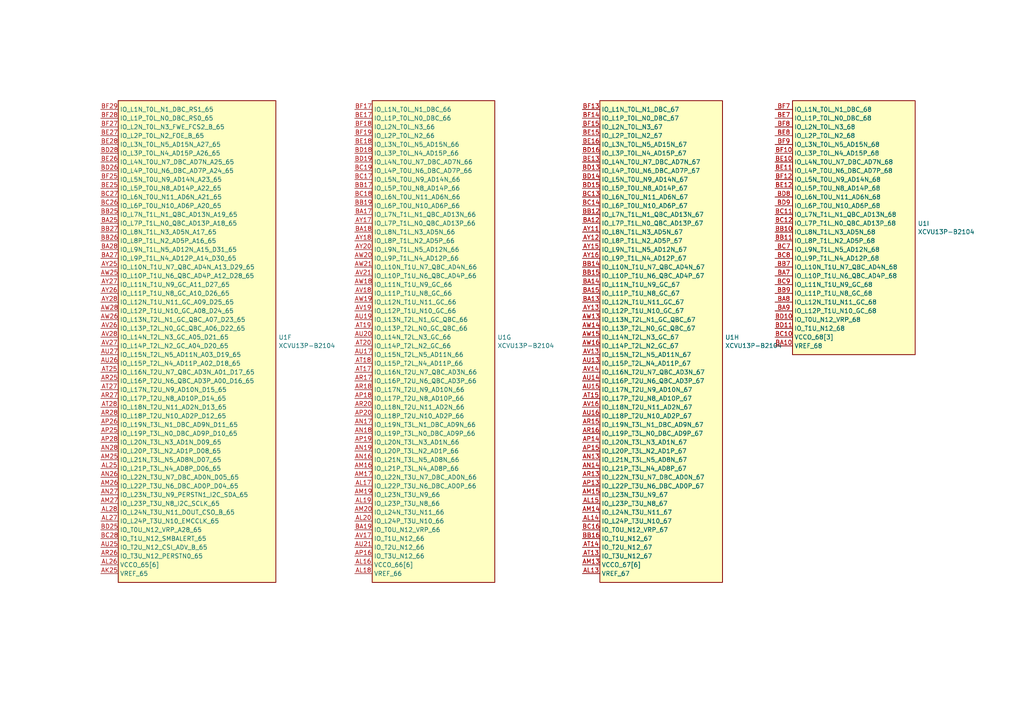
<source format=kicad_sch>
(kicad_sch (version 20231120) (generator "eeschema") (generator_version "8.0")
  (paper "A4")
  (lib_symbols
    (symbol "CHIPSAlliance_FPGA_Xilinx_Virtex_UltraScale_Plus:XCVU13P-B2104"
      (property "Reference" "U" (at -6.35 6.35 0))
      (property "Value" "XCVU13P-B2104" (at -6.35 3.81 0))
      (symbol "XCVU13P-B2104_1_1"
        (pin input line (at 0 -27.94 0) (length 5.08) (name "PUDC_B_0") (number "AA12"))
        (pin bidirectional line (at 0 -12.7 0) (length 5.08) (name "DONE_0") (number "AC12"))
        (pin output line (at 0 -38.1 0) (length 5.08) (name "TDO_0") (number "AC13"))
        (pin power_in line (at 0 -43.18 0) (length 5.08) (name "VCCO_0[2]") (number "AD13"))
        (pin input line (at 0 -25.4 0) (length 5.08) (name "PROGRAM_B_0") (number "AE12"))
        (pin input line (at 0 -33.02 0) (length 5.08) (name "TCK_0") (number "AE13"))
        (pin input line (at 0 -35.56 0) (length 5.08) (name "TDI_0") (number "AE15"))
        (pin passive line (at 0 -43.18 0) (length 5.08) hide (name "VCCO_0[2]") (number "AF13"))
        (pin bidirectional line (at 0 -30.48 0) (length 5.08) (name "RDWR_FCS_B_0") (number "AG12"))
        (pin bidirectional line (at 0 0 0) (length 5.08) (name "CCLK_0") (number "AG13"))
        (pin input line (at 0 -40.64 0) (length 5.08) (name "TMS_0") (number "AG15"))
        (pin bidirectional line (at 0 -10.16 0) (length 5.08) (name "D03_0") (number "AH12"))
        (pin bidirectional line (at 0 -5.08 0) (length 5.08) (name "D01_DIN_0") (number "AJ12"))
        (pin bidirectional line (at 0 -2.54 0) (length 5.08) (name "D00_MOSI_0") (number "AK12"))
        (pin bidirectional line (at 0 -7.62 0) (length 5.08) (name "D02_0") (number "AL12"))
        (pin input line (at 0 -22.86 0) (length 5.08) (name "M2_0") (number "R12"))
        (pin input line (at 0 -20.32 0) (length 5.08) (name "M1_0") (number "U12"))
        (pin input line (at 0 -17.78 0) (length 5.08) (name "M0_0") (number "V12"))
        (pin bidirectional line (at 0 -15.24 0) (length 5.08) (name "INIT_B_0") (number "Y12"))
      )
      (symbol "XCVU13P-B2104_2_1"
        (pin input line (at 0 -134.62 0) (length 5.08) (name "VREF_61") (number "AK30"))
        (pin bidirectional line (at 0 -119.38 0) (length 5.08) (name "IO_L24P_T3U_N10_61") (number "AL29"))
        (pin bidirectional line (at 0 -116.84 0) (length 5.08) (name "IO_L24N_T3U_N11_61") (number "AL30"))
        (pin bidirectional line (at 0 -109.22 0) (length 5.08) (name "IO_L22P_T3U_N6_DBC_AD0P_61") (number "AM29"))
        (pin bidirectional line (at 0 -106.68 0) (length 5.08) (name "IO_L22N_T3U_N7_DBC_AD0N_61") (number "AM30"))
        (pin bidirectional line (at 0 -114.3 0) (length 5.08) (name "IO_L23P_T3U_N8_61") (number "AM31"))
        (pin bidirectional line (at 0 -104.14 0) (length 5.08) (name "IO_L21P_T3L_N4_AD8P_61") (number "AN29"))
        (pin power_in line (at 0 -132.08 0) (length 5.08) (name "VCCO_61[6]") (number "AN30"))
        (pin bidirectional line (at 0 -111.76 0) (length 5.08) (name "IO_L23N_T3U_N9_61") (number "AN31"))
        (pin bidirectional line (at 0 -101.6 0) (length 5.08) (name "IO_L21N_T3L_N5_AD8N_61") (number "AP29"))
        (pin bidirectional line (at 0 -99.06 0) (length 5.08) (name "IO_L20P_T3L_N2_AD1P_61") (number "AP30"))
        (pin bidirectional line (at 0 -93.98 0) (length 5.08) (name "IO_L19P_T3L_N0_DBC_AD9P_61") (number "AP31"))
        (pin bidirectional line (at 0 -96.52 0) (length 5.08) (name "IO_L20N_T3L_N3_AD1N_61") (number "AR30"))
        (pin bidirectional line (at 0 -91.44 0) (length 5.08) (name "IO_L19N_T3L_N1_DBC_AD9N_61") (number "AR31"))
        (pin bidirectional line (at 0 -129.54 0) (length 5.08) (name "IO_T3U_N12_61") (number "AR32"))
        (pin bidirectional line (at 0 -88.9 0) (length 5.08) (name "IO_L18P_T2U_N10_AD2P_61") (number "AT29"))
        (pin bidirectional line (at 0 -86.36 0) (length 5.08) (name "IO_L18N_T2U_N11_AD2N_61") (number "AT30"))
        (pin passive line (at 0 -132.08 0) (length 5.08) hide (name "VCCO_61[6]") (number "AT31"))
        (pin bidirectional line (at 0 -127 0) (length 5.08) (name "IO_T2U_N12_61") (number "AT32"))
        (pin bidirectional line (at 0 -78.74 0) (length 5.08) (name "IO_L16P_T2U_N6_QBC_AD3P_61") (number "AU29"))
        (pin bidirectional line (at 0 -83.82 0) (length 5.08) (name "IO_L17P_T2U_N8_AD10P_61") (number "AU30"))
        (pin bidirectional line (at 0 -81.28 0) (length 5.08) (name "IO_L17N_T2U_N9_AD10N_61") (number "AU31"))
        (pin bidirectional line (at 0 -73.66 0) (length 5.08) (name "IO_L15P_T2L_N4_AD11P_61") (number "AU32"))
        (pin bidirectional line (at 0 -76.2 0) (length 5.08) (name "IO_L16N_T2U_N7_QBC_AD3N_61") (number "AV29"))
        (pin bidirectional line (at 0 -68.58 0) (length 5.08) (name "IO_L14P_T2L_N2_GC_61") (number "AV31"))
        (pin bidirectional line (at 0 -71.12 0) (length 5.08) (name "IO_L15N_T2L_N5_AD11N_61") (number "AV32"))
        (pin bidirectional line (at 0 -63.5 0) (length 5.08) (name "IO_L13P_T2L_N0_GC_QBC_61") (number "AW29"))
        (pin bidirectional line (at 0 -60.96 0) (length 5.08) (name "IO_L13N_T2L_N1_GC_QBC_61") (number "AW30"))
        (pin bidirectional line (at 0 -66.04 0) (length 5.08) (name "IO_L14N_T2L_N3_GC_61") (number "AW31"))
        (pin passive line (at 0 -132.08 0) (length 5.08) hide (name "VCCO_61[6]") (number "AW32"))
        (pin passive line (at 0 -132.08 0) (length 5.08) hide (name "VCCO_61[6]") (number "AY29"))
        (pin bidirectional line (at 0 -53.34 0) (length 5.08) (name "IO_L11P_T1U_N8_GC_61") (number "AY30"))
        (pin bidirectional line (at 0 -58.42 0) (length 5.08) (name "IO_L12P_T1U_N10_GC_61") (number "AY31"))
        (pin bidirectional line (at 0 -55.88 0) (length 5.08) (name "IO_L12N_T1U_N11_GC_61") (number "AY32"))
        (pin bidirectional line (at 0 -43.18 0) (length 5.08) (name "IO_L9P_T1L_N4_AD12P_61") (number "BA29"))
        (pin bidirectional line (at 0 -50.8 0) (length 5.08) (name "IO_L11N_T1U_N9_GC_61") (number "BA30"))
        (pin bidirectional line (at 0 -48.26 0) (length 5.08) (name "IO_L10P_T1U_N6_QBC_AD4P_61") (number "BA32"))
        (pin bidirectional line (at 0 -40.64 0) (length 5.08) (name "IO_L9N_T1L_N5_AD12N_61") (number "BB29"))
        (pin bidirectional line (at 0 -38.1 0) (length 5.08) (name "IO_L8P_T1L_N2_AD5P_61") (number "BB30"))
        (pin bidirectional line (at 0 -35.56 0) (length 5.08) (name "IO_L8N_T1L_N3_AD5N_61") (number "BB31"))
        (pin bidirectional line (at 0 -45.72 0) (length 5.08) (name "IO_L10N_T1U_N7_QBC_AD4N_61") (number "BB32"))
        (pin bidirectional line (at 0 -27.94 0) (length 5.08) (name "IO_L6P_T0U_N10_AD6P_61") (number "BC29"))
        (pin passive line (at 0 -132.08 0) (length 5.08) hide (name "VCCO_61[6]") (number "BC30"))
        (pin bidirectional line (at 0 -33.02 0) (length 5.08) (name "IO_L7P_T1L_N0_QBC_AD13P_61") (number "BC31"))
        (pin bidirectional line (at 0 -30.48 0) (length 5.08) (name "IO_L7N_T1L_N1_QBC_AD13N_61") (number "BC32"))
        (pin bidirectional line (at 0 -124.46 0) (length 5.08) (name "IO_T1U_N12_61") (number "BC33"))
        (pin bidirectional line (at 0 -25.4 0) (length 5.08) (name "IO_L6N_T0U_N11_AD6N_61") (number "BD29"))
        (pin bidirectional line (at 0 -17.78 0) (length 5.08) (name "IO_L4P_T0U_N6_DBC_AD7P_61") (number "BD30"))
        (pin bidirectional line (at 0 -15.24 0) (length 5.08) (name "IO_L4N_T0U_N7_DBC_AD7N_61") (number "BD31"))
        (pin bidirectional line (at 0 -22.86 0) (length 5.08) (name "IO_L5P_T0U_N8_AD14P_61") (number "BD33"))
        (pin bidirectional line (at 0 -12.7 0) (length 5.08) (name "IO_L3P_T0L_N4_AD15P_61") (number "BE30"))
        (pin bidirectional line (at 0 -7.62 0) (length 5.08) (name "IO_L2P_T0L_N2_61") (number "BE31"))
        (pin bidirectional line (at 0 -5.08 0) (length 5.08) (name "IO_L2N_T0L_N3_61") (number "BE32"))
        (pin bidirectional line (at 0 -20.32 0) (length 5.08) (name "IO_L5N_T0U_N9_AD14N_61") (number "BE33"))
        (pin bidirectional line (at 0 -10.16 0) (length 5.08) (name "IO_L3N_T0L_N5_AD15N_61") (number "BF30"))
        (pin passive line (at 0 -132.08 0) (length 5.08) hide (name "VCCO_61[6]") (number "BF31"))
        (pin bidirectional line (at 0 -2.54 0) (length 5.08) (name "IO_L1P_T0L_N0_DBC_61") (number "BF32"))
        (pin bidirectional line (at 0 0 0) (length 5.08) (name "IO_L1N_T0L_N1_DBC_61") (number "BF33"))
        (pin bidirectional line (at 0 -121.92 0) (length 5.08) (name "IO_T0U_N12_VRP_61") (number "BF34"))
      )
      (symbol "XCVU13P-B2104_3_1"
        (pin input line (at 0 -134.62 0) (length 5.08) (name "VREF_62") (number "AK33"))
        (pin bidirectional line (at 0 -114.3 0) (length 5.08) (name "IO_L23P_T3U_N8_62") (number "AL32"))
        (pin bidirectional line (at 0 -129.54 0) (length 5.08) (name "IO_T3U_N12_62") (number "AL33"))
        (pin bidirectional line (at 0 -119.38 0) (length 5.08) (name "IO_L24P_T3U_N10_62") (number "AL34"))
        (pin bidirectional line (at 0 -111.76 0) (length 5.08) (name "IO_L23N_T3U_N9_62") (number "AM32"))
        (pin power_in line (at 0 -132.08 0) (length 5.08) (name "VCCO_62[7]") (number "AM33"))
        (pin bidirectional line (at 0 -116.84 0) (length 5.08) (name "IO_L24N_T3U_N11_62") (number "AM34"))
        (pin bidirectional line (at 0 -109.22 0) (length 5.08) (name "IO_L22P_T3U_N6_DBC_AD0P_62") (number "AN32"))
        (pin bidirectional line (at 0 -106.68 0) (length 5.08) (name "IO_L22N_T3U_N7_DBC_AD0N_62") (number "AN33"))
        (pin bidirectional line (at 0 -104.14 0) (length 5.08) (name "IO_L21P_T3L_N4_AD8P_62") (number "AN34"))
        (pin bidirectional line (at 0 -99.06 0) (length 5.08) (name "IO_L20P_T3L_N2_AD1P_62") (number "AP33"))
        (pin bidirectional line (at 0 -101.6 0) (length 5.08) (name "IO_L21N_T3L_N5_AD8N_62") (number "AP34"))
        (pin bidirectional line (at 0 -96.52 0) (length 5.08) (name "IO_L20N_T3L_N3_AD1N_62") (number "AR33"))
        (pin passive line (at 0 -132.08 0) (length 5.08) hide (name "VCCO_62[7]") (number "AR34"))
        (pin bidirectional line (at 0 -93.98 0) (length 5.08) (name "IO_L19P_T3L_N0_DBC_AD9P_62") (number "AT33"))
        (pin bidirectional line (at 0 -91.44 0) (length 5.08) (name "IO_L19N_T3L_N1_DBC_AD9N_62") (number "AT34"))
        (pin bidirectional line (at 0 -127 0) (length 5.08) (name "IO_T2U_N12_62") (number "AU34"))
        (pin bidirectional line (at 0 -88.9 0) (length 5.08) (name "IO_L18P_T2U_N10_AD2P_62") (number "AV33"))
        (pin bidirectional line (at 0 -83.82 0) (length 5.08) (name "IO_L17P_T2U_N8_AD10P_62") (number "AV34"))
        (pin bidirectional line (at 0 -86.36 0) (length 5.08) (name "IO_L18N_T2U_N11_AD2N_62") (number "AW33"))
        (pin bidirectional line (at 0 -81.28 0) (length 5.08) (name "IO_L17N_T2U_N9_AD10N_62") (number "AW34"))
        (pin bidirectional line (at 0 -78.74 0) (length 5.08) (name "IO_L16P_T2U_N6_QBC_AD3P_62") (number "AW35"))
        (pin bidirectional line (at 0 -76.2 0) (length 5.08) (name "IO_L16N_T2U_N7_QBC_AD3N_62") (number "AW36"))
        (pin bidirectional line (at 0 -73.66 0) (length 5.08) (name "IO_L15P_T2L_N4_AD11P_62") (number "AY33"))
        (pin bidirectional line (at 0 -68.58 0) (length 5.08) (name "IO_L14P_T2L_N2_GC_62") (number "AY35"))
        (pin bidirectional line (at 0 -66.04 0) (length 5.08) (name "IO_L14N_T2L_N3_GC_62") (number "AY36"))
        (pin bidirectional line (at 0 -71.12 0) (length 5.08) (name "IO_L15N_T2L_N5_AD11N_62") (number "BA33"))
        (pin bidirectional line (at 0 -63.5 0) (length 5.08) (name "IO_L13P_T2L_N0_GC_QBC_62") (number "BA34"))
        (pin bidirectional line (at 0 -58.42 0) (length 5.08) (name "IO_L12P_T1U_N10_GC_62") (number "BA35"))
        (pin passive line (at 0 -132.08 0) (length 5.08) hide (name "VCCO_62[7]") (number "BA36"))
        (pin passive line (at 0 -132.08 0) (length 5.08) hide (name "VCCO_62[7]") (number "BB33"))
        (pin bidirectional line (at 0 -60.96 0) (length 5.08) (name "IO_L13N_T2L_N1_GC_QBC_62") (number "BB34"))
        (pin bidirectional line (at 0 -55.88 0) (length 5.08) (name "IO_L12N_T1U_N11_GC_62") (number "BB35"))
        (pin bidirectional line (at 0 -53.34 0) (length 5.08) (name "IO_L11P_T1U_N8_GC_62") (number "BB36"))
        (pin bidirectional line (at 0 -48.26 0) (length 5.08) (name "IO_L10P_T1U_N6_QBC_AD4P_62") (number "BB37"))
        (pin bidirectional line (at 0 -27.94 0) (length 5.08) (name "IO_L6P_T0U_N10_AD6P_62") (number "BB38"))
        (pin bidirectional line (at 0 -33.02 0) (length 5.08) (name "IO_L7P_T1L_N0_QBC_AD13P_62") (number "BC34"))
        (pin bidirectional line (at 0 -50.8 0) (length 5.08) (name "IO_L11N_T1U_N9_GC_62") (number "BC36"))
        (pin bidirectional line (at 0 -45.72 0) (length 5.08) (name "IO_L10N_T1U_N7_QBC_AD4N_62") (number "BC37"))
        (pin bidirectional line (at 0 -25.4 0) (length 5.08) (name "IO_L6N_T0U_N11_AD6N_62") (number "BC38"))
        (pin bidirectional line (at 0 -22.86 0) (length 5.08) (name "IO_L5P_T0U_N8_AD14P_62") (number "BC39"))
        (pin passive line (at 0 -132.08 0) (length 5.08) hide (name "VCCO_62[7]") (number "BC40"))
        (pin bidirectional line (at 0 -30.48 0) (length 5.08) (name "IO_L7N_T1L_N1_QBC_AD13N_62") (number "BD34"))
        (pin bidirectional line (at 0 -38.1 0) (length 5.08) (name "IO_L8P_T1L_N2_AD5P_62") (number "BD35"))
        (pin bidirectional line (at 0 -43.18 0) (length 5.08) (name "IO_L9P_T1L_N4_AD12P_62") (number "BD36"))
        (pin passive line (at 0 -132.08 0) (length 5.08) hide (name "VCCO_62[7]") (number "BD37"))
        (pin bidirectional line (at 0 -121.92 0) (length 5.08) (name "IO_T0U_N12_VRP_62") (number "BD38"))
        (pin bidirectional line (at 0 -20.32 0) (length 5.08) (name "IO_L5N_T0U_N9_AD14N_62") (number "BD39"))
        (pin bidirectional line (at 0 -17.78 0) (length 5.08) (name "IO_L4P_T0U_N6_DBC_AD7P_62") (number "BD40"))
        (pin passive line (at 0 -132.08 0) (length 5.08) hide (name "VCCO_62[7]") (number "BE34"))
        (pin bidirectional line (at 0 -35.56 0) (length 5.08) (name "IO_L8N_T1L_N3_AD5N_62") (number "BE35"))
        (pin bidirectional line (at 0 -40.64 0) (length 5.08) (name "IO_L9N_T1L_N5_AD12N_62") (number "BE36"))
        (pin bidirectional line (at 0 -12.7 0) (length 5.08) (name "IO_L3P_T0L_N4_AD15P_62") (number "BE37"))
        (pin bidirectional line (at 0 -7.62 0) (length 5.08) (name "IO_L2P_T0L_N2_62") (number "BE38"))
        (pin bidirectional line (at 0 -15.24 0) (length 5.08) (name "IO_L4N_T0U_N7_DBC_AD7N_62") (number "BE40"))
        (pin bidirectional line (at 0 -124.46 0) (length 5.08) (name "IO_T1U_N12_62") (number "BF35"))
        (pin bidirectional line (at 0 -10.16 0) (length 5.08) (name "IO_L3N_T0L_N5_AD15N_62") (number "BF37"))
        (pin bidirectional line (at 0 -5.08 0) (length 5.08) (name "IO_L2N_T0L_N3_62") (number "BF38"))
        (pin bidirectional line (at 0 -2.54 0) (length 5.08) (name "IO_L1P_T0L_N0_DBC_62") (number "BF39"))
        (pin bidirectional line (at 0 0 0) (length 5.08) (name "IO_L1N_T0L_N1_DBC_62") (number "BF40"))
      )
      (symbol "XCVU13P-B2104_4_1"
        (pin bidirectional line (at 0 -93.98 0) (length 5.08) (name "IO_L19P_T3L_N0_DBC_AD9P_63") (number "AA32"))
        (pin bidirectional line (at 0 -91.44 0) (length 5.08) (name "IO_L19N_T3L_N1_DBC_AD9N_63") (number "AA33"))
        (pin bidirectional line (at 0 -99.06 0) (length 5.08) (name "IO_L20P_T3L_N2_AD1P_63") (number "AA34"))
        (pin input line (at 0 -134.62 0) (length 5.08) (name "VREF_63") (number "AB31"))
        (pin bidirectional line (at 0 -129.54 0) (length 5.08) (name "IO_T3U_N12_63") (number "AB32"))
        (pin passive line (at 0 -132.08 0) (length 5.08) hide (name "VCCO_63[6]") (number "AB33"))
        (pin bidirectional line (at 0 -96.52 0) (length 5.08) (name "IO_L20N_T3L_N3_AD1N_63") (number "AB34"))
        (pin bidirectional line (at 0 -78.74 0) (length 5.08) (name "IO_L16P_T2U_N6_QBC_AD3P_63") (number "AC31"))
        (pin bidirectional line (at 0 -83.82 0) (length 5.08) (name "IO_L17P_T2U_N8_AD10P_63") (number "AC32"))
        (pin bidirectional line (at 0 -81.28 0) (length 5.08) (name "IO_L17N_T2U_N9_AD10N_63") (number "AC33"))
        (pin bidirectional line (at 0 -88.9 0) (length 5.08) (name "IO_L18P_T2U_N10_AD2P_63") (number "AC34"))
        (pin bidirectional line (at 0 -127 0) (length 5.08) (name "IO_T2U_N12_63") (number "AD30"))
        (pin bidirectional line (at 0 -76.2 0) (length 5.08) (name "IO_L16N_T2U_N7_QBC_AD3N_63") (number "AD31"))
        (pin bidirectional line (at 0 -68.58 0) (length 5.08) (name "IO_L14P_T2L_N2_GC_63") (number "AD33"))
        (pin bidirectional line (at 0 -86.36 0) (length 5.08) (name "IO_L18N_T2U_N11_AD2N_63") (number "AD34"))
        (pin bidirectional line (at 0 -73.66 0) (length 5.08) (name "IO_L15P_T2L_N4_AD11P_63") (number "AE30"))
        (pin bidirectional line (at 0 -63.5 0) (length 5.08) (name "IO_L13P_T2L_N0_GC_QBC_63") (number "AE31"))
        (pin bidirectional line (at 0 -60.96 0) (length 5.08) (name "IO_L13N_T2L_N1_GC_QBC_63") (number "AE32"))
        (pin bidirectional line (at 0 -66.04 0) (length 5.08) (name "IO_L14N_T2L_N3_GC_63") (number "AE33"))
        (pin passive line (at 0 -132.08 0) (length 5.08) hide (name "VCCO_63[6]") (number "AE34"))
        (pin bidirectional line (at 0 -71.12 0) (length 5.08) (name "IO_L15N_T2L_N5_AD11N_63") (number "AF30"))
        (pin passive line (at 0 -132.08 0) (length 5.08) hide (name "VCCO_63[6]") (number "AF31"))
        (pin bidirectional line (at 0 -58.42 0) (length 5.08) (name "IO_L12P_T1U_N10_GC_63") (number "AF32"))
        (pin bidirectional line (at 0 -55.88 0) (length 5.08) (name "IO_L12N_T1U_N11_GC_63") (number "AF33"))
        (pin bidirectional line (at 0 -43.18 0) (length 5.08) (name "IO_L9P_T1L_N4_AD12P_63") (number "AF34"))
        (pin bidirectional line (at 0 -22.86 0) (length 5.08) (name "IO_L5P_T0U_N8_AD14P_63") (number "AG29"))
        (pin bidirectional line (at 0 -20.32 0) (length 5.08) (name "IO_L5N_T0U_N9_AD14N_63") (number "AG30"))
        (pin bidirectional line (at 0 -53.34 0) (length 5.08) (name "IO_L11P_T1U_N8_GC_63") (number "AG31"))
        (pin bidirectional line (at 0 -50.8 0) (length 5.08) (name "IO_L11N_T1U_N9_GC_63") (number "AG32"))
        (pin bidirectional line (at 0 -40.64 0) (length 5.08) (name "IO_L9N_T1L_N5_AD12N_63") (number "AG34"))
        (pin bidirectional line (at 0 -17.78 0) (length 5.08) (name "IO_L4P_T0U_N6_DBC_AD7P_63") (number "AH28"))
        (pin bidirectional line (at 0 -15.24 0) (length 5.08) (name "IO_L4N_T0U_N7_DBC_AD7N_63") (number "AH29"))
        (pin bidirectional line (at 0 -48.26 0) (length 5.08) (name "IO_L10P_T1U_N6_QBC_AD4P_63") (number "AH31"))
        (pin bidirectional line (at 0 -45.72 0) (length 5.08) (name "IO_L10N_T1U_N7_QBC_AD4N_63") (number "AH32"))
        (pin bidirectional line (at 0 -38.1 0) (length 5.08) (name "IO_L8P_T1L_N2_AD5P_63") (number "AH33"))
        (pin bidirectional line (at 0 -33.02 0) (length 5.08) (name "IO_L7P_T1L_N0_QBC_AD13P_63") (number "AH34"))
        (pin bidirectional line (at 0 -2.54 0) (length 5.08) (name "IO_L1P_T0L_N0_DBC_63") (number "AJ27"))
        (pin bidirectional line (at 0 -7.62 0) (length 5.08) (name "IO_L2P_T0L_N2_63") (number "AJ28"))
        (pin bidirectional line (at 0 -12.7 0) (length 5.08) (name "IO_L3P_T0L_N4_AD15P_63") (number "AJ29"))
        (pin bidirectional line (at 0 -10.16 0) (length 5.08) (name "IO_L3N_T0L_N5_AD15N_63") (number "AJ30"))
        (pin bidirectional line (at 0 -27.94 0) (length 5.08) (name "IO_L6P_T0U_N10_AD6P_63") (number "AJ31"))
        (pin passive line (at 0 -132.08 0) (length 5.08) hide (name "VCCO_63[6]") (number "AJ32"))
        (pin bidirectional line (at 0 -35.56 0) (length 5.08) (name "IO_L8N_T1L_N3_AD5N_63") (number "AJ33"))
        (pin bidirectional line (at 0 -30.48 0) (length 5.08) (name "IO_L7N_T1L_N1_QBC_AD13N_63") (number "AJ34"))
        (pin bidirectional line (at 0 -121.92 0) (length 5.08) (name "IO_T0U_N12_VRP_63") (number "AK26"))
        (pin bidirectional line (at 0 0 0) (length 5.08) (name "IO_L1N_T0L_N1_DBC_63") (number "AK27"))
        (pin bidirectional line (at 0 -5.08 0) (length 5.08) (name "IO_L2N_T0L_N3_63") (number "AK28"))
        (pin passive line (at 0 -132.08 0) (length 5.08) hide (name "VCCO_63[6]") (number "AK29"))
        (pin bidirectional line (at 0 -25.4 0) (length 5.08) (name "IO_L6N_T0U_N11_AD6N_63") (number "AK31"))
        (pin bidirectional line (at 0 -124.46 0) (length 5.08) (name "IO_T1U_N12_63") (number "AK32"))
        (pin bidirectional line (at 0 -104.14 0) (length 5.08) (name "IO_L21P_T3L_N4_AD8P_63") (number "W30"))
        (pin bidirectional line (at 0 -109.22 0) (length 5.08) (name "IO_L22P_T3U_N6_DBC_AD0P_63") (number "W31"))
        (pin power_in line (at 0 -132.08 0) (length 5.08) (name "VCCO_63[6]") (number "W32"))
        (pin bidirectional line (at 0 -119.38 0) (length 5.08) (name "IO_L24P_T3U_N10_63") (number "W33"))
        (pin bidirectional line (at 0 -116.84 0) (length 5.08) (name "IO_L24N_T3U_N11_63") (number "W34"))
        (pin bidirectional line (at 0 -101.6 0) (length 5.08) (name "IO_L21N_T3L_N5_AD8N_63") (number "Y30"))
        (pin bidirectional line (at 0 -106.68 0) (length 5.08) (name "IO_L22N_T3U_N7_DBC_AD0N_63") (number "Y31"))
        (pin bidirectional line (at 0 -114.3 0) (length 5.08) (name "IO_L23P_T3U_N8_63") (number "Y32"))
        (pin bidirectional line (at 0 -111.76 0) (length 5.08) (name "IO_L23N_T3U_N9_63") (number "Y33"))
      )
      (symbol "XCVU13P-B2104_5_1"
        (pin bidirectional line (at 0 -119.38 0) (length 5.08) (name "IO_L24P_T3U_N10_64") (number "AL21"))
        (pin bidirectional line (at 0 -114.3 0) (length 5.08) (name "IO_L23P_T3U_N8_64") (number "AL22"))
        (pin input line (at 0 -134.62 0) (length 5.08) (name "VREF_64") (number "AL23"))
        (pin bidirectional line (at 0 -109.22 0) (length 5.08) (name "IO_L22P_T3U_N6_DBC_AD0P_64") (number "AL24"))
        (pin bidirectional line (at 0 -116.84 0) (length 5.08) (name "IO_L24N_T3U_N11_64") (number "AM21"))
        (pin bidirectional line (at 0 -111.76 0) (length 5.08) (name "IO_L23N_T3U_N9_64") (number "AM22"))
        (pin power_in line (at 0 -132.08 0) (length 5.08) (name "VCCO_64[8]") (number "AM23"))
        (pin bidirectional line (at 0 -106.68 0) (length 5.08) (name "IO_L22N_T3U_N7_DBC_AD0N_64") (number "AM24"))
        (pin bidirectional line (at 0 -91.44 0) (length 5.08) (name "IO_L19N_T3L_N1_DBC_AD9N_64") (number "AN21"))
        (pin bidirectional line (at 0 -93.98 0) (length 5.08) (name "IO_L19P_T3L_N0_DBC_AD9P_64") (number "AN22"))
        (pin bidirectional line (at 0 -99.06 0) (length 5.08) (name "IO_L20P_T3L_N2_AD1P_64") (number "AN23"))
        (pin bidirectional line (at 0 -104.14 0) (length 5.08) (name "IO_L21P_T3L_N4_AD8P_64") (number "AN24"))
        (pin bidirectional line (at 0 -129.54 0) (length 5.08) (name "IO_T3U_N12_64") (number "AP21"))
        (pin bidirectional line (at 0 -96.52 0) (length 5.08) (name "IO_L20N_T3L_N3_AD1N_64") (number "AP23"))
        (pin bidirectional line (at 0 -101.6 0) (length 5.08) (name "IO_L21N_T3L_N5_AD8N_64") (number "AP24"))
        (pin bidirectional line (at 0 -127 0) (length 5.08) (name "IO_T2U_N12_64") (number "AR21"))
        (pin bidirectional line (at 0 -78.74 0) (length 5.08) (name "IO_L16P_T2U_N6_QBC_AD3P_64") (number "AR22"))
        (pin bidirectional line (at 0 -83.82 0) (length 5.08) (name "IO_L17P_T2U_N8_AD10P_64") (number "AR23"))
        (pin passive line (at 0 -132.08 0) (length 5.08) hide (name "VCCO_64[8]") (number "AR24"))
        (pin passive line (at 0 -132.08 0) (length 5.08) hide (name "VCCO_64[8]") (number "AT21"))
        (pin bidirectional line (at 0 -76.2 0) (length 5.08) (name "IO_L16N_T2U_N7_QBC_AD3N_64") (number "AT22"))
        (pin bidirectional line (at 0 -81.28 0) (length 5.08) (name "IO_L17N_T2U_N9_AD10N_64") (number "AT23"))
        (pin bidirectional line (at 0 -88.9 0) (length 5.08) (name "IO_L18P_T2U_N10_AD2P_64") (number "AT24"))
        (pin bidirectional line (at 0 -73.66 0) (length 5.08) (name "IO_L15P_T2L_N4_AD11P_64") (number "AU22"))
        (pin bidirectional line (at 0 -86.36 0) (length 5.08) (name "IO_L18N_T2U_N11_AD2N_64") (number "AU24"))
        (pin bidirectional line (at 0 -71.12 0) (length 5.08) (name "IO_L15N_T2L_N5_AD11N_64") (number "AV22"))
        (pin bidirectional line (at 0 -63.5 0) (length 5.08) (name "IO_L13P_T2L_N0_GC_QBC_64") (number "AV23"))
        (pin bidirectional line (at 0 -68.58 0) (length 5.08) (name "IO_L14P_T2L_N2_GC_64") (number "AV24"))
        (pin passive line (at 0 -132.08 0) (length 5.08) hide (name "VCCO_64[8]") (number "AW22"))
        (pin bidirectional line (at 0 -60.96 0) (length 5.08) (name "IO_L13N_T2L_N1_GC_QBC_64") (number "AW23"))
        (pin bidirectional line (at 0 -66.04 0) (length 5.08) (name "IO_L14N_T2L_N3_GC_64") (number "AW24"))
        (pin bidirectional line (at 0 -53.34 0) (length 5.08) (name "IO_L11P_T1U_N8_GC_64") (number "AY22"))
        (pin bidirectional line (at 0 -58.42 0) (length 5.08) (name "IO_L12P_T1U_N10_GC_64") (number "AY23"))
        (pin bidirectional line (at 0 -33.02 0) (length 5.08) (name "IO_L7P_T1L_N0_QBC_AD13P_64") (number "BA20"))
        (pin bidirectional line (at 0 -50.8 0) (length 5.08) (name "IO_L11N_T1U_N9_GC_64") (number "BA22"))
        (pin bidirectional line (at 0 -55.88 0) (length 5.08) (name "IO_L12N_T1U_N11_GC_64") (number "BA23"))
        (pin bidirectional line (at 0 -48.26 0) (length 5.08) (name "IO_L10P_T1U_N6_QBC_AD4P_64") (number "BA24"))
        (pin bidirectional line (at 0 -30.48 0) (length 5.08) (name "IO_L7N_T1L_N1_QBC_AD13N_64") (number "BB20"))
        (pin bidirectional line (at 0 -38.1 0) (length 5.08) (name "IO_L8P_T1L_N2_AD5P_64") (number "BB21"))
        (pin bidirectional line (at 0 -43.18 0) (length 5.08) (name "IO_L9P_T1L_N4_AD12P_64") (number "BB22"))
        (pin passive line (at 0 -132.08 0) (length 5.08) hide (name "VCCO_64[8]") (number "BB23"))
        (pin bidirectional line (at 0 -45.72 0) (length 5.08) (name "IO_L10N_T1U_N7_QBC_AD4N_64") (number "BB24"))
        (pin passive line (at 0 -132.08 0) (length 5.08) hide (name "VCCO_64[8]") (number "BC20"))
        (pin bidirectional line (at 0 -35.56 0) (length 5.08) (name "IO_L8N_T1L_N3_AD5N_64") (number "BC21"))
        (pin bidirectional line (at 0 -40.64 0) (length 5.08) (name "IO_L9N_T1L_N5_AD12N_64") (number "BC22"))
        (pin bidirectional line (at 0 -124.46 0) (length 5.08) (name "IO_T1U_N12_64") (number "BC23"))
        (pin bidirectional line (at 0 -12.7 0) (length 5.08) (name "IO_L3P_T0L_N4_AD15P_64") (number "BC24"))
        (pin bidirectional line (at 0 -27.94 0) (length 5.08) (name "IO_L6P_T0U_N10_AD6P_64") (number "BD20"))
        (pin bidirectional line (at 0 -22.86 0) (length 5.08) (name "IO_L5P_T0U_N8_AD14P_64") (number "BD21"))
        (pin bidirectional line (at 0 -7.62 0) (length 5.08) (name "IO_L2P_T0L_N2_64") (number "BD23"))
        (pin bidirectional line (at 0 -10.16 0) (length 5.08) (name "IO_L3N_T0L_N5_AD15N_64") (number "BD24"))
        (pin bidirectional line (at 0 -25.4 0) (length 5.08) (name "IO_L6N_T0U_N11_AD6N_64") (number "BE20"))
        (pin bidirectional line (at 0 -20.32 0) (length 5.08) (name "IO_L5N_T0U_N9_AD14N_64") (number "BE21"))
        (pin bidirectional line (at 0 -17.78 0) (length 5.08) (name "IO_L4P_T0U_N6_DBC_AD7P_64") (number "BE22"))
        (pin bidirectional line (at 0 -5.08 0) (length 5.08) (name "IO_L2N_T0L_N3_64") (number "BE23"))
        (pin passive line (at 0 -132.08 0) (length 5.08) hide (name "VCCO_64[8]") (number "BE24"))
        (pin bidirectional line (at 0 -121.92 0) (length 5.08) (name "IO_T0U_N12_VRP_64") (number "BF20"))
        (pin passive line (at 0 -132.08 0) (length 5.08) hide (name "VCCO_64[8]") (number "BF21"))
        (pin bidirectional line (at 0 -15.24 0) (length 5.08) (name "IO_L4N_T0U_N7_DBC_AD7N_64") (number "BF22"))
        (pin bidirectional line (at 0 0 0) (length 5.08) (name "IO_L1N_T0L_N1_DBC_64") (number "BF23"))
        (pin bidirectional line (at 0 -2.54 0) (length 5.08) (name "IO_L1P_T0L_N0_DBC_64") (number "BF24"))
      )
      (symbol "XCVU13P-B2104_6_1"
        (pin input line (at 0 -134.62 0) (length 5.08) (name "VREF_65") (number "AK25"))
        (pin bidirectional line (at 0 -104.14 0) (length 5.08) (name "IO_L21P_T3L_N4_AD8P_D06_65") (number "AL25"))
        (pin power_in line (at 0 -132.08 0) (length 5.08) (name "VCCO_65[6]") (number "AL26"))
        (pin bidirectional line (at 0 -119.38 0) (length 5.08) (name "IO_L24P_T3U_N10_EMCCLK_65") (number "AL27"))
        (pin bidirectional line (at 0 -116.84 0) (length 5.08) (name "IO_L24N_T3U_N11_DOUT_CSO_B_65") (number "AL28"))
        (pin bidirectional line (at 0 -101.6 0) (length 5.08) (name "IO_L21N_T3L_N5_AD8N_D07_65") (number "AM25"))
        (pin bidirectional line (at 0 -109.22 0) (length 5.08) (name "IO_L22P_T3U_N6_DBC_AD0P_D04_65") (number "AM26"))
        (pin bidirectional line (at 0 -114.3 0) (length 5.08) (name "IO_L23P_T3U_N8_I2C_SCLK_65") (number "AM27"))
        (pin bidirectional line (at 0 -106.68 0) (length 5.08) (name "IO_L22N_T3U_N7_DBC_AD0N_D05_65") (number "AN26"))
        (pin bidirectional line (at 0 -111.76 0) (length 5.08) (name "IO_L23N_T3U_N9_PERSTN1_I2C_SDA_65") (number "AN27"))
        (pin bidirectional line (at 0 -99.06 0) (length 5.08) (name "IO_L20P_T3L_N2_AD1P_D08_65") (number "AN28"))
        (pin bidirectional line (at 0 -93.98 0) (length 5.08) (name "IO_L19P_T3L_N0_DBC_AD9P_D10_65") (number "AP25"))
        (pin bidirectional line (at 0 -91.44 0) (length 5.08) (name "IO_L19N_T3L_N1_DBC_AD9N_D11_65") (number "AP26"))
        (pin passive line (at 0 -132.08 0) (length 5.08) hide (name "VCCO_65[6]") (number "AP27"))
        (pin bidirectional line (at 0 -96.52 0) (length 5.08) (name "IO_L20N_T3L_N3_AD1N_D09_65") (number "AP28"))
        (pin bidirectional line (at 0 -78.74 0) (length 5.08) (name "IO_L16P_T2U_N6_QBC_AD3P_A00_D16_65") (number "AR25"))
        (pin bidirectional line (at 0 -129.54 0) (length 5.08) (name "IO_T3U_N12_PERSTN0_65") (number "AR26"))
        (pin bidirectional line (at 0 -83.82 0) (length 5.08) (name "IO_L17P_T2U_N8_AD10P_D14_65") (number "AR27"))
        (pin bidirectional line (at 0 -88.9 0) (length 5.08) (name "IO_L18P_T2U_N10_AD2P_D12_65") (number "AR28"))
        (pin bidirectional line (at 0 -76.2 0) (length 5.08) (name "IO_L16N_T2U_N7_QBC_AD3N_A01_D17_65") (number "AT25"))
        (pin bidirectional line (at 0 -81.28 0) (length 5.08) (name "IO_L17N_T2U_N9_AD10N_D15_65") (number "AT27"))
        (pin bidirectional line (at 0 -86.36 0) (length 5.08) (name "IO_L18N_T2U_N11_AD2N_D13_65") (number "AT28"))
        (pin bidirectional line (at 0 -127 0) (length 5.08) (name "IO_T2U_N12_CSI_ADV_B_65") (number "AU25"))
        (pin bidirectional line (at 0 -73.66 0) (length 5.08) (name "IO_L15P_T2L_N4_AD11P_A02_D18_65") (number "AU26"))
        (pin bidirectional line (at 0 -71.12 0) (length 5.08) (name "IO_L15N_T2L_N5_AD11N_A03_D19_65") (number "AU27"))
        (pin passive line (at 0 -132.08 0) (length 5.08) hide (name "VCCO_65[6]") (number "AU28"))
        (pin passive line (at 0 -132.08 0) (length 5.08) hide (name "VCCO_65[6]") (number "AV25"))
        (pin bidirectional line (at 0 -63.5 0) (length 5.08) (name "IO_L13P_T2L_N0_GC_QBC_A06_D22_65") (number "AV26"))
        (pin bidirectional line (at 0 -68.58 0) (length 5.08) (name "IO_L14P_T2L_N2_GC_A04_D20_65") (number "AV27"))
        (pin bidirectional line (at 0 -66.04 0) (length 5.08) (name "IO_L14N_T2L_N3_GC_A05_D21_65") (number "AV28"))
        (pin bidirectional line (at 0 -48.26 0) (length 5.08) (name "IO_L10P_T1U_N6_QBC_AD4P_A12_D28_65") (number "AW25"))
        (pin bidirectional line (at 0 -60.96 0) (length 5.08) (name "IO_L13N_T2L_N1_GC_QBC_A07_D23_65") (number "AW26"))
        (pin bidirectional line (at 0 -58.42 0) (length 5.08) (name "IO_L12P_T1U_N10_GC_A08_D24_65") (number "AW28"))
        (pin bidirectional line (at 0 -45.72 0) (length 5.08) (name "IO_L10N_T1U_N7_QBC_AD4N_A13_D29_65") (number "AY25"))
        (pin bidirectional line (at 0 -53.34 0) (length 5.08) (name "IO_L11P_T1U_N8_GC_A10_D26_65") (number "AY26"))
        (pin bidirectional line (at 0 -50.8 0) (length 5.08) (name "IO_L11N_T1U_N9_GC_A11_D27_65") (number "AY27"))
        (pin bidirectional line (at 0 -55.88 0) (length 5.08) (name "IO_L12N_T1U_N11_GC_A09_D25_65") (number "AY28"))
        (pin bidirectional line (at 0 -33.02 0) (length 5.08) (name "IO_L7P_T1L_N0_QBC_AD13P_A18_65") (number "BA25"))
        (pin passive line (at 0 -132.08 0) (length 5.08) hide (name "VCCO_65[6]") (number "BA26"))
        (pin bidirectional line (at 0 -43.18 0) (length 5.08) (name "IO_L9P_T1L_N4_AD12P_A14_D30_65") (number "BA27"))
        (pin bidirectional line (at 0 -40.64 0) (length 5.08) (name "IO_L9N_T1L_N5_AD12N_A15_D31_65") (number "BA28"))
        (pin bidirectional line (at 0 -30.48 0) (length 5.08) (name "IO_L7N_T1L_N1_QBC_AD13N_A19_65") (number "BB25"))
        (pin bidirectional line (at 0 -38.1 0) (length 5.08) (name "IO_L8P_T1L_N2_AD5P_A16_65") (number "BB26"))
        (pin bidirectional line (at 0 -35.56 0) (length 5.08) (name "IO_L8N_T1L_N3_AD5N_A17_65") (number "BB27"))
        (pin bidirectional line (at 0 -27.94 0) (length 5.08) (name "IO_L6P_T0U_N10_AD6P_A20_65") (number "BC26"))
        (pin bidirectional line (at 0 -25.4 0) (length 5.08) (name "IO_L6N_T0U_N11_AD6N_A21_65") (number "BC27"))
        (pin bidirectional line (at 0 -124.46 0) (length 5.08) (name "IO_T1U_N12_SMBALERT_65") (number "BC28"))
        (pin bidirectional line (at 0 -121.92 0) (length 5.08) (name "IO_T0U_N12_VRP_A28_65") (number "BD25"))
        (pin bidirectional line (at 0 -17.78 0) (length 5.08) (name "IO_L4P_T0U_N6_DBC_AD7P_A24_65") (number "BD26"))
        (pin passive line (at 0 -132.08 0) (length 5.08) hide (name "VCCO_65[6]") (number "BD27"))
        (pin bidirectional line (at 0 -12.7 0) (length 5.08) (name "IO_L3P_T0L_N4_AD15P_A26_65") (number "BD28"))
        (pin bidirectional line (at 0 -22.86 0) (length 5.08) (name "IO_L5P_T0U_N8_AD14P_A22_65") (number "BE25"))
        (pin bidirectional line (at 0 -15.24 0) (length 5.08) (name "IO_L4N_T0U_N7_DBC_AD7N_A25_65") (number "BE26"))
        (pin bidirectional line (at 0 -7.62 0) (length 5.08) (name "IO_L2P_T0L_N2_FOE_B_65") (number "BE27"))
        (pin bidirectional line (at 0 -10.16 0) (length 5.08) (name "IO_L3N_T0L_N5_AD15N_A27_65") (number "BE28"))
        (pin bidirectional line (at 0 -20.32 0) (length 5.08) (name "IO_L5N_T0U_N9_AD14N_A23_65") (number "BF25"))
        (pin bidirectional line (at 0 -5.08 0) (length 5.08) (name "IO_L2N_T0L_N3_FWE_FCS2_B_65") (number "BF27"))
        (pin bidirectional line (at 0 -2.54 0) (length 5.08) (name "IO_L1P_T0L_N0_DBC_RS0_65") (number "BF28"))
        (pin bidirectional line (at 0 0 0) (length 5.08) (name "IO_L1N_T0L_N1_DBC_RS1_65") (number "BF29"))
      )
      (symbol "XCVU13P-B2104_7_1"
        (pin power_in line (at 0 -132.08 0) (length 5.08) (name "VCCO_66[6]") (number "AL16"))
        (pin bidirectional line (at 0 -109.22 0) (length 5.08) (name "IO_L22P_T3U_N6_DBC_AD0P_66") (number "AL17"))
        (pin input line (at 0 -134.62 0) (length 5.08) (name "VREF_66") (number "AL18"))
        (pin bidirectional line (at 0 -114.3 0) (length 5.08) (name "IO_L23P_T3U_N8_66") (number "AL19"))
        (pin bidirectional line (at 0 -119.38 0) (length 5.08) (name "IO_L24P_T3U_N10_66") (number "AL20"))
        (pin bidirectional line (at 0 -104.14 0) (length 5.08) (name "IO_L21P_T3L_N4_AD8P_66") (number "AM16"))
        (pin bidirectional line (at 0 -106.68 0) (length 5.08) (name "IO_L22N_T3U_N7_DBC_AD0N_66") (number "AM17"))
        (pin bidirectional line (at 0 -111.76 0) (length 5.08) (name "IO_L23N_T3U_N9_66") (number "AM19"))
        (pin bidirectional line (at 0 -116.84 0) (length 5.08) (name "IO_L24N_T3U_N11_66") (number "AM20"))
        (pin bidirectional line (at 0 -101.6 0) (length 5.08) (name "IO_L21N_T3L_N5_AD8N_66") (number "AN16"))
        (pin bidirectional line (at 0 -91.44 0) (length 5.08) (name "IO_L19N_T3L_N1_DBC_AD9N_66") (number "AN17"))
        (pin bidirectional line (at 0 -93.98 0) (length 5.08) (name "IO_L19P_T3L_N0_DBC_AD9P_66") (number "AN18"))
        (pin bidirectional line (at 0 -99.06 0) (length 5.08) (name "IO_L20P_T3L_N2_AD1P_66") (number "AN19"))
        (pin passive line (at 0 -132.08 0) (length 5.08) hide (name "VCCO_66[6]") (number "AN20"))
        (pin bidirectional line (at 0 -129.54 0) (length 5.08) (name "IO_T3U_N12_66") (number "AP16"))
        (pin passive line (at 0 -132.08 0) (length 5.08) hide (name "VCCO_66[6]") (number "AP17"))
        (pin bidirectional line (at 0 -83.82 0) (length 5.08) (name "IO_L17P_T2U_N8_AD10P_66") (number "AP18"))
        (pin bidirectional line (at 0 -96.52 0) (length 5.08) (name "IO_L20N_T3L_N3_AD1N_66") (number "AP19"))
        (pin bidirectional line (at 0 -88.9 0) (length 5.08) (name "IO_L18P_T2U_N10_AD2P_66") (number "AP20"))
        (pin bidirectional line (at 0 -78.74 0) (length 5.08) (name "IO_L16P_T2U_N6_QBC_AD3P_66") (number "AR17"))
        (pin bidirectional line (at 0 -81.28 0) (length 5.08) (name "IO_L17N_T2U_N9_AD10N_66") (number "AR18"))
        (pin bidirectional line (at 0 -86.36 0) (length 5.08) (name "IO_L18N_T2U_N11_AD2N_66") (number "AR20"))
        (pin bidirectional line (at 0 -76.2 0) (length 5.08) (name "IO_L16N_T2U_N7_QBC_AD3N_66") (number "AT17"))
        (pin bidirectional line (at 0 -73.66 0) (length 5.08) (name "IO_L15P_T2L_N4_AD11P_66") (number "AT18"))
        (pin bidirectional line (at 0 -63.5 0) (length 5.08) (name "IO_L13P_T2L_N0_GC_QBC_66") (number "AT19"))
        (pin bidirectional line (at 0 -68.58 0) (length 5.08) (name "IO_L14P_T2L_N2_GC_66") (number "AT20"))
        (pin bidirectional line (at 0 -71.12 0) (length 5.08) (name "IO_L15N_T2L_N5_AD11N_66") (number "AU17"))
        (pin passive line (at 0 -132.08 0) (length 5.08) hide (name "VCCO_66[6]") (number "AU18"))
        (pin bidirectional line (at 0 -60.96 0) (length 5.08) (name "IO_L13N_T2L_N1_GC_QBC_66") (number "AU19"))
        (pin bidirectional line (at 0 -66.04 0) (length 5.08) (name "IO_L14N_T2L_N3_GC_66") (number "AU20"))
        (pin bidirectional line (at 0 -127 0) (length 5.08) (name "IO_T2U_N12_66") (number "AU21"))
        (pin bidirectional line (at 0 -124.46 0) (length 5.08) (name "IO_T1U_N12_66") (number "AV17"))
        (pin bidirectional line (at 0 -53.34 0) (length 5.08) (name "IO_L11P_T1U_N8_GC_66") (number "AV18"))
        (pin bidirectional line (at 0 -58.42 0) (length 5.08) (name "IO_L12P_T1U_N10_GC_66") (number "AV19"))
        (pin bidirectional line (at 0 -48.26 0) (length 5.08) (name "IO_L10P_T1U_N6_QBC_AD4P_66") (number "AV21"))
        (pin bidirectional line (at 0 -50.8 0) (length 5.08) (name "IO_L11N_T1U_N9_GC_66") (number "AW18"))
        (pin bidirectional line (at 0 -55.88 0) (length 5.08) (name "IO_L12N_T1U_N11_GC_66") (number "AW19"))
        (pin bidirectional line (at 0 -43.18 0) (length 5.08) (name "IO_L9P_T1L_N4_AD12P_66") (number "AW20"))
        (pin bidirectional line (at 0 -45.72 0) (length 5.08) (name "IO_L10N_T1U_N7_QBC_AD4N_66") (number "AW21"))
        (pin bidirectional line (at 0 -33.02 0) (length 5.08) (name "IO_L7P_T1L_N0_QBC_AD13P_66") (number "AY17"))
        (pin bidirectional line (at 0 -38.1 0) (length 5.08) (name "IO_L8P_T1L_N2_AD5P_66") (number "AY18"))
        (pin passive line (at 0 -132.08 0) (length 5.08) hide (name "VCCO_66[6]") (number "AY19"))
        (pin bidirectional line (at 0 -40.64 0) (length 5.08) (name "IO_L9N_T1L_N5_AD12N_66") (number "AY20"))
        (pin bidirectional line (at 0 -30.48 0) (length 5.08) (name "IO_L7N_T1L_N1_QBC_AD13N_66") (number "BA17"))
        (pin bidirectional line (at 0 -35.56 0) (length 5.08) (name "IO_L8N_T1L_N3_AD5N_66") (number "BA18"))
        (pin bidirectional line (at 0 -121.92 0) (length 5.08) (name "IO_T0U_N12_VRP_66") (number "BA19"))
        (pin bidirectional line (at 0 -22.86 0) (length 5.08) (name "IO_L5P_T0U_N8_AD14P_66") (number "BB17"))
        (pin bidirectional line (at 0 -27.94 0) (length 5.08) (name "IO_L6P_T0U_N10_AD6P_66") (number "BB19"))
        (pin bidirectional line (at 0 -20.32 0) (length 5.08) (name "IO_L5N_T0U_N9_AD14N_66") (number "BC17"))
        (pin bidirectional line (at 0 -25.4 0) (length 5.08) (name "IO_L6N_T0U_N11_AD6N_66") (number "BC18"))
        (pin bidirectional line (at 0 -17.78 0) (length 5.08) (name "IO_L4P_T0U_N6_DBC_AD7P_66") (number "BC19"))
        (pin passive line (at 0 -132.08 0) (length 5.08) hide (name "VCCO_66[6]") (number "BD17"))
        (pin bidirectional line (at 0 -12.7 0) (length 5.08) (name "IO_L3P_T0L_N4_AD15P_66") (number "BD18"))
        (pin bidirectional line (at 0 -15.24 0) (length 5.08) (name "IO_L4N_T0U_N7_DBC_AD7N_66") (number "BD19"))
        (pin bidirectional line (at 0 -2.54 0) (length 5.08) (name "IO_L1P_T0L_N0_DBC_66") (number "BE17"))
        (pin bidirectional line (at 0 -10.16 0) (length 5.08) (name "IO_L3N_T0L_N5_AD15N_66") (number "BE18"))
        (pin bidirectional line (at 0 0 0) (length 5.08) (name "IO_L1N_T0L_N1_DBC_66") (number "BF17"))
        (pin bidirectional line (at 0 -5.08 0) (length 5.08) (name "IO_L2N_T0L_N3_66") (number "BF18"))
        (pin bidirectional line (at 0 -7.62 0) (length 5.08) (name "IO_L2P_T0L_N2_66") (number "BF19"))
      )
      (symbol "XCVU13P-B2104_8_1"
        (pin input line (at 0 -134.62 0) (length 5.08) (name "VREF_67") (number "AL13"))
        (pin bidirectional line (at 0 -119.38 0) (length 5.08) (name "IO_L24P_T3U_N10_67") (number "AL14"))
        (pin bidirectional line (at 0 -114.3 0) (length 5.08) (name "IO_L23P_T3U_N8_67") (number "AL15"))
        (pin power_in line (at 0 -132.08 0) (length 5.08) (name "VCCO_67[6]") (number "AM13"))
        (pin bidirectional line (at 0 -116.84 0) (length 5.08) (name "IO_L24N_T3U_N11_67") (number "AM14"))
        (pin bidirectional line (at 0 -111.76 0) (length 5.08) (name "IO_L23N_T3U_N9_67") (number "AM15"))
        (pin bidirectional line (at 0 -101.6 0) (length 5.08) (name "IO_L21N_T3L_N5_AD8N_67") (number "AN13"))
        (pin bidirectional line (at 0 -104.14 0) (length 5.08) (name "IO_L21P_T3L_N4_AD8P_67") (number "AN14"))
        (pin bidirectional line (at 0 -109.22 0) (length 5.08) (name "IO_L22P_T3U_N6_DBC_AD0P_67") (number "AP13"))
        (pin bidirectional line (at 0 -96.52 0) (length 5.08) (name "IO_L20N_T3L_N3_AD1N_67") (number "AP14"))
        (pin bidirectional line (at 0 -99.06 0) (length 5.08) (name "IO_L20P_T3L_N2_AD1P_67") (number "AP15"))
        (pin bidirectional line (at 0 -106.68 0) (length 5.08) (name "IO_L22N_T3U_N7_DBC_AD0N_67") (number "AR13"))
        (pin passive line (at 0 -132.08 0) (length 5.08) hide (name "VCCO_67[6]") (number "AR14"))
        (pin bidirectional line (at 0 -91.44 0) (length 5.08) (name "IO_L19N_T3L_N1_DBC_AD9N_67") (number "AR15"))
        (pin bidirectional line (at 0 -93.98 0) (length 5.08) (name "IO_L19P_T3L_N0_DBC_AD9P_67") (number "AR16"))
        (pin bidirectional line (at 0 -129.54 0) (length 5.08) (name "IO_T3U_N12_67") (number "AT13"))
        (pin bidirectional line (at 0 -127 0) (length 5.08) (name "IO_T2U_N12_67") (number "AT14"))
        (pin bidirectional line (at 0 -83.82 0) (length 5.08) (name "IO_L17P_T2U_N8_AD10P_67") (number "AT15"))
        (pin bidirectional line (at 0 -73.66 0) (length 5.08) (name "IO_L15P_T2L_N4_AD11P_67") (number "AU13"))
        (pin bidirectional line (at 0 -78.74 0) (length 5.08) (name "IO_L16P_T2U_N6_QBC_AD3P_67") (number "AU14"))
        (pin bidirectional line (at 0 -81.28 0) (length 5.08) (name "IO_L17N_T2U_N9_AD10N_67") (number "AU15"))
        (pin bidirectional line (at 0 -88.9 0) (length 5.08) (name "IO_L18P_T2U_N10_AD2P_67") (number "AU16"))
        (pin bidirectional line (at 0 -71.12 0) (length 5.08) (name "IO_L15N_T2L_N5_AD11N_67") (number "AV13"))
        (pin bidirectional line (at 0 -76.2 0) (length 5.08) (name "IO_L16N_T2U_N7_QBC_AD3N_67") (number "AV14"))
        (pin passive line (at 0 -132.08 0) (length 5.08) hide (name "VCCO_67[6]") (number "AV15"))
        (pin bidirectional line (at 0 -86.36 0) (length 5.08) (name "IO_L18N_T2U_N11_AD2N_67") (number "AV16"))
        (pin bidirectional line (at 0 -60.96 0) (length 5.08) (name "IO_L13N_T2L_N1_GC_QBC_67") (number "AW13"))
        (pin bidirectional line (at 0 -63.5 0) (length 5.08) (name "IO_L13P_T2L_N0_GC_QBC_67") (number "AW14"))
        (pin bidirectional line (at 0 -66.04 0) (length 5.08) (name "IO_L14N_T2L_N3_GC_67") (number "AW15"))
        (pin bidirectional line (at 0 -68.58 0) (length 5.08) (name "IO_L14P_T2L_N2_GC_67") (number "AW16"))
        (pin bidirectional line (at 0 -35.56 0) (length 5.08) (name "IO_L8N_T1L_N3_AD5N_67") (number "AY11"))
        (pin bidirectional line (at 0 -38.1 0) (length 5.08) (name "IO_L8P_T1L_N2_AD5P_67") (number "AY12"))
        (pin bidirectional line (at 0 -58.42 0) (length 5.08) (name "IO_L12P_T1U_N10_GC_67") (number "AY13"))
        (pin bidirectional line (at 0 -40.64 0) (length 5.08) (name "IO_L9N_T1L_N5_AD12N_67") (number "AY15"))
        (pin bidirectional line (at 0 -43.18 0) (length 5.08) (name "IO_L9P_T1L_N4_AD12P_67") (number "AY16"))
        (pin bidirectional line (at 0 -33.02 0) (length 5.08) (name "IO_L7P_T1L_N0_QBC_AD13P_67") (number "BA12"))
        (pin bidirectional line (at 0 -55.88 0) (length 5.08) (name "IO_L12N_T1U_N11_GC_67") (number "BA13"))
        (pin bidirectional line (at 0 -50.8 0) (length 5.08) (name "IO_L11N_T1U_N9_GC_67") (number "BA14"))
        (pin bidirectional line (at 0 -53.34 0) (length 5.08) (name "IO_L11P_T1U_N8_GC_67") (number "BA15"))
        (pin passive line (at 0 -132.08 0) (length 5.08) hide (name "VCCO_67[6]") (number "BA16"))
        (pin bidirectional line (at 0 -30.48 0) (length 5.08) (name "IO_L7N_T1L_N1_QBC_AD13N_67") (number "BB12"))
        (pin passive line (at 0 -132.08 0) (length 5.08) hide (name "VCCO_67[6]") (number "BB13"))
        (pin bidirectional line (at 0 -45.72 0) (length 5.08) (name "IO_L10N_T1U_N7_QBC_AD4N_67") (number "BB14"))
        (pin bidirectional line (at 0 -48.26 0) (length 5.08) (name "IO_L10P_T1U_N6_QBC_AD4P_67") (number "BB15"))
        (pin bidirectional line (at 0 -124.46 0) (length 5.08) (name "IO_T1U_N12_67") (number "BB16"))
        (pin bidirectional line (at 0 -25.4 0) (length 5.08) (name "IO_L6N_T0U_N11_AD6N_67") (number "BC13"))
        (pin bidirectional line (at 0 -27.94 0) (length 5.08) (name "IO_L6P_T0U_N10_AD6P_67") (number "BC14"))
        (pin bidirectional line (at 0 -121.92 0) (length 5.08) (name "IO_T0U_N12_VRP_67") (number "BC16"))
        (pin bidirectional line (at 0 -17.78 0) (length 5.08) (name "IO_L4P_T0U_N6_DBC_AD7P_67") (number "BD13"))
        (pin bidirectional line (at 0 -20.32 0) (length 5.08) (name "IO_L5N_T0U_N9_AD14N_67") (number "BD14"))
        (pin bidirectional line (at 0 -22.86 0) (length 5.08) (name "IO_L5P_T0U_N8_AD14P_67") (number "BD15"))
        (pin bidirectional line (at 0 -12.7 0) (length 5.08) (name "IO_L3P_T0L_N4_AD15P_67") (number "BD16"))
        (pin bidirectional line (at 0 -15.24 0) (length 5.08) (name "IO_L4N_T0U_N7_DBC_AD7N_67") (number "BE13"))
        (pin passive line (at 0 -132.08 0) (length 5.08) hide (name "VCCO_67[6]") (number "BE14"))
        (pin bidirectional line (at 0 -7.62 0) (length 5.08) (name "IO_L2P_T0L_N2_67") (number "BE15"))
        (pin bidirectional line (at 0 -10.16 0) (length 5.08) (name "IO_L3N_T0L_N5_AD15N_67") (number "BE16"))
        (pin bidirectional line (at 0 0 0) (length 5.08) (name "IO_L1N_T0L_N1_DBC_67") (number "BF13"))
        (pin bidirectional line (at 0 -2.54 0) (length 5.08) (name "IO_L1P_T0L_N0_DBC_67") (number "BF14"))
        (pin bidirectional line (at 0 -5.08 0) (length 5.08) (name "IO_L2N_T0L_N3_67") (number "BF15"))
      )
      (symbol "XCVU13P-B2104_9_1"
        (pin input line (at 0 -68.58 0) (length 5.08) (name "VREF_68") (number "BA10"))
        (pin bidirectional line (at 0 -48.26 0) (length 5.08) (name "IO_L10P_T1U_N6_QBC_AD4P_68") (number "BA7"))
        (pin bidirectional line (at 0 -55.88 0) (length 5.08) (name "IO_L12N_T1U_N11_GC_68") (number "BA8"))
        (pin bidirectional line (at 0 -58.42 0) (length 5.08) (name "IO_L12P_T1U_N10_GC_68") (number "BA9"))
        (pin bidirectional line (at 0 -35.56 0) (length 5.08) (name "IO_L8N_T1L_N3_AD5N_68") (number "BB10"))
        (pin bidirectional line (at 0 -38.1 0) (length 5.08) (name "IO_L8P_T1L_N2_AD5P_68") (number "BB11"))
        (pin bidirectional line (at 0 -45.72 0) (length 5.08) (name "IO_L10N_T1U_N7_QBC_AD4N_68") (number "BB7"))
        (pin bidirectional line (at 0 -53.34 0) (length 5.08) (name "IO_L11P_T1U_N8_GC_68") (number "BB9"))
        (pin power_in line (at 0 -66.04 0) (length 5.08) (name "VCCO_68[3]") (number "BC10"))
        (pin bidirectional line (at 0 -30.48 0) (length 5.08) (name "IO_L7N_T1L_N1_QBC_AD13N_68") (number "BC11"))
        (pin bidirectional line (at 0 -33.02 0) (length 5.08) (name "IO_L7P_T1L_N0_QBC_AD13P_68") (number "BC12"))
        (pin bidirectional line (at 0 -40.64 0) (length 5.08) (name "IO_L9N_T1L_N5_AD12N_68") (number "BC7"))
        (pin bidirectional line (at 0 -43.18 0) (length 5.08) (name "IO_L9P_T1L_N4_AD12P_68") (number "BC8"))
        (pin bidirectional line (at 0 -50.8 0) (length 5.08) (name "IO_L11N_T1U_N9_GC_68") (number "BC9"))
        (pin bidirectional line (at 0 -60.96 0) (length 5.08) (name "IO_T0U_N12_VRP_68") (number "BD10"))
        (pin bidirectional line (at 0 -63.5 0) (length 5.08) (name "IO_T1U_N12_68") (number "BD11"))
        (pin passive line (at 0 -66.04 0) (length 5.08) hide (name "VCCO_68[3]") (number "BD7"))
        (pin bidirectional line (at 0 -25.4 0) (length 5.08) (name "IO_L6N_T0U_N11_AD6N_68") (number "BD8"))
        (pin bidirectional line (at 0 -27.94 0) (length 5.08) (name "IO_L6P_T0U_N10_AD6P_68") (number "BD9"))
        (pin bidirectional line (at 0 -15.24 0) (length 5.08) (name "IO_L4N_T0U_N7_DBC_AD7N_68") (number "BE10"))
        (pin bidirectional line (at 0 -17.78 0) (length 5.08) (name "IO_L4P_T0U_N6_DBC_AD7P_68") (number "BE11"))
        (pin bidirectional line (at 0 -22.86 0) (length 5.08) (name "IO_L5P_T0U_N8_AD14P_68") (number "BE12"))
        (pin bidirectional line (at 0 -2.54 0) (length 5.08) (name "IO_L1P_T0L_N0_DBC_68") (number "BE7"))
        (pin bidirectional line (at 0 -7.62 0) (length 5.08) (name "IO_L2P_T0L_N2_68") (number "BE8"))
        (pin bidirectional line (at 0 -12.7 0) (length 5.08) (name "IO_L3P_T0L_N4_AD15P_68") (number "BF10"))
        (pin passive line (at 0 -66.04 0) (length 5.08) hide (name "VCCO_68[3]") (number "BF11"))
        (pin bidirectional line (at 0 -20.32 0) (length 5.08) (name "IO_L5N_T0U_N9_AD14N_68") (number "BF12"))
        (pin bidirectional line (at 0 0 0) (length 5.08) (name "IO_L1N_T0L_N1_DBC_68") (number "BF7"))
        (pin bidirectional line (at 0 -5.08 0) (length 5.08) (name "IO_L2N_T0L_N3_68") (number "BF8"))
        (pin bidirectional line (at 0 -10.16 0) (length 5.08) (name "IO_L3N_T0L_N5_AD15N_68") (number "BF9"))
      )
      (symbol "XCVU13P-B2104_10_1"
        (pin bidirectional line (at 0 -129.54 0) (length 5.08) (name "IO_T3U_N12_69") (number "E31"))
        (pin bidirectional line (at 0 -111.76 0) (length 5.08) (name "IO_L23N_T3U_N9_69") (number "E32"))
        (pin bidirectional line (at 0 -116.84 0) (length 5.08) (name "IO_L24N_T3U_N11_69") (number "E33"))
        (pin bidirectional line (at 0 -91.44 0) (length 5.08) (name "IO_L19N_T3L_N1_DBC_AD9N_69") (number "F30"))
        (pin power_in line (at 0 -132.08 0) (length 5.08) (name "VCCO_69[6]") (number "F31"))
        (pin bidirectional line (at 0 -114.3 0) (length 5.08) (name "IO_L23P_T3U_N8_69") (number "F32"))
        (pin bidirectional line (at 0 -119.38 0) (length 5.08) (name "IO_L24P_T3U_N10_69") (number "F33"))
        (pin bidirectional line (at 0 -93.98 0) (length 5.08) (name "IO_L19P_T3L_N0_DBC_AD9P_69") (number "G30"))
        (pin bidirectional line (at 0 -96.52 0) (length 5.08) (name "IO_L20N_T3L_N3_AD1N_69") (number "G31"))
        (pin bidirectional line (at 0 -101.6 0) (length 5.08) (name "IO_L21N_T3L_N5_AD8N_69") (number "G32"))
        (pin bidirectional line (at 0 -99.06 0) (length 5.08) (name "IO_L20P_T3L_N2_AD1P_69") (number "H31"))
        (pin bidirectional line (at 0 -104.14 0) (length 5.08) (name "IO_L21P_T3L_N4_AD8P_69") (number "H32"))
        (pin bidirectional line (at 0 -106.68 0) (length 5.08) (name "IO_L22N_T3U_N7_DBC_AD0N_69") (number "H33"))
        (pin bidirectional line (at 0 -76.2 0) (length 5.08) (name "IO_L16N_T2U_N7_QBC_AD3N_69") (number "J30"))
        (pin bidirectional line (at 0 -81.28 0) (length 5.08) (name "IO_L17N_T2U_N9_AD10N_69") (number "J31"))
        (pin passive line (at 0 -132.08 0) (length 5.08) hide (name "VCCO_69[6]") (number "J32"))
        (pin bidirectional line (at 0 -109.22 0) (length 5.08) (name "IO_L22P_T3U_N6_DBC_AD0P_69") (number "J33"))
        (pin bidirectional line (at 0 -78.74 0) (length 5.08) (name "IO_L16P_T2U_N6_QBC_AD3P_69") (number "K30"))
        (pin bidirectional line (at 0 -83.82 0) (length 5.08) (name "IO_L17P_T2U_N8_AD10P_69") (number "K31"))
        (pin bidirectional line (at 0 -66.04 0) (length 5.08) (name "IO_L14N_T2L_N3_GC_69") (number "K32"))
        (pin bidirectional line (at 0 -86.36 0) (length 5.08) (name "IO_L18N_T2U_N11_AD2N_69") (number "K33"))
        (pin bidirectional line (at 0 -127 0) (length 5.08) (name "IO_T2U_N12_69") (number "K34"))
        (pin bidirectional line (at 0 -71.12 0) (length 5.08) (name "IO_L15N_T2L_N5_AD11N_69") (number "L30"))
        (pin bidirectional line (at 0 -68.58 0) (length 5.08) (name "IO_L14P_T2L_N2_GC_69") (number "L32"))
        (pin bidirectional line (at 0 -88.9 0) (length 5.08) (name "IO_L18P_T2U_N10_AD2P_69") (number "L33"))
        (pin bidirectional line (at 0 -45.72 0) (length 5.08) (name "IO_L10N_T1U_N7_QBC_AD4N_69") (number "L34"))
        (pin bidirectional line (at 0 -73.66 0) (length 5.08) (name "IO_L15P_T2L_N4_AD11P_69") (number "M30"))
        (pin bidirectional line (at 0 -63.5 0) (length 5.08) (name "IO_L13P_T2L_N0_GC_QBC_69") (number "M31"))
        (pin bidirectional line (at 0 -60.96 0) (length 5.08) (name "IO_L13N_T2L_N1_GC_QBC_69") (number "M32"))
        (pin passive line (at 0 -132.08 0) (length 5.08) hide (name "VCCO_69[6]") (number "M33"))
        (pin bidirectional line (at 0 -48.26 0) (length 5.08) (name "IO_L10P_T1U_N6_QBC_AD4P_69") (number "M34"))
        (pin passive line (at 0 -132.08 0) (length 5.08) hide (name "VCCO_69[6]") (number "N30"))
        (pin bidirectional line (at 0 -50.8 0) (length 5.08) (name "IO_L11N_T1U_N9_GC_69") (number "N31"))
        (pin bidirectional line (at 0 -58.42 0) (length 5.08) (name "IO_L12P_T1U_N10_GC_69") (number "N32"))
        (pin bidirectional line (at 0 -55.88 0) (length 5.08) (name "IO_L12N_T1U_N11_GC_69") (number "N33"))
        (pin bidirectional line (at 0 -40.64 0) (length 5.08) (name "IO_L9N_T1L_N5_AD12N_69") (number "N34"))
        (pin bidirectional line (at 0 -30.48 0) (length 5.08) (name "IO_L7N_T1L_N1_QBC_AD13N_69") (number "P30"))
        (pin bidirectional line (at 0 -53.34 0) (length 5.08) (name "IO_L11P_T1U_N8_GC_69") (number "P31"))
        (pin bidirectional line (at 0 -124.46 0) (length 5.08) (name "IO_T1U_N12_69") (number "P33"))
        (pin bidirectional line (at 0 -43.18 0) (length 5.08) (name "IO_L9P_T1L_N4_AD12P_69") (number "P34"))
        (pin bidirectional line (at 0 -33.02 0) (length 5.08) (name "IO_L7P_T1L_N0_QBC_AD13P_69") (number "R30"))
        (pin bidirectional line (at 0 -38.1 0) (length 5.08) (name "IO_L8P_T1L_N2_AD5P_69") (number "R31"))
        (pin bidirectional line (at 0 -35.56 0) (length 5.08) (name "IO_L8N_T1L_N3_AD5N_69") (number "R32"))
        (pin bidirectional line (at 0 -5.08 0) (length 5.08) (name "IO_L2N_T0L_N3_69") (number "R33"))
        (pin passive line (at 0 -132.08 0) (length 5.08) hide (name "VCCO_69[6]") (number "R34"))
        (pin bidirectional line (at 0 -25.4 0) (length 5.08) (name "IO_L6N_T0U_N11_AD6N_69") (number "T30"))
        (pin passive line (at 0 -132.08 0) (length 5.08) hide (name "VCCO_69[6]") (number "T31"))
        (pin bidirectional line (at 0 -10.16 0) (length 5.08) (name "IO_L3N_T0L_N5_AD15N_69") (number "T32"))
        (pin bidirectional line (at 0 -7.62 0) (length 5.08) (name "IO_L2P_T0L_N2_69") (number "T33"))
        (pin bidirectional line (at 0 0 0) (length 5.08) (name "IO_L1N_T0L_N1_DBC_69") (number "T34"))
        (pin input line (at 0 -134.62 0) (length 5.08) (name "VREF_69") (number "U29"))
        (pin bidirectional line (at 0 -27.94 0) (length 5.08) (name "IO_L6P_T0U_N10_AD6P_69") (number "U30"))
        (pin bidirectional line (at 0 -20.32 0) (length 5.08) (name "IO_L5N_T0U_N9_AD14N_69") (number "U31"))
        (pin bidirectional line (at 0 -12.7 0) (length 5.08) (name "IO_L3P_T0L_N4_AD15P_69") (number "U32"))
        (pin bidirectional line (at 0 -2.54 0) (length 5.08) (name "IO_L1P_T0L_N0_DBC_69") (number "U34"))
        (pin bidirectional line (at 0 -22.86 0) (length 5.08) (name "IO_L5P_T0U_N8_AD14P_69") (number "V31"))
        (pin bidirectional line (at 0 -17.78 0) (length 5.08) (name "IO_L4P_T0U_N6_DBC_AD7P_69") (number "V32"))
        (pin bidirectional line (at 0 -15.24 0) (length 5.08) (name "IO_L4N_T0U_N7_DBC_AD7N_69") (number "V33"))
        (pin bidirectional line (at 0 -121.92 0) (length 5.08) (name "IO_T0U_N12_VRP_69") (number "V34"))
      )
      (symbol "XCVU13P-B2104_11_1"
        (pin bidirectional line (at 0 -109.22 0) (length 5.08) (name "IO_L22P_T3U_N6_DBC_AD0P_70") (number "A32"))
        (pin bidirectional line (at 0 -106.68 0) (length 5.08) (name "IO_L22N_T3U_N7_DBC_AD0N_70") (number "A33"))
        (pin bidirectional line (at 0 -91.44 0) (length 5.08) (name "IO_L19N_T3L_N1_DBC_AD9N_70") (number "A34"))
        (pin bidirectional line (at 0 -81.28 0) (length 5.08) (name "IO_L17N_T2U_N9_AD10N_70") (number "A35"))
        (pin power_in line (at 0 -132.08 0) (length 5.08) (name "VCCO_70[7]") (number "A36"))
        (pin bidirectional line (at 0 -73.66 0) (length 5.08) (name "IO_L15P_T2L_N4_AD11P_70") (number "A37"))
        (pin bidirectional line (at 0 -71.12 0) (length 5.08) (name "IO_L15N_T2L_N5_AD11N_70") (number "A38"))
        (pin bidirectional line (at 0 -45.72 0) (length 5.08) (name "IO_L10N_T1U_N7_QBC_AD4N_70") (number "A39"))
        (pin bidirectional line (at 0 -40.64 0) (length 5.08) (name "IO_L9N_T1L_N5_AD12N_70") (number "A40"))
        (pin bidirectional line (at 0 -129.54 0) (length 5.08) (name "IO_T3U_N12_70") (number "B31"))
        (pin bidirectional line (at 0 -111.76 0) (length 5.08) (name "IO_L23N_T3U_N9_70") (number "B32"))
        (pin passive line (at 0 -132.08 0) (length 5.08) hide (name "VCCO_70[7]") (number "B33"))
        (pin bidirectional line (at 0 -93.98 0) (length 5.08) (name "IO_L19P_T3L_N0_DBC_AD9P_70") (number "B34"))
        (pin bidirectional line (at 0 -83.82 0) (length 5.08) (name "IO_L17P_T2U_N8_AD10P_70") (number "B35"))
        (pin bidirectional line (at 0 -78.74 0) (length 5.08) (name "IO_L16P_T2U_N6_QBC_AD3P_70") (number "B36"))
        (pin bidirectional line (at 0 -76.2 0) (length 5.08) (name "IO_L16N_T2U_N7_QBC_AD3N_70") (number "B37"))
        (pin bidirectional line (at 0 -48.26 0) (length 5.08) (name "IO_L10P_T1U_N6_QBC_AD4P_70") (number "B39"))
        (pin bidirectional line (at 0 -43.18 0) (length 5.08) (name "IO_L9P_T1L_N4_AD12P_70") (number "B40"))
        (pin bidirectional line (at 0 -116.84 0) (length 5.08) (name "IO_L24N_T3U_N11_70") (number "C31"))
        (pin bidirectional line (at 0 -114.3 0) (length 5.08) (name "IO_L23P_T3U_N8_70") (number "C32"))
        (pin bidirectional line (at 0 -101.6 0) (length 5.08) (name "IO_L21N_T3L_N5_AD8N_70") (number "C33"))
        (pin bidirectional line (at 0 -96.52 0) (length 5.08) (name "IO_L20N_T3L_N3_AD1N_70") (number "C34"))
        (pin bidirectional line (at 0 -63.5 0) (length 5.08) (name "IO_L13P_T2L_N0_GC_QBC_70") (number "C36"))
        (pin bidirectional line (at 0 -60.96 0) (length 5.08) (name "IO_L13N_T2L_N1_GC_QBC_70") (number "C37"))
        (pin bidirectional line (at 0 -58.42 0) (length 5.08) (name "IO_L12P_T1U_N10_GC_70") (number "C38"))
        (pin bidirectional line (at 0 -55.88 0) (length 5.08) (name "IO_L12N_T1U_N11_GC_70") (number "C39"))
        (pin passive line (at 0 -132.08 0) (length 5.08) hide (name "VCCO_70[7]") (number "C40"))
        (pin bidirectional line (at 0 -119.38 0) (length 5.08) (name "IO_L24P_T3U_N10_70") (number "D31"))
        (pin bidirectional line (at 0 -104.14 0) (length 5.08) (name "IO_L21P_T3L_N4_AD8P_70") (number "D33"))
        (pin bidirectional line (at 0 -99.06 0) (length 5.08) (name "IO_L20P_T3L_N2_AD1P_70") (number "D34"))
        (pin bidirectional line (at 0 -86.36 0) (length 5.08) (name "IO_L18N_T2U_N11_AD2N_70") (number "D35"))
        (pin bidirectional line (at 0 -66.04 0) (length 5.08) (name "IO_L14N_T2L_N3_GC_70") (number "D36"))
        (pin passive line (at 0 -132.08 0) (length 5.08) hide (name "VCCO_70[7]") (number "D37"))
        (pin bidirectional line (at 0 -50.8 0) (length 5.08) (name "IO_L11N_T1U_N9_GC_70") (number "D38"))
        (pin bidirectional line (at 0 -35.56 0) (length 5.08) (name "IO_L8N_T1L_N3_AD5N_70") (number "D39"))
        (pin bidirectional line (at 0 -30.48 0) (length 5.08) (name "IO_L7N_T1L_N1_QBC_AD13N_70") (number "D40"))
        (pin passive line (at 0 -132.08 0) (length 5.08) hide (name "VCCO_70[7]") (number "E34"))
        (pin bidirectional line (at 0 -88.9 0) (length 5.08) (name "IO_L18P_T2U_N10_AD2P_70") (number "E35"))
        (pin bidirectional line (at 0 -68.58 0) (length 5.08) (name "IO_L14P_T2L_N2_GC_70") (number "E36"))
        (pin bidirectional line (at 0 -127 0) (length 5.08) (name "IO_T2U_N12_70") (number "E37"))
        (pin bidirectional line (at 0 -53.34 0) (length 5.08) (name "IO_L11P_T1U_N8_GC_70") (number "E38"))
        (pin bidirectional line (at 0 -38.1 0) (length 5.08) (name "IO_L8P_T1L_N2_AD5P_70") (number "E39"))
        (pin bidirectional line (at 0 -33.02 0) (length 5.08) (name "IO_L7P_T1L_N0_QBC_AD13P_70") (number "E40"))
        (pin bidirectional line (at 0 -27.94 0) (length 5.08) (name "IO_L6P_T0U_N10_AD6P_70") (number "F34"))
        (pin bidirectional line (at 0 -25.4 0) (length 5.08) (name "IO_L6N_T0U_N11_AD6N_70") (number "F35"))
        (pin bidirectional line (at 0 -5.08 0) (length 5.08) (name "IO_L2N_T0L_N3_70") (number "F37"))
        (pin bidirectional line (at 0 -124.46 0) (length 5.08) (name "IO_T1U_N12_70") (number "F38"))
        (pin bidirectional line (at 0 -20.32 0) (length 5.08) (name "IO_L5N_T0U_N9_AD14N_70") (number "G34"))
        (pin bidirectional line (at 0 -121.92 0) (length 5.08) (name "IO_T0U_N12_VRP_70") (number "G35"))
        (pin bidirectional line (at 0 -15.24 0) (length 5.08) (name "IO_L4N_T0U_N7_DBC_AD7N_70") (number "G36"))
        (pin bidirectional line (at 0 -7.62 0) (length 5.08) (name "IO_L2P_T0L_N2_70") (number "G37"))
        (pin passive line (at 0 -132.08 0) (length 5.08) hide (name "VCCO_70[7]") (number "G38"))
        (pin bidirectional line (at 0 -22.86 0) (length 5.08) (name "IO_L5P_T0U_N8_AD14P_70") (number "H34"))
        (pin passive line (at 0 -132.08 0) (length 5.08) hide (name "VCCO_70[7]") (number "H35"))
        (pin bidirectional line (at 0 -17.78 0) (length 5.08) (name "IO_L4P_T0U_N6_DBC_AD7P_70") (number "H36"))
        (pin bidirectional line (at 0 -2.54 0) (length 5.08) (name "IO_L1P_T0L_N0_DBC_70") (number "H37"))
        (pin bidirectional line (at 0 0 0) (length 5.08) (name "IO_L1N_T0L_N1_DBC_70") (number "H38"))
        (pin input line (at 0 -134.62 0) (length 5.08) (name "VREF_70") (number "J34"))
        (pin bidirectional line (at 0 -12.7 0) (length 5.08) (name "IO_L3P_T0L_N4_AD15P_70") (number "J35"))
        (pin bidirectional line (at 0 -10.16 0) (length 5.08) (name "IO_L3N_T0L_N5_AD15N_70") (number "J36"))
      )
      (symbol "XCVU13P-B2104_12_1"
        (pin bidirectional line (at 0 -109.22 0) (length 5.08) (name "IO_L22P_T3U_N6_DBC_AD0P_71") (number "A27"))
        (pin bidirectional line (at 0 -106.68 0) (length 5.08) (name "IO_L22N_T3U_N7_DBC_AD0N_71") (number "A28"))
        (pin bidirectional line (at 0 -111.76 0) (length 5.08) (name "IO_L23N_T3U_N9_71") (number "A29"))
        (pin bidirectional line (at 0 -116.84 0) (length 5.08) (name "IO_L24N_T3U_N11_71") (number "A30"))
        (pin bidirectional line (at 0 -91.44 0) (length 5.08) (name "IO_L19N_T3L_N1_DBC_AD9N_71") (number "B27"))
        (pin bidirectional line (at 0 -114.3 0) (length 5.08) (name "IO_L23P_T3U_N8_71") (number "B29"))
        (pin bidirectional line (at 0 -119.38 0) (length 5.08) (name "IO_L24P_T3U_N10_71") (number "B30"))
        (pin bidirectional line (at 0 -93.98 0) (length 5.08) (name "IO_L19P_T3L_N0_DBC_AD9P_71") (number "C27"))
        (pin bidirectional line (at 0 -129.54 0) (length 5.08) (name "IO_T3U_N12_71") (number "C28"))
        (pin bidirectional line (at 0 -96.52 0) (length 5.08) (name "IO_L20N_T3L_N3_AD1N_71") (number "C29"))
        (pin power_in line (at 0 -132.08 0) (length 5.08) (name "VCCO_71[6]") (number "C30"))
        (pin passive line (at 0 -132.08 0) (length 5.08) hide (name "VCCO_71[6]") (number "D27"))
        (pin bidirectional line (at 0 -86.36 0) (length 5.08) (name "IO_L18N_T2U_N11_AD2N_71") (number "D28"))
        (pin bidirectional line (at 0 -99.06 0) (length 5.08) (name "IO_L20P_T3L_N2_AD1P_71") (number "D29"))
        (pin bidirectional line (at 0 -101.6 0) (length 5.08) (name "IO_L21N_T3L_N5_AD8N_71") (number "D30"))
        (pin bidirectional line (at 0 -127 0) (length 5.08) (name "IO_T2U_N12_71") (number "E26"))
        (pin bidirectional line (at 0 -81.28 0) (length 5.08) (name "IO_L17N_T2U_N9_AD10N_71") (number "E27"))
        (pin bidirectional line (at 0 -88.9 0) (length 5.08) (name "IO_L18P_T2U_N10_AD2P_71") (number "E28"))
        (pin bidirectional line (at 0 -104.14 0) (length 5.08) (name "IO_L21P_T3L_N4_AD8P_71") (number "E30"))
        (pin bidirectional line (at 0 -83.82 0) (length 5.08) (name "IO_L17P_T2U_N8_AD10P_71") (number "F27"))
        (pin bidirectional line (at 0 -78.74 0) (length 5.08) (name "IO_L16P_T2U_N6_QBC_AD3P_71") (number "F28"))
        (pin bidirectional line (at 0 -76.2 0) (length 5.08) (name "IO_L16N_T2U_N7_QBC_AD3N_71") (number "F29"))
        (pin bidirectional line (at 0 -68.58 0) (length 5.08) (name "IO_L14P_T2L_N2_GC_71") (number "G26"))
        (pin bidirectional line (at 0 -66.04 0) (length 5.08) (name "IO_L14N_T2L_N3_GC_71") (number "G27"))
        (pin passive line (at 0 -132.08 0) (length 5.08) hide (name "VCCO_71[6]") (number "G28"))
        (pin bidirectional line (at 0 -71.12 0) (length 5.08) (name "IO_L15N_T2L_N5_AD11N_71") (number "G29"))
        (pin bidirectional line (at 0 -60.96 0) (length 5.08) (name "IO_L13N_T2L_N1_GC_QBC_71") (number "H26"))
        (pin bidirectional line (at 0 -53.34 0) (length 5.08) (name "IO_L11P_T1U_N8_GC_71") (number "H27"))
        (pin bidirectional line (at 0 -50.8 0) (length 5.08) (name "IO_L11N_T1U_N9_GC_71") (number "H28"))
        (pin bidirectional line (at 0 -73.66 0) (length 5.08) (name "IO_L15P_T2L_N4_AD11P_71") (number "H29"))
        (pin bidirectional line (at 0 -63.5 0) (length 5.08) (name "IO_L13P_T2L_N0_GC_QBC_71") (number "J26"))
        (pin bidirectional line (at 0 -58.42 0) (length 5.08) (name "IO_L12P_T1U_N10_GC_71") (number "J28"))
        (pin bidirectional line (at 0 -55.88 0) (length 5.08) (name "IO_L12N_T1U_N11_GC_71") (number "J29"))
        (pin bidirectional line (at 0 -48.26 0) (length 5.08) (name "IO_L10P_T1U_N6_QBC_AD4P_71") (number "K26"))
        (pin bidirectional line (at 0 -45.72 0) (length 5.08) (name "IO_L10N_T1U_N7_QBC_AD4N_71") (number "K27"))
        (pin bidirectional line (at 0 -35.56 0) (length 5.08) (name "IO_L8N_T1L_N3_AD5N_71") (number "K28"))
        (pin passive line (at 0 -132.08 0) (length 5.08) hide (name "VCCO_71[6]") (number "K29"))
        (pin passive line (at 0 -132.08 0) (length 5.08) hide (name "VCCO_71[6]") (number "L26"))
        (pin bidirectional line (at 0 -40.64 0) (length 5.08) (name "IO_L9N_T1L_N5_AD12N_71") (number "L27"))
        (pin bidirectional line (at 0 -38.1 0) (length 5.08) (name "IO_L8P_T1L_N2_AD5P_71") (number "L28"))
        (pin bidirectional line (at 0 -30.48 0) (length 5.08) (name "IO_L7N_T1L_N1_QBC_AD13N_71") (number "L29"))
        (pin bidirectional line (at 0 -124.46 0) (length 5.08) (name "IO_T1U_N12_71") (number "M26"))
        (pin bidirectional line (at 0 -43.18 0) (length 5.08) (name "IO_L9P_T1L_N4_AD12P_71") (number "M27"))
        (pin bidirectional line (at 0 -33.02 0) (length 5.08) (name "IO_L7P_T1L_N0_QBC_AD13P_71") (number "M29"))
        (pin bidirectional line (at 0 -25.4 0) (length 5.08) (name "IO_L6N_T0U_N11_AD6N_71") (number "N26"))
        (pin bidirectional line (at 0 -121.92 0) (length 5.08) (name "IO_T0U_N12_VRP_71") (number "N27"))
        (pin bidirectional line (at 0 -20.32 0) (length 5.08) (name "IO_L5N_T0U_N9_AD14N_71") (number "N28"))
        (pin bidirectional line (at 0 -15.24 0) (length 5.08) (name "IO_L4N_T0U_N7_DBC_AD7N_71") (number "N29"))
        (pin bidirectional line (at 0 -27.94 0) (length 5.08) (name "IO_L6P_T0U_N10_AD6P_71") (number "P26"))
        (pin passive line (at 0 -132.08 0) (length 5.08) hide (name "VCCO_71[6]") (number "P27"))
        (pin bidirectional line (at 0 -22.86 0) (length 5.08) (name "IO_L5P_T0U_N8_AD14P_71") (number "P28"))
        (pin bidirectional line (at 0 -17.78 0) (length 5.08) (name "IO_L4P_T0U_N6_DBC_AD7P_71") (number "P29"))
        (pin bidirectional line (at 0 -10.16 0) (length 5.08) (name "IO_L3N_T0L_N5_AD15N_71") (number "R26"))
        (pin bidirectional line (at 0 -5.08 0) (length 5.08) (name "IO_L2N_T0L_N3_71") (number "R27"))
        (pin bidirectional line (at 0 0 0) (length 5.08) (name "IO_L1N_T0L_N1_DBC_71") (number "R28"))
        (pin bidirectional line (at 0 -12.7 0) (length 5.08) (name "IO_L3P_T0L_N4_AD15P_71") (number "T26"))
        (pin bidirectional line (at 0 -7.62 0) (length 5.08) (name "IO_L2P_T0L_N2_71") (number "T27"))
        (pin bidirectional line (at 0 -2.54 0) (length 5.08) (name "IO_L1P_T0L_N0_DBC_71") (number "T28"))
        (pin input line (at 0 -134.62 0) (length 5.08) (name "VREF_71") (number "T29"))
      )
      (symbol "XCVU13P-B2104_13_1"
        (pin bidirectional line (at 0 -101.6 0) (length 5.08) (name "IO_L21N_T3L_N5_AD8N_72") (number "A13"))
        (pin bidirectional line (at 0 -104.14 0) (length 5.08) (name "IO_L21P_T3L_N4_AD8P_72") (number "A14"))
        (pin bidirectional line (at 0 -106.68 0) (length 5.08) (name "IO_L22N_T3U_N7_DBC_AD0N_72") (number "A15"))
        (pin power_in line (at 0 -132.08 0) (length 5.08) (name "VCCO_72[7]") (number "A16"))
        (pin bidirectional line (at 0 -116.84 0) (length 5.08) (name "IO_L24N_T3U_N11_72") (number "A17"))
        (pin passive line (at 0 -132.08 0) (length 5.08) hide (name "VCCO_72[7]") (number "B13"))
        (pin bidirectional line (at 0 -96.52 0) (length 5.08) (name "IO_L20N_T3L_N3_AD1N_72") (number "B14"))
        (pin bidirectional line (at 0 -109.22 0) (length 5.08) (name "IO_L22P_T3U_N6_DBC_AD0P_72") (number "B15"))
        (pin bidirectional line (at 0 -111.76 0) (length 5.08) (name "IO_L23N_T3U_N9_72") (number "B16"))
        (pin bidirectional line (at 0 -119.38 0) (length 5.08) (name "IO_L24P_T3U_N10_72") (number "B17"))
        (pin bidirectional line (at 0 -91.44 0) (length 5.08) (name "IO_L19N_T3L_N1_DBC_AD9N_72") (number "C13"))
        (pin bidirectional line (at 0 -99.06 0) (length 5.08) (name "IO_L20P_T3L_N2_AD1P_72") (number "C14"))
        (pin bidirectional line (at 0 -114.3 0) (length 5.08) (name "IO_L23P_T3U_N8_72") (number "C16"))
        (pin bidirectional line (at 0 -129.54 0) (length 5.08) (name "IO_T3U_N12_72") (number "C17"))
        (pin bidirectional line (at 0 -93.98 0) (length 5.08) (name "IO_L19P_T3L_N0_DBC_AD9P_72") (number "D13"))
        (pin bidirectional line (at 0 -127 0) (length 5.08) (name "IO_T2U_N12_72") (number "D14"))
        (pin bidirectional line (at 0 -81.28 0) (length 5.08) (name "IO_L17N_T2U_N9_AD10N_72") (number "D15"))
        (pin bidirectional line (at 0 -86.36 0) (length 5.08) (name "IO_L18N_T2U_N11_AD2N_72") (number "D16"))
        (pin bidirectional line (at 0 -71.12 0) (length 5.08) (name "IO_L15N_T2L_N5_AD11N_72") (number "E13"))
        (pin passive line (at 0 -132.08 0) (length 5.08) hide (name "VCCO_72[7]") (number "E14"))
        (pin bidirectional line (at 0 -83.82 0) (length 5.08) (name "IO_L17P_T2U_N8_AD10P_72") (number "E15"))
        (pin bidirectional line (at 0 -88.9 0) (length 5.08) (name "IO_L18P_T2U_N10_AD2P_72") (number "E16"))
        (pin bidirectional line (at 0 -73.66 0) (length 5.08) (name "IO_L15P_T2L_N4_AD11P_72") (number "F13"))
        (pin bidirectional line (at 0 -60.96 0) (length 5.08) (name "IO_L13N_T2L_N1_GC_QBC_72") (number "F14"))
        (pin bidirectional line (at 0 -66.04 0) (length 5.08) (name "IO_L14N_T2L_N3_GC_72") (number "F15"))
        (pin bidirectional line (at 0 -63.5 0) (length 5.08) (name "IO_L13P_T2L_N0_GC_QBC_72") (number "G14"))
        (pin bidirectional line (at 0 -68.58 0) (length 5.08) (name "IO_L14P_T2L_N2_GC_72") (number "G15"))
        (pin bidirectional line (at 0 -76.2 0) (length 5.08) (name "IO_L16N_T2U_N7_QBC_AD3N_72") (number "G16"))
        (pin bidirectional line (at 0 -78.74 0) (length 5.08) (name "IO_L16P_T2U_N6_QBC_AD3P_72") (number "G17"))
        (pin bidirectional line (at 0 -40.64 0) (length 5.08) (name "IO_L9N_T1L_N5_AD12N_72") (number "H13"))
        (pin bidirectional line (at 0 -50.8 0) (length 5.08) (name "IO_L11N_T1U_N9_GC_72") (number "H14"))
        (pin passive line (at 0 -132.08 0) (length 5.08) hide (name "VCCO_72[7]") (number "H15"))
        (pin bidirectional line (at 0 -45.72 0) (length 5.08) (name "IO_L10N_T1U_N7_QBC_AD4N_72") (number "H16"))
        (pin bidirectional line (at 0 -48.26 0) (length 5.08) (name "IO_L10P_T1U_N6_QBC_AD4P_72") (number "H17"))
        (pin bidirectional line (at 0 -43.18 0) (length 5.08) (name "IO_L9P_T1L_N4_AD12P_72") (number "J13"))
        (pin bidirectional line (at 0 -53.34 0) (length 5.08) (name "IO_L11P_T1U_N8_GC_72") (number "J14"))
        (pin bidirectional line (at 0 -55.88 0) (length 5.08) (name "IO_L12N_T1U_N11_GC_72") (number "J15"))
        (pin bidirectional line (at 0 -58.42 0) (length 5.08) (name "IO_L12P_T1U_N10_GC_72") (number "J16"))
        (pin bidirectional line (at 0 -30.48 0) (length 5.08) (name "IO_L7N_T1L_N1_QBC_AD13N_72") (number "K13"))
        (pin bidirectional line (at 0 -35.56 0) (length 5.08) (name "IO_L8N_T1L_N3_AD5N_72") (number "K15"))
        (pin bidirectional line (at 0 -38.1 0) (length 5.08) (name "IO_L8P_T1L_N2_AD5P_72") (number "K16"))
        (pin bidirectional line (at 0 -33.02 0) (length 5.08) (name "IO_L7P_T1L_N0_QBC_AD13P_72") (number "L13"))
        (pin bidirectional line (at 0 -20.32 0) (length 5.08) (name "IO_L5N_T0U_N9_AD14N_72") (number "L14"))
        (pin bidirectional line (at 0 -124.46 0) (length 5.08) (name "IO_T1U_N12_72") (number "L15"))
        (pin passive line (at 0 -132.08 0) (length 5.08) hide (name "VCCO_72[7]") (number "L16"))
        (pin passive line (at 0 -132.08 0) (length 5.08) hide (name "VCCO_72[7]") (number "M13"))
        (pin bidirectional line (at 0 -22.86 0) (length 5.08) (name "IO_L5P_T0U_N8_AD14P_72") (number "M14"))
        (pin bidirectional line (at 0 -121.92 0) (length 5.08) (name "IO_T0U_N12_VRP_72") (number "M15"))
        (pin bidirectional line (at 0 -25.4 0) (length 5.08) (name "IO_L6N_T0U_N11_AD6N_72") (number "M16"))
        (pin bidirectional line (at 0 0 0) (length 5.08) (name "IO_L1N_T0L_N1_DBC_72") (number "N13"))
        (pin bidirectional line (at 0 -5.08 0) (length 5.08) (name "IO_L2N_T0L_N3_72") (number "N14"))
        (pin bidirectional line (at 0 -27.94 0) (length 5.08) (name "IO_L6P_T0U_N10_AD6P_72") (number "N16"))
        (pin bidirectional line (at 0 -2.54 0) (length 5.08) (name "IO_L1P_T0L_N0_DBC_72") (number "P13"))
        (pin bidirectional line (at 0 -7.62 0) (length 5.08) (name "IO_L2P_T0L_N2_72") (number "P14"))
        (pin bidirectional line (at 0 -10.16 0) (length 5.08) (name "IO_L3N_T0L_N5_AD15N_72") (number "P15"))
        (pin bidirectional line (at 0 -15.24 0) (length 5.08) (name "IO_L4N_T0U_N7_DBC_AD7N_72") (number "P16"))
        (pin input line (at 0 -134.62 0) (length 5.08) (name "VREF_72") (number "R13"))
        (pin passive line (at 0 -132.08 0) (length 5.08) hide (name "VCCO_72[7]") (number "R14"))
        (pin bidirectional line (at 0 -12.7 0) (length 5.08) (name "IO_L3P_T0L_N4_AD15P_72") (number "R15"))
        (pin bidirectional line (at 0 -17.78 0) (length 5.08) (name "IO_L4P_T0U_N6_DBC_AD7P_72") (number "R16"))
      )
      (symbol "XCVU13P-B2104_14_1"
        (pin bidirectional line (at 0 -129.54 0) (length 5.08) (name "IO_T3U_N12_73") (number "A18"))
        (pin bidirectional line (at 0 -111.76 0) (length 5.08) (name "IO_L23N_T3U_N9_73") (number "A19"))
        (pin bidirectional line (at 0 -116.84 0) (length 5.08) (name "IO_L24N_T3U_N11_73") (number "A20"))
        (pin bidirectional line (at 0 -114.3 0) (length 5.08) (name "IO_L23P_T3U_N8_73") (number "B19"))
        (pin bidirectional line (at 0 -119.38 0) (length 5.08) (name "IO_L24P_T3U_N10_73") (number "B20"))
        (pin bidirectional line (at 0 -101.6 0) (length 5.08) (name "IO_L21N_T3L_N5_AD8N_73") (number "B21"))
        (pin bidirectional line (at 0 -106.68 0) (length 5.08) (name "IO_L22N_T3U_N7_DBC_AD0N_73") (number "C18"))
        (pin bidirectional line (at 0 -91.44 0) (length 5.08) (name "IO_L19N_T3L_N1_DBC_AD9N_73") (number "C19"))
        (pin power_in line (at 0 -132.08 0) (length 5.08) (name "VCCO_73[7]") (number "C20"))
        (pin bidirectional line (at 0 -104.14 0) (length 5.08) (name "IO_L21P_T3L_N4_AD8P_73") (number "C21"))
        (pin passive line (at 0 -132.08 0) (length 5.08) hide (name "VCCO_73[7]") (number "D17"))
        (pin bidirectional line (at 0 -109.22 0) (length 5.08) (name "IO_L22P_T3U_N6_DBC_AD0P_73") (number "D18"))
        (pin bidirectional line (at 0 -93.98 0) (length 5.08) (name "IO_L19P_T3L_N0_DBC_AD9P_73") (number "D19"))
        (pin bidirectional line (at 0 -96.52 0) (length 5.08) (name "IO_L20N_T3L_N3_AD1N_73") (number "D20"))
        (pin bidirectional line (at 0 -99.06 0) (length 5.08) (name "IO_L20P_T3L_N2_AD1P_73") (number "D21"))
        (pin bidirectional line (at 0 -76.2 0) (length 5.08) (name "IO_L16N_T2U_N7_QBC_AD3N_73") (number "E17"))
        (pin bidirectional line (at 0 -78.74 0) (length 5.08) (name "IO_L16P_T2U_N6_QBC_AD3P_73") (number "E18"))
        (pin bidirectional line (at 0 -81.28 0) (length 5.08) (name "IO_L17N_T2U_N9_AD10N_73") (number "E20"))
        (pin bidirectional line (at 0 -83.82 0) (length 5.08) (name "IO_L17P_T2U_N8_AD10P_73") (number "E21"))
        (pin bidirectional line (at 0 -86.36 0) (length 5.08) (name "IO_L18N_T2U_N11_AD2N_73") (number "F17"))
        (pin bidirectional line (at 0 -88.9 0) (length 5.08) (name "IO_L18P_T2U_N10_AD2P_73") (number "F18"))
        (pin bidirectional line (at 0 -71.12 0) (length 5.08) (name "IO_L15N_T2L_N5_AD11N_73") (number "F19"))
        (pin bidirectional line (at 0 -73.66 0) (length 5.08) (name "IO_L15P_T2L_N4_AD11P_73") (number "F20"))
        (pin passive line (at 0 -132.08 0) (length 5.08) hide (name "VCCO_73[7]") (number "F21"))
        (pin passive line (at 0 -132.08 0) (length 5.08) hide (name "VCCO_73[7]") (number "G18"))
        (pin bidirectional line (at 0 -66.04 0) (length 5.08) (name "IO_L14N_T2L_N3_GC_73") (number "G19"))
        (pin bidirectional line (at 0 -68.58 0) (length 5.08) (name "IO_L14P_T2L_N2_GC_73") (number "G20"))
        (pin bidirectional line (at 0 -127 0) (length 5.08) (name "IO_T2U_N12_73") (number "G21"))
        (pin bidirectional line (at 0 -60.96 0) (length 5.08) (name "IO_L13N_T2L_N1_GC_QBC_73") (number "H18"))
        (pin bidirectional line (at 0 -63.5 0) (length 5.08) (name "IO_L13P_T2L_N0_GC_QBC_73") (number "H19"))
        (pin bidirectional line (at 0 -45.72 0) (length 5.08) (name "IO_L10N_T1U_N7_QBC_AD4N_73") (number "H21"))
        (pin bidirectional line (at 0 -50.8 0) (length 5.08) (name "IO_L11N_T1U_N9_GC_73") (number "J18"))
        (pin bidirectional line (at 0 -55.88 0) (length 5.08) (name "IO_L12N_T1U_N11_GC_73") (number "J19"))
        (pin bidirectional line (at 0 -58.42 0) (length 5.08) (name "IO_L12P_T1U_N10_GC_73") (number "J20"))
        (pin bidirectional line (at 0 -48.26 0) (length 5.08) (name "IO_L10P_T1U_N6_QBC_AD4P_73") (number "J21"))
        (pin bidirectional line (at 0 -30.48 0) (length 5.08) (name "IO_L7N_T1L_N1_QBC_AD13N_73") (number "K17"))
        (pin bidirectional line (at 0 -53.34 0) (length 5.08) (name "IO_L11P_T1U_N8_GC_73") (number "K18"))
        (pin passive line (at 0 -132.08 0) (length 5.08) hide (name "VCCO_73[7]") (number "K19"))
        (pin bidirectional line (at 0 -40.64 0) (length 5.08) (name "IO_L9N_T1L_N5_AD12N_73") (number "K20"))
        (pin bidirectional line (at 0 -124.46 0) (length 5.08) (name "IO_T1U_N12_73") (number "K21"))
        (pin bidirectional line (at 0 -33.02 0) (length 5.08) (name "IO_L7P_T1L_N0_QBC_AD13P_73") (number "L17"))
        (pin bidirectional line (at 0 -35.56 0) (length 5.08) (name "IO_L8N_T1L_N3_AD5N_73") (number "L18"))
        (pin bidirectional line (at 0 -38.1 0) (length 5.08) (name "IO_L8P_T1L_N2_AD5P_73") (number "L19"))
        (pin bidirectional line (at 0 -43.18 0) (length 5.08) (name "IO_L9P_T1L_N4_AD12P_73") (number "L20"))
        (pin bidirectional line (at 0 0 0) (length 5.08) (name "IO_L1N_T0L_N1_DBC_73") (number "M17"))
        (pin bidirectional line (at 0 -10.16 0) (length 5.08) (name "IO_L3N_T0L_N5_AD15N_73") (number "M19"))
        (pin bidirectional line (at 0 -12.7 0) (length 5.08) (name "IO_L3P_T0L_N4_AD15P_73") (number "M20"))
        (pin bidirectional line (at 0 -25.4 0) (length 5.08) (name "IO_L6N_T0U_N11_AD6N_73") (number "M21"))
        (pin bidirectional line (at 0 -2.54 0) (length 5.08) (name "IO_L1P_T0L_N0_DBC_73") (number "N17"))
        (pin bidirectional line (at 0 -5.08 0) (length 5.08) (name "IO_L2N_T0L_N3_73") (number "N18"))
        (pin bidirectional line (at 0 -15.24 0) (length 5.08) (name "IO_L4N_T0U_N7_DBC_AD7N_73") (number "N19"))
        (pin passive line (at 0 -132.08 0) (length 5.08) hide (name "VCCO_73[7]") (number "N20"))
        (pin bidirectional line (at 0 -27.94 0) (length 5.08) (name "IO_L6P_T0U_N10_AD6P_73") (number "N21"))
        (pin passive line (at 0 -132.08 0) (length 5.08) hide (name "VCCO_73[7]") (number "P17"))
        (pin bidirectional line (at 0 -7.62 0) (length 5.08) (name "IO_L2P_T0L_N2_73") (number "P18"))
        (pin bidirectional line (at 0 -17.78 0) (length 5.08) (name "IO_L4P_T0U_N6_DBC_AD7P_73") (number "P19"))
        (pin bidirectional line (at 0 -20.32 0) (length 5.08) (name "IO_L5N_T0U_N9_AD14N_73") (number "P20"))
        (pin input line (at 0 -134.62 0) (length 5.08) (name "VREF_73") (number "R17"))
        (pin bidirectional line (at 0 -121.92 0) (length 5.08) (name "IO_T0U_N12_VRP_73") (number "R18"))
        (pin bidirectional line (at 0 -22.86 0) (length 5.08) (name "IO_L5P_T0U_N8_AD14P_73") (number "R20"))
      )
      (symbol "XCVU13P-B2104_15_1"
        (pin bidirectional line (at 0 -106.68 0) (length 5.08) (name "IO_L22N_T3U_N7_DBC_AD0N_74") (number "A22"))
        (pin bidirectional line (at 0 -109.22 0) (length 5.08) (name "IO_L22P_T3U_N6_DBC_AD0P_74") (number "A23"))
        (pin bidirectional line (at 0 -111.76 0) (length 5.08) (name "IO_L23N_T3U_N9_74") (number "A24"))
        (pin bidirectional line (at 0 -116.84 0) (length 5.08) (name "IO_L24N_T3U_N11_74") (number "A25"))
        (pin power_in line (at 0 -132.08 0) (length 5.08) (name "VCCO_74[7]") (number "A26"))
        (pin bidirectional line (at 0 -91.44 0) (length 5.08) (name "IO_L19N_T3L_N1_DBC_AD9N_74") (number "B22"))
        (pin passive line (at 0 -132.08 0) (length 5.08) hide (name "VCCO_74[7]") (number "B23"))
        (pin bidirectional line (at 0 -114.3 0) (length 5.08) (name "IO_L23P_T3U_N8_74") (number "B24"))
        (pin bidirectional line (at 0 -119.38 0) (length 5.08) (name "IO_L24P_T3U_N10_74") (number "B25"))
        (pin bidirectional line (at 0 -101.6 0) (length 5.08) (name "IO_L21N_T3L_N5_AD8N_74") (number "B26"))
        (pin bidirectional line (at 0 -93.98 0) (length 5.08) (name "IO_L19P_T3L_N0_DBC_AD9P_74") (number "C22"))
        (pin bidirectional line (at 0 -96.52 0) (length 5.08) (name "IO_L20N_T3L_N3_AD1N_74") (number "C23"))
        (pin bidirectional line (at 0 -99.06 0) (length 5.08) (name "IO_L20P_T3L_N2_AD1P_74") (number "C24"))
        (pin bidirectional line (at 0 -104.14 0) (length 5.08) (name "IO_L21P_T3L_N4_AD8P_74") (number "C26"))
        (pin bidirectional line (at 0 -81.28 0) (length 5.08) (name "IO_L17N_T2U_N9_AD10N_74") (number "D23"))
        (pin bidirectional line (at 0 -83.82 0) (length 5.08) (name "IO_L17P_T2U_N8_AD10P_74") (number "D24"))
        (pin bidirectional line (at 0 -86.36 0) (length 5.08) (name "IO_L18N_T2U_N11_AD2N_74") (number "D25"))
        (pin bidirectional line (at 0 -129.54 0) (length 5.08) (name "IO_T3U_N12_74") (number "D26"))
        (pin bidirectional line (at 0 -76.2 0) (length 5.08) (name "IO_L16N_T2U_N7_QBC_AD3N_74") (number "E22"))
        (pin bidirectional line (at 0 -78.74 0) (length 5.08) (name "IO_L16P_T2U_N6_QBC_AD3P_74") (number "E23"))
        (pin passive line (at 0 -132.08 0) (length 5.08) hide (name "VCCO_74[7]") (number "E24"))
        (pin bidirectional line (at 0 -88.9 0) (length 5.08) (name "IO_L18P_T2U_N10_AD2P_74") (number "E25"))
        (pin bidirectional line (at 0 -71.12 0) (length 5.08) (name "IO_L15N_T2L_N5_AD11N_74") (number "F22"))
        (pin bidirectional line (at 0 -66.04 0) (length 5.08) (name "IO_L14N_T2L_N3_GC_74") (number "F23"))
        (pin bidirectional line (at 0 -68.58 0) (length 5.08) (name "IO_L14P_T2L_N2_GC_74") (number "F24"))
        (pin bidirectional line (at 0 -127 0) (length 5.08) (name "IO_T2U_N12_74") (number "F25"))
        (pin bidirectional line (at 0 -73.66 0) (length 5.08) (name "IO_L15P_T2L_N4_AD11P_74") (number "G22"))
        (pin bidirectional line (at 0 -60.96 0) (length 5.08) (name "IO_L13N_T2L_N1_GC_QBC_74") (number "G24"))
        (pin bidirectional line (at 0 -63.5 0) (length 5.08) (name "IO_L13P_T2L_N0_GC_QBC_74") (number "G25"))
        (pin bidirectional line (at 0 -124.46 0) (length 5.08) (name "IO_T1U_N12_74") (number "H22"))
        (pin bidirectional line (at 0 -50.8 0) (length 5.08) (name "IO_L11N_T1U_N9_GC_74") (number "H23"))
        (pin bidirectional line (at 0 -55.88 0) (length 5.08) (name "IO_L12N_T1U_N11_GC_74") (number "H24"))
        (pin passive line (at 0 -132.08 0) (length 5.08) hide (name "VCCO_74[7]") (number "H25"))
        (pin passive line (at 0 -132.08 0) (length 5.08) hide (name "VCCO_74[7]") (number "J22"))
        (pin bidirectional line (at 0 -53.34 0) (length 5.08) (name "IO_L11P_T1U_N8_GC_74") (number "J23"))
        (pin bidirectional line (at 0 -58.42 0) (length 5.08) (name "IO_L12P_T1U_N10_GC_74") (number "J24"))
        (pin bidirectional line (at 0 -45.72 0) (length 5.08) (name "IO_L10N_T1U_N7_QBC_AD4N_74") (number "J25"))
        (pin bidirectional line (at 0 -35.56 0) (length 5.08) (name "IO_L8N_T1L_N3_AD5N_74") (number "K22"))
        (pin bidirectional line (at 0 -40.64 0) (length 5.08) (name "IO_L9N_T1L_N5_AD12N_74") (number "K23"))
        (pin bidirectional line (at 0 -48.26 0) (length 5.08) (name "IO_L10P_T1U_N6_QBC_AD4P_74") (number "K25"))
        (pin bidirectional line (at 0 -38.1 0) (length 5.08) (name "IO_L8P_T1L_N2_AD5P_74") (number "L22"))
        (pin bidirectional line (at 0 -43.18 0) (length 5.08) (name "IO_L9P_T1L_N4_AD12P_74") (number "L23"))
        (pin bidirectional line (at 0 -30.48 0) (length 5.08) (name "IO_L7N_T1L_N1_QBC_AD13N_74") (number "L24"))
        (pin bidirectional line (at 0 -33.02 0) (length 5.08) (name "IO_L7P_T1L_N0_QBC_AD13P_74") (number "L25"))
        (pin bidirectional line (at 0 -5.08 0) (length 5.08) (name "IO_L2N_T0L_N3_74") (number "M22"))
        (pin passive line (at 0 -132.08 0) (length 5.08) hide (name "VCCO_74[7]") (number "M23"))
        (pin bidirectional line (at 0 -20.32 0) (length 5.08) (name "IO_L5N_T0U_N9_AD14N_74") (number "M24"))
        (pin bidirectional line (at 0 -22.86 0) (length 5.08) (name "IO_L5P_T0U_N8_AD14P_74") (number "M25"))
        (pin bidirectional line (at 0 -7.62 0) (length 5.08) (name "IO_L2P_T0L_N2_74") (number "N22"))
        (pin bidirectional line (at 0 -10.16 0) (length 5.08) (name "IO_L3N_T0L_N5_AD15N_74") (number "N23"))
        (pin bidirectional line (at 0 -15.24 0) (length 5.08) (name "IO_L4N_T0U_N7_DBC_AD7N_74") (number "N24"))
        (pin bidirectional line (at 0 0 0) (length 5.08) (name "IO_L1N_T0L_N1_DBC_74") (number "P21"))
        (pin bidirectional line (at 0 -12.7 0) (length 5.08) (name "IO_L3P_T0L_N4_AD15P_74") (number "P23"))
        (pin bidirectional line (at 0 -17.78 0) (length 5.08) (name "IO_L4P_T0U_N6_DBC_AD7P_74") (number "P24"))
        (pin bidirectional line (at 0 -25.4 0) (length 5.08) (name "IO_L6N_T0U_N11_AD6N_74") (number "P25"))
        (pin bidirectional line (at 0 -2.54 0) (length 5.08) (name "IO_L1P_T0L_N0_DBC_74") (number "R21"))
        (pin input line (at 0 -134.62 0) (length 5.08) (name "VREF_74") (number "R22"))
        (pin bidirectional line (at 0 -121.92 0) (length 5.08) (name "IO_T0U_N12_VRP_74") (number "R23"))
        (pin passive line (at 0 -132.08 0) (length 5.08) hide (name "VCCO_74[7]") (number "R24"))
        (pin bidirectional line (at 0 -27.94 0) (length 5.08) (name "IO_L6P_T0U_N10_AD6P_74") (number "R25"))
      )
      (symbol "XCVU13P-B2104_16_1"
        (pin input line (at 0 -27.94 0) (length 5.08) (name "MGTYRXP3_124") (number "AV43"))
        (pin input line (at 0 -17.78 0) (length 5.08) (name "MGTYRXN3_124") (number "AV44"))
        (pin output line (at 0 -48.26 0) (length 5.08) (name "MGTYTXP3_124") (number "AW40"))
        (pin output line (at 0 -38.1 0) (length 5.08) (name "MGTYTXN3_124") (number "AW41"))
        (pin input line (at 0 -25.4 0) (length 5.08) (name "MGTYRXP2_124") (number "AW45"))
        (pin input line (at 0 -15.24 0) (length 5.08) (name "MGTYRXN2_124") (number "AW46"))
        (pin input line (at 0 -7.62 0) (length 5.08) (name "MGTREFCLK1P_124") (number "AY38"))
        (pin input line (at 0 -5.08 0) (length 5.08) (name "MGTREFCLK1N_124") (number "AY39"))
        (pin input line (at 0 -2.54 0) (length 5.08) (name "MGTREFCLK0P_124") (number "BA40"))
        (pin input line (at 0 0 0) (length 5.08) (name "MGTREFCLK0N_124") (number "BA41"))
        (pin input line (at 0 -22.86 0) (length 5.08) (name "MGTYRXP1_124") (number "BA45"))
        (pin input line (at 0 -12.7 0) (length 5.08) (name "MGTYRXN1_124") (number "BA46"))
        (pin output line (at 0 -45.72 0) (length 5.08) (name "MGTYTXP2_124") (number "BB42"))
        (pin output line (at 0 -35.56 0) (length 5.08) (name "MGTYTXN2_124") (number "BB43"))
        (pin input line (at 0 -20.32 0) (length 5.08) (name "MGTYRXP0_124") (number "BC45"))
        (pin input line (at 0 -10.16 0) (length 5.08) (name "MGTYRXN0_124") (number "BC46"))
        (pin output line (at 0 -43.18 0) (length 5.08) (name "MGTYTXP1_124") (number "BD42"))
        (pin output line (at 0 -33.02 0) (length 5.08) (name "MGTYTXN1_124") (number "BD43"))
        (pin output line (at 0 -40.64 0) (length 5.08) (name "MGTYTXP0_124") (number "BF42"))
        (pin output line (at 0 -30.48 0) (length 5.08) (name "MGTYTXN0_124") (number "BF43"))
      )
      (symbol "XCVU13P-B2104_17_1"
        (pin output line (at 0 -48.26 0) (length 5.08) (name "MGTYTXP3_125") (number "AP38"))
        (pin output line (at 0 -38.1 0) (length 5.08) (name "MGTYTXN3_125") (number "AP39"))
        (pin input line (at 0 -27.94 0) (length 5.08) (name "MGTYRXP3_125") (number "AP43"))
        (pin input line (at 0 -17.78 0) (length 5.08) (name "MGTYRXN3_125") (number "AP44"))
        (pin output line (at 0 -45.72 0) (length 5.08) (name "MGTYTXP2_125") (number "AR40"))
        (pin output line (at 0 -35.56 0) (length 5.08) (name "MGTYTXN2_125") (number "AR41"))
        (pin input line (at 0 -25.4 0) (length 5.08) (name "MGTYRXP2_125") (number "AR45"))
        (pin input line (at 0 -15.24 0) (length 5.08) (name "MGTYRXN2_125") (number "AR46"))
        (pin output line (at 0 -43.18 0) (length 5.08) (name "MGTYTXP1_125") (number "AT38"))
        (pin output line (at 0 -33.02 0) (length 5.08) (name "MGTYTXN1_125") (number "AT39"))
        (pin input line (at 0 -22.86 0) (length 5.08) (name "MGTYRXP1_125") (number "AT43"))
        (pin input line (at 0 -12.7 0) (length 5.08) (name "MGTYRXN1_125") (number "AT44"))
        (pin input line (at 0 -7.62 0) (length 5.08) (name "MGTREFCLK1P_125") (number "AU36"))
        (pin input line (at 0 -5.08 0) (length 5.08) (name "MGTREFCLK1N_125") (number "AU37"))
        (pin output line (at 0 -40.64 0) (length 5.08) (name "MGTYTXP0_125") (number "AU40"))
        (pin output line (at 0 -30.48 0) (length 5.08) (name "MGTYTXN0_125") (number "AU41"))
        (pin input line (at 0 -20.32 0) (length 5.08) (name "MGTYRXP0_125") (number "AU45"))
        (pin input line (at 0 -10.16 0) (length 5.08) (name "MGTYRXN0_125") (number "AU46"))
        (pin input line (at 0 -2.54 0) (length 5.08) (name "MGTREFCLK0P_125") (number "AV38"))
        (pin input line (at 0 0 0) (length 5.08) (name "MGTREFCLK0N_125") (number "AV39"))
      )
      (symbol "XCVU13P-B2104_18_1"
        (pin output line (at 0 -48.26 0) (length 5.08) (name "MGTYTXP3_126") (number "AK38"))
        (pin output line (at 0 -38.1 0) (length 5.08) (name "MGTYTXN3_126") (number "AK39"))
        (pin input line (at 0 -27.94 0) (length 5.08) (name "MGTYRXP3_126") (number "AK43"))
        (pin input line (at 0 -17.78 0) (length 5.08) (name "MGTYRXN3_126") (number "AK44"))
        (pin output line (at 0 -45.72 0) (length 5.08) (name "MGTYTXP2_126") (number "AL40"))
        (pin output line (at 0 -35.56 0) (length 5.08) (name "MGTYTXN2_126") (number "AL41"))
        (pin input line (at 0 -25.4 0) (length 5.08) (name "MGTYRXP2_126") (number "AL45"))
        (pin input line (at 0 -15.24 0) (length 5.08) (name "MGTYRXN2_126") (number "AL46"))
        (pin output line (at 0 -43.18 0) (length 5.08) (name "MGTYTXP1_126") (number "AM38"))
        (pin output line (at 0 -33.02 0) (length 5.08) (name "MGTYTXN1_126") (number "AM39"))
        (pin input line (at 0 -22.86 0) (length 5.08) (name "MGTYRXP1_126") (number "AM43"))
        (pin input line (at 0 -12.7 0) (length 5.08) (name "MGTYRXN1_126") (number "AM44"))
        (pin input line (at 0 -7.62 0) (length 5.08) (name "MGTREFCLK1P_126") (number "AN36"))
        (pin input line (at 0 -5.08 0) (length 5.08) (name "MGTREFCLK1N_126") (number "AN37"))
        (pin output line (at 0 -40.64 0) (length 5.08) (name "MGTYTXP0_126") (number "AN40"))
        (pin output line (at 0 -30.48 0) (length 5.08) (name "MGTYTXN0_126") (number "AN41"))
        (pin input line (at 0 -20.32 0) (length 5.08) (name "MGTYRXP0_126") (number "AN45"))
        (pin input line (at 0 -10.16 0) (length 5.08) (name "MGTYRXN0_126") (number "AN46"))
        (pin input line (at 0 -2.54 0) (length 5.08) (name "MGTREFCLK0P_126") (number "AR36"))
        (pin input line (at 0 0 0) (length 5.08) (name "MGTREFCLK0N_126") (number "AR37"))
      )
      (symbol "XCVU13P-B2104_19_1"
        (pin output line (at 0 -48.26 0) (length 5.08) (name "MGTYTXP3_127") (number "AF38"))
        (pin output line (at 0 -38.1 0) (length 5.08) (name "MGTYTXN3_127") (number "AF39"))
        (pin input line (at 0 -27.94 0) (length 5.08) (name "MGTYRXP3_127") (number "AF43"))
        (pin input line (at 0 -17.78 0) (length 5.08) (name "MGTYRXN3_127") (number "AF44"))
        (pin output line (at 0 -45.72 0) (length 5.08) (name "MGTYTXP2_127") (number "AG40"))
        (pin output line (at 0 -35.56 0) (length 5.08) (name "MGTYTXN2_127") (number "AG41"))
        (pin input line (at 0 -25.4 0) (length 5.08) (name "MGTYRXP2_127") (number "AG45"))
        (pin input line (at 0 -15.24 0) (length 5.08) (name "MGTYRXN2_127") (number "AG46"))
        (pin output line (at 0 -43.18 0) (length 5.08) (name "MGTYTXP1_127") (number "AH38"))
        (pin output line (at 0 -33.02 0) (length 5.08) (name "MGTYTXN1_127") (number "AH39"))
        (pin input line (at 0 -22.86 0) (length 5.08) (name "MGTYRXP1_127") (number "AH43"))
        (pin input line (at 0 -12.7 0) (length 5.08) (name "MGTYRXN1_127") (number "AH44"))
        (pin input line (at 0 -7.62 0) (length 5.08) (name "MGTREFCLK1P_127") (number "AJ36"))
        (pin input line (at 0 -5.08 0) (length 5.08) (name "MGTREFCLK1N_127") (number "AJ37"))
        (pin output line (at 0 -40.64 0) (length 5.08) (name "MGTYTXP0_127") (number "AJ40"))
        (pin output line (at 0 -30.48 0) (length 5.08) (name "MGTYTXN0_127") (number "AJ41"))
        (pin input line (at 0 -20.32 0) (length 5.08) (name "MGTYRXP0_127") (number "AJ45"))
        (pin input line (at 0 -10.16 0) (length 5.08) (name "MGTYRXN0_127") (number "AJ46"))
        (pin input line (at 0 -2.54 0) (length 5.08) (name "MGTREFCLK0P_127") (number "AL36"))
        (pin input line (at 0 0 0) (length 5.08) (name "MGTREFCLK0N_127") (number "AL37"))
      )
      (symbol "XCVU13P-B2104_20_1"
        (pin output line (at 0 -48.26 0) (length 5.08) (name "MGTYTXP3_128") (number "AB38"))
        (pin output line (at 0 -38.1 0) (length 5.08) (name "MGTYTXN3_128") (number "AB39"))
        (pin input line (at 0 -27.94 0) (length 5.08) (name "MGTYRXP3_128") (number "AB43"))
        (pin input line (at 0 -17.78 0) (length 5.08) (name "MGTYRXN3_128") (number "AB44"))
        (pin output line (at 0 -45.72 0) (length 5.08) (name "MGTYTXP2_128") (number "AC40"))
        (pin output line (at 0 -35.56 0) (length 5.08) (name "MGTYTXN2_128") (number "AC41"))
        (pin input line (at 0 -25.4 0) (length 5.08) (name "MGTYRXP2_128") (number "AC45"))
        (pin input line (at 0 -15.24 0) (length 5.08) (name "MGTYRXN2_128") (number "AC46"))
        (pin output line (at 0 -43.18 0) (length 5.08) (name "MGTYTXP1_128") (number "AD38"))
        (pin output line (at 0 -33.02 0) (length 5.08) (name "MGTYTXN1_128") (number "AD39"))
        (pin input line (at 0 -22.86 0) (length 5.08) (name "MGTYRXP1_128") (number "AD43"))
        (pin input line (at 0 -12.7 0) (length 5.08) (name "MGTYRXN1_128") (number "AD44"))
        (pin input line (at 0 -7.62 0) (length 5.08) (name "MGTREFCLK1P_128") (number "AE36"))
        (pin input line (at 0 -5.08 0) (length 5.08) (name "MGTREFCLK1N_128") (number "AE37"))
        (pin output line (at 0 -40.64 0) (length 5.08) (name "MGTYTXP0_128") (number "AE40"))
        (pin output line (at 0 -30.48 0) (length 5.08) (name "MGTYTXN0_128") (number "AE41"))
        (pin input line (at 0 -20.32 0) (length 5.08) (name "MGTYRXP0_128") (number "AE45"))
        (pin input line (at 0 -10.16 0) (length 5.08) (name "MGTYRXN0_128") (number "AE46"))
        (pin input line (at 0 -2.54 0) (length 5.08) (name "MGTREFCLK0P_128") (number "AG36"))
        (pin input line (at 0 0 0) (length 5.08) (name "MGTREFCLK0N_128") (number "AG37"))
      )
      (symbol "XCVU13P-B2104_21_1"
        (pin input line (at 0 -7.62 0) (length 5.08) (name "MGTREFCLK1P_129") (number "AA36"))
        (pin input line (at 0 -5.08 0) (length 5.08) (name "MGTREFCLK1N_129") (number "AA37"))
        (pin output line (at 0 -40.64 0) (length 5.08) (name "MGTYTXP0_129") (number "AA40"))
        (pin output line (at 0 -30.48 0) (length 5.08) (name "MGTYTXN0_129") (number "AA41"))
        (pin input line (at 0 -20.32 0) (length 5.08) (name "MGTYRXP0_129") (number "AA45"))
        (pin input line (at 0 -10.16 0) (length 5.08) (name "MGTYRXN0_129") (number "AA46"))
        (pin input line (at 0 -2.54 0) (length 5.08) (name "MGTREFCLK0P_129") (number "AC36"))
        (pin input line (at 0 0 0) (length 5.08) (name "MGTREFCLK0N_129") (number "AC37"))
        (pin output line (at 0 -48.26 0) (length 5.08) (name "MGTYTXP3_129") (number "V38"))
        (pin output line (at 0 -38.1 0) (length 5.08) (name "MGTYTXN3_129") (number "V39"))
        (pin input line (at 0 -27.94 0) (length 5.08) (name "MGTYRXP3_129") (number "V43"))
        (pin input line (at 0 -17.78 0) (length 5.08) (name "MGTYRXN3_129") (number "V44"))
        (pin output line (at 0 -45.72 0) (length 5.08) (name "MGTYTXP2_129") (number "W40"))
        (pin output line (at 0 -35.56 0) (length 5.08) (name "MGTYTXN2_129") (number "W41"))
        (pin input line (at 0 -25.4 0) (length 5.08) (name "MGTYRXP2_129") (number "W45"))
        (pin input line (at 0 -15.24 0) (length 5.08) (name "MGTYRXN2_129") (number "W46"))
        (pin output line (at 0 -43.18 0) (length 5.08) (name "MGTYTXP1_129") (number "Y38"))
        (pin output line (at 0 -33.02 0) (length 5.08) (name "MGTYTXN1_129") (number "Y39"))
        (pin input line (at 0 -22.86 0) (length 5.08) (name "MGTYRXP1_129") (number "Y43"))
        (pin input line (at 0 -12.7 0) (length 5.08) (name "MGTYRXN1_129") (number "Y44"))
      )
      (symbol "XCVU13P-B2104_22_1"
        (pin output line (at 0 -48.26 0) (length 5.08) (name "MGTYTXP3_130") (number "P38"))
        (pin output line (at 0 -38.1 0) (length 5.08) (name "MGTYTXN3_130") (number "P39"))
        (pin input line (at 0 -27.94 0) (length 5.08) (name "MGTYRXP3_130") (number "P43"))
        (pin input line (at 0 -17.78 0) (length 5.08) (name "MGTYRXN3_130") (number "P44"))
        (pin output line (at 0 -45.72 0) (length 5.08) (name "MGTYTXP2_130") (number "R40"))
        (pin output line (at 0 -35.56 0) (length 5.08) (name "MGTYTXN2_130") (number "R41"))
        (pin input line (at 0 -25.4 0) (length 5.08) (name "MGTYRXP2_130") (number "R45"))
        (pin input line (at 0 -15.24 0) (length 5.08) (name "MGTYRXN2_130") (number "R46"))
        (pin output line (at 0 -43.18 0) (length 5.08) (name "MGTYTXP1_130") (number "T38"))
        (pin output line (at 0 -33.02 0) (length 5.08) (name "MGTYTXN1_130") (number "T39"))
        (pin input line (at 0 -22.86 0) (length 5.08) (name "MGTYRXP1_130") (number "T43"))
        (pin input line (at 0 -12.7 0) (length 5.08) (name "MGTYRXN1_130") (number "T44"))
        (pin input line (at 0 -7.62 0) (length 5.08) (name "MGTREFCLK1P_130") (number "U36"))
        (pin input line (at 0 -5.08 0) (length 5.08) (name "MGTREFCLK1N_130") (number "U37"))
        (pin output line (at 0 -40.64 0) (length 5.08) (name "MGTYTXP0_130") (number "U40"))
        (pin output line (at 0 -30.48 0) (length 5.08) (name "MGTYTXN0_130") (number "U41"))
        (pin input line (at 0 -20.32 0) (length 5.08) (name "MGTYRXP0_130") (number "U45"))
        (pin input line (at 0 -10.16 0) (length 5.08) (name "MGTYRXN0_130") (number "U46"))
        (pin input line (at 0 -2.54 0) (length 5.08) (name "MGTREFCLK0P_130") (number "W36"))
        (pin input line (at 0 0 0) (length 5.08) (name "MGTREFCLK0N_130") (number "W37"))
      )
      (symbol "XCVU13P-B2104_23_1"
        (pin output line (at 0 -48.26 0) (length 5.08) (name "MGTYTXP3_131") (number "J40"))
        (pin output line (at 0 -38.1 0) (length 5.08) (name "MGTYTXN3_131") (number "J41"))
        (pin input line (at 0 -27.94 0) (length 5.08) (name "MGTYRXP3_131") (number "K43"))
        (pin input line (at 0 -17.78 0) (length 5.08) (name "MGTYRXN3_131") (number "K44"))
        (pin output line (at 0 -45.72 0) (length 5.08) (name "MGTYTXP2_131") (number "L40"))
        (pin output line (at 0 -35.56 0) (length 5.08) (name "MGTYTXN2_131") (number "L41"))
        (pin input line (at 0 -25.4 0) (length 5.08) (name "MGTYRXP2_131") (number "L45"))
        (pin input line (at 0 -15.24 0) (length 5.08) (name "MGTYRXN2_131") (number "L46"))
        (pin output line (at 0 -43.18 0) (length 5.08) (name "MGTYTXP1_131") (number "M38"))
        (pin output line (at 0 -33.02 0) (length 5.08) (name "MGTYTXN1_131") (number "M39"))
        (pin input line (at 0 -22.86 0) (length 5.08) (name "MGTYRXP1_131") (number "M43"))
        (pin input line (at 0 -12.7 0) (length 5.08) (name "MGTYRXN1_131") (number "M44"))
        (pin input line (at 0 -7.62 0) (length 5.08) (name "MGTREFCLK1P_131") (number "N36"))
        (pin input line (at 0 -5.08 0) (length 5.08) (name "MGTREFCLK1N_131") (number "N37"))
        (pin output line (at 0 -40.64 0) (length 5.08) (name "MGTYTXP0_131") (number "N40"))
        (pin output line (at 0 -30.48 0) (length 5.08) (name "MGTYTXN0_131") (number "N41"))
        (pin input line (at 0 -20.32 0) (length 5.08) (name "MGTYRXP0_131") (number "N45"))
        (pin input line (at 0 -10.16 0) (length 5.08) (name "MGTYRXN0_131") (number "N46"))
        (pin input line (at 0 -2.54 0) (length 5.08) (name "MGTREFCLK0P_131") (number "R36"))
        (pin input line (at 0 0 0) (length 5.08) (name "MGTREFCLK0N_131") (number "R37"))
      )
      (symbol "XCVU13P-B2104_24_1"
        (pin output line (at 0 -48.26 0) (length 5.08) (name "MGTYTXP3_133") (number "A42"))
        (pin output line (at 0 -38.1 0) (length 5.08) (name "MGTYTXN3_133") (number "A43"))
        (pin output line (at 0 -45.72 0) (length 5.08) (name "MGTYTXP2_133") (number "C42"))
        (pin output line (at 0 -35.56 0) (length 5.08) (name "MGTYTXN2_133") (number "C43"))
        (pin input line (at 0 -27.94 0) (length 5.08) (name "MGTYRXP3_133") (number "D45"))
        (pin input line (at 0 -17.78 0) (length 5.08) (name "MGTYRXN3_133") (number "D46"))
        (pin output line (at 0 -43.18 0) (length 5.08) (name "MGTYTXP1_133") (number "E42"))
        (pin output line (at 0 -33.02 0) (length 5.08) (name "MGTYTXN1_133") (number "E43"))
        (pin input line (at 0 -25.4 0) (length 5.08) (name "MGTYRXP2_133") (number "F45"))
        (pin input line (at 0 -15.24 0) (length 5.08) (name "MGTYRXN2_133") (number "F46"))
        (pin output line (at 0 -40.64 0) (length 5.08) (name "MGTYTXP0_133") (number "G40"))
        (pin output line (at 0 -30.48 0) (length 5.08) (name "MGTYTXN0_133") (number "G41"))
        (pin input line (at 0 -22.86 0) (length 5.08) (name "MGTYRXP1_133") (number "H43"))
        (pin input line (at 0 -12.7 0) (length 5.08) (name "MGTYRXN1_133") (number "H44"))
        (pin input line (at 0 -20.32 0) (length 5.08) (name "MGTYRXP0_133") (number "J45"))
        (pin input line (at 0 -10.16 0) (length 5.08) (name "MGTYRXN0_133") (number "J46"))
        (pin input line (at 0 -7.62 0) (length 5.08) (name "MGTREFCLK1P_133") (number "K38"))
        (pin input line (at 0 -5.08 0) (length 5.08) (name "MGTREFCLK1N_133") (number "K39"))
        (pin input line (at 0 -2.54 0) (length 5.08) (name "MGTREFCLK0P_133") (number "L36"))
        (pin input line (at 0 0 0) (length 5.08) (name "MGTREFCLK0N_133") (number "L37"))
      )
      (symbol "XCVU13P-B2104_25_1"
        (pin input line (at 0 -17.78 0) (length 5.08) (name "MGTYRXN3_224") (number "AV1"))
        (pin input line (at 0 -5.08 0) (length 5.08) (name "MGTREFCLK1N_224") (number "AV10"))
        (pin input line (at 0 -7.62 0) (length 5.08) (name "MGTREFCLK1P_224") (number "AV11"))
        (pin input line (at 0 -27.94 0) (length 5.08) (name "MGTYRXP3_224") (number "AV2"))
        (pin output line (at 0 -38.1 0) (length 5.08) (name "MGTYTXN3_224") (number "AV6"))
        (pin output line (at 0 -48.26 0) (length 5.08) (name "MGTYTXP3_224") (number "AV7"))
        (pin input line (at 0 -15.24 0) (length 5.08) (name "MGTYRXN2_224") (number "AW3"))
        (pin input line (at 0 -25.4 0) (length 5.08) (name "MGTYRXP2_224") (number "AW4"))
        (pin input line (at 0 0 0) (length 5.08) (name "MGTREFCLK0N_224") (number "AW8"))
        (pin input line (at 0 -2.54 0) (length 5.08) (name "MGTREFCLK0P_224") (number "AW9"))
        (pin input line (at 0 -12.7 0) (length 5.08) (name "MGTYRXN1_224") (number "BA1"))
        (pin input line (at 0 -22.86 0) (length 5.08) (name "MGTYRXP1_224") (number "BA2"))
        (pin output line (at 0 -35.56 0) (length 5.08) (name "MGTYTXN2_224") (number "BB4"))
        (pin output line (at 0 -45.72 0) (length 5.08) (name "MGTYTXP2_224") (number "BB5"))
        (pin input line (at 0 -10.16 0) (length 5.08) (name "MGTYRXN0_224") (number "BC1"))
        (pin input line (at 0 -20.32 0) (length 5.08) (name "MGTYRXP0_224") (number "BC2"))
        (pin output line (at 0 -33.02 0) (length 5.08) (name "MGTYTXN1_224") (number "BD4"))
        (pin output line (at 0 -43.18 0) (length 5.08) (name "MGTYTXP1_224") (number "BD5"))
        (pin output line (at 0 -30.48 0) (length 5.08) (name "MGTYTXN0_224") (number "BF4"))
        (pin output line (at 0 -40.64 0) (length 5.08) (name "MGTYTXP0_224") (number "BF5"))
      )
      (symbol "XCVU13P-B2104_26_1"
        (pin input line (at 0 -17.78 0) (length 5.08) (name "MGTYRXN3_225") (number "AP1"))
        (pin input line (at 0 -5.08 0) (length 5.08) (name "MGTREFCLK1N_225") (number "AP10"))
        (pin input line (at 0 -7.62 0) (length 5.08) (name "MGTREFCLK1P_225") (number "AP11"))
        (pin input line (at 0 -27.94 0) (length 5.08) (name "MGTYRXP3_225") (number "AP2"))
        (pin output line (at 0 -38.1 0) (length 5.08) (name "MGTYTXN3_225") (number "AP6"))
        (pin output line (at 0 -48.26 0) (length 5.08) (name "MGTYTXP3_225") (number "AP7"))
        (pin input line (at 0 -15.24 0) (length 5.08) (name "MGTYRXN2_225") (number "AR3"))
        (pin input line (at 0 -25.4 0) (length 5.08) (name "MGTYRXP2_225") (number "AR4"))
        (pin output line (at 0 -35.56 0) (length 5.08) (name "MGTYTXN2_225") (number "AR8"))
        (pin output line (at 0 -45.72 0) (length 5.08) (name "MGTYTXP2_225") (number "AR9"))
        (pin input line (at 0 -12.7 0) (length 5.08) (name "MGTYRXN1_225") (number "AT1"))
        (pin input line (at 0 0 0) (length 5.08) (name "MGTREFCLK0N_225") (number "AT10"))
        (pin input line (at 0 -2.54 0) (length 5.08) (name "MGTREFCLK0P_225") (number "AT11"))
        (pin input line (at 0 -22.86 0) (length 5.08) (name "MGTYRXP1_225") (number "AT2"))
        (pin output line (at 0 -33.02 0) (length 5.08) (name "MGTYTXN1_225") (number "AT6"))
        (pin output line (at 0 -43.18 0) (length 5.08) (name "MGTYTXP1_225") (number "AT7"))
        (pin input line (at 0 -10.16 0) (length 5.08) (name "MGTYRXN0_225") (number "AU3"))
        (pin input line (at 0 -20.32 0) (length 5.08) (name "MGTYRXP0_225") (number "AU4"))
        (pin output line (at 0 -30.48 0) (length 5.08) (name "MGTYTXN0_225") (number "AU8"))
        (pin output line (at 0 -40.64 0) (length 5.08) (name "MGTYTXP0_225") (number "AU9"))
      )
      (symbol "XCVU13P-B2104_27_1"
        (pin input line (at 0 -17.78 0) (length 5.08) (name "MGTYRXN3_226") (number "AK1"))
        (pin input line (at 0 -5.08 0) (length 5.08) (name "MGTREFCLK1N_226") (number "AK10"))
        (pin input line (at 0 -7.62 0) (length 5.08) (name "MGTREFCLK1P_226") (number "AK11"))
        (pin input line (at 0 -27.94 0) (length 5.08) (name "MGTYRXP3_226") (number "AK2"))
        (pin output line (at 0 -38.1 0) (length 5.08) (name "MGTYTXN3_226") (number "AK6"))
        (pin output line (at 0 -48.26 0) (length 5.08) (name "MGTYTXP3_226") (number "AK7"))
        (pin input line (at 0 -15.24 0) (length 5.08) (name "MGTYRXN2_226") (number "AL3"))
        (pin input line (at 0 -25.4 0) (length 5.08) (name "MGTYRXP2_226") (number "AL4"))
        (pin output line (at 0 -35.56 0) (length 5.08) (name "MGTYTXN2_226") (number "AL8"))
        (pin output line (at 0 -45.72 0) (length 5.08) (name "MGTYTXP2_226") (number "AL9"))
        (pin input line (at 0 -12.7 0) (length 5.08) (name "MGTYRXN1_226") (number "AM1"))
        (pin input line (at 0 0 0) (length 5.08) (name "MGTREFCLK0N_226") (number "AM10"))
        (pin input line (at 0 -2.54 0) (length 5.08) (name "MGTREFCLK0P_226") (number "AM11"))
        (pin input line (at 0 -22.86 0) (length 5.08) (name "MGTYRXP1_226") (number "AM2"))
        (pin output line (at 0 -33.02 0) (length 5.08) (name "MGTYTXN1_226") (number "AM6"))
        (pin output line (at 0 -43.18 0) (length 5.08) (name "MGTYTXP1_226") (number "AM7"))
        (pin input line (at 0 -10.16 0) (length 5.08) (name "MGTYRXN0_226") (number "AN3"))
        (pin input line (at 0 -20.32 0) (length 5.08) (name "MGTYRXP0_226") (number "AN4"))
        (pin output line (at 0 -30.48 0) (length 5.08) (name "MGTYTXN0_226") (number "AN8"))
        (pin output line (at 0 -40.64 0) (length 5.08) (name "MGTYTXP0_226") (number "AN9"))
      )
      (symbol "XCVU13P-B2104_28_1"
        (pin input line (at 0 -17.78 0) (length 5.08) (name "MGTYRXN3_227") (number "AF1"))
        (pin input line (at 0 -5.08 0) (length 5.08) (name "MGTREFCLK1N_227") (number "AF10"))
        (pin input line (at 0 -7.62 0) (length 5.08) (name "MGTREFCLK1P_227") (number "AF11"))
        (pin input line (at 0 -27.94 0) (length 5.08) (name "MGTYRXP3_227") (number "AF2"))
        (pin output line (at 0 -38.1 0) (length 5.08) (name "MGTYTXN3_227") (number "AF6"))
        (pin output line (at 0 -48.26 0) (length 5.08) (name "MGTYTXP3_227") (number "AF7"))
        (pin input line (at 0 -15.24 0) (length 5.08) (name "MGTYRXN2_227") (number "AG3"))
        (pin input line (at 0 -25.4 0) (length 5.08) (name "MGTYRXP2_227") (number "AG4"))
        (pin output line (at 0 -35.56 0) (length 5.08) (name "MGTYTXN2_227") (number "AG8"))
        (pin output line (at 0 -45.72 0) (length 5.08) (name "MGTYTXP2_227") (number "AG9"))
        (pin input line (at 0 -12.7 0) (length 5.08) (name "MGTYRXN1_227") (number "AH1"))
        (pin input line (at 0 0 0) (length 5.08) (name "MGTREFCLK0N_227") (number "AH10"))
        (pin input line (at 0 -2.54 0) (length 5.08) (name "MGTREFCLK0P_227") (number "AH11"))
        (pin input line (at 0 -22.86 0) (length 5.08) (name "MGTYRXP1_227") (number "AH2"))
        (pin output line (at 0 -33.02 0) (length 5.08) (name "MGTYTXN1_227") (number "AH6"))
        (pin output line (at 0 -43.18 0) (length 5.08) (name "MGTYTXP1_227") (number "AH7"))
        (pin input line (at 0 -10.16 0) (length 5.08) (name "MGTYRXN0_227") (number "AJ3"))
        (pin input line (at 0 -20.32 0) (length 5.08) (name "MGTYRXP0_227") (number "AJ4"))
        (pin output line (at 0 -30.48 0) (length 5.08) (name "MGTYTXN0_227") (number "AJ8"))
        (pin output line (at 0 -40.64 0) (length 5.08) (name "MGTYTXP0_227") (number "AJ9"))
      )
      (symbol "XCVU13P-B2104_29_1"
        (pin input line (at 0 -17.78 0) (length 5.08) (name "MGTYRXN3_228") (number "AB1"))
        (pin input line (at 0 -5.08 0) (length 5.08) (name "MGTREFCLK1N_228") (number "AB10"))
        (pin input line (at 0 -7.62 0) (length 5.08) (name "MGTREFCLK1P_228") (number "AB11"))
        (pin input line (at 0 -27.94 0) (length 5.08) (name "MGTYRXP3_228") (number "AB2"))
        (pin output line (at 0 -38.1 0) (length 5.08) (name "MGTYTXN3_228") (number "AB6"))
        (pin output line (at 0 -48.26 0) (length 5.08) (name "MGTYTXP3_228") (number "AB7"))
        (pin input line (at 0 -15.24 0) (length 5.08) (name "MGTYRXN2_228") (number "AC3"))
        (pin input line (at 0 -25.4 0) (length 5.08) (name "MGTYRXP2_228") (number "AC4"))
        (pin output line (at 0 -35.56 0) (length 5.08) (name "MGTYTXN2_228") (number "AC8"))
        (pin output line (at 0 -45.72 0) (length 5.08) (name "MGTYTXP2_228") (number "AC9"))
        (pin input line (at 0 -12.7 0) (length 5.08) (name "MGTYRXN1_228") (number "AD1"))
        (pin input line (at 0 0 0) (length 5.08) (name "MGTREFCLK0N_228") (number "AD10"))
        (pin input line (at 0 -2.54 0) (length 5.08) (name "MGTREFCLK0P_228") (number "AD11"))
        (pin input line (at 0 -22.86 0) (length 5.08) (name "MGTYRXP1_228") (number "AD2"))
        (pin output line (at 0 -33.02 0) (length 5.08) (name "MGTYTXN1_228") (number "AD6"))
        (pin output line (at 0 -43.18 0) (length 5.08) (name "MGTYTXP1_228") (number "AD7"))
        (pin input line (at 0 -10.16 0) (length 5.08) (name "MGTYRXN0_228") (number "AE3"))
        (pin input line (at 0 -20.32 0) (length 5.08) (name "MGTYRXP0_228") (number "AE4"))
        (pin output line (at 0 -30.48 0) (length 5.08) (name "MGTYTXN0_228") (number "AE8"))
        (pin output line (at 0 -40.64 0) (length 5.08) (name "MGTYTXP0_228") (number "AE9"))
      )
      (symbol "XCVU13P-B2104_30_1"
        (pin input line (at 0 -10.16 0) (length 5.08) (name "MGTYRXN0_229") (number "AA3"))
        (pin input line (at 0 -20.32 0) (length 5.08) (name "MGTYRXP0_229") (number "AA4"))
        (pin output line (at 0 -30.48 0) (length 5.08) (name "MGTYTXN0_229") (number "AA8"))
        (pin output line (at 0 -40.64 0) (length 5.08) (name "MGTYTXP0_229") (number "AA9"))
        (pin input line (at 0 -17.78 0) (length 5.08) (name "MGTYRXN3_229") (number "V1"))
        (pin input line (at 0 -5.08 0) (length 5.08) (name "MGTREFCLK1N_229") (number "V10"))
        (pin input line (at 0 -7.62 0) (length 5.08) (name "MGTREFCLK1P_229") (number "V11"))
        (pin input line (at 0 -27.94 0) (length 5.08) (name "MGTYRXP3_229") (number "V2"))
        (pin output line (at 0 -38.1 0) (length 5.08) (name "MGTYTXN3_229") (number "V6"))
        (pin output line (at 0 -48.26 0) (length 5.08) (name "MGTYTXP3_229") (number "V7"))
        (pin input line (at 0 -15.24 0) (length 5.08) (name "MGTYRXN2_229") (number "W3"))
        (pin input line (at 0 -25.4 0) (length 5.08) (name "MGTYRXP2_229") (number "W4"))
        (pin output line (at 0 -35.56 0) (length 5.08) (name "MGTYTXN2_229") (number "W8"))
        (pin output line (at 0 -45.72 0) (length 5.08) (name "MGTYTXP2_229") (number "W9"))
        (pin input line (at 0 -12.7 0) (length 5.08) (name "MGTYRXN1_229") (number "Y1"))
        (pin input line (at 0 0 0) (length 5.08) (name "MGTREFCLK0N_229") (number "Y10"))
        (pin input line (at 0 -2.54 0) (length 5.08) (name "MGTREFCLK0P_229") (number "Y11"))
        (pin input line (at 0 -22.86 0) (length 5.08) (name "MGTYRXP1_229") (number "Y2"))
        (pin output line (at 0 -33.02 0) (length 5.08) (name "MGTYTXN1_229") (number "Y6"))
        (pin output line (at 0 -43.18 0) (length 5.08) (name "MGTYTXP1_229") (number "Y7"))
      )
      (symbol "XCVU13P-B2104_31_1"
        (pin input line (at 0 -17.78 0) (length 5.08) (name "MGTYRXN3_230") (number "P1"))
        (pin input line (at 0 -5.08 0) (length 5.08) (name "MGTREFCLK1N_230") (number "P10"))
        (pin input line (at 0 -7.62 0) (length 5.08) (name "MGTREFCLK1P_230") (number "P11"))
        (pin input line (at 0 -27.94 0) (length 5.08) (name "MGTYRXP3_230") (number "P2"))
        (pin output line (at 0 -38.1 0) (length 5.08) (name "MGTYTXN3_230") (number "P6"))
        (pin output line (at 0 -48.26 0) (length 5.08) (name "MGTYTXP3_230") (number "P7"))
        (pin input line (at 0 -15.24 0) (length 5.08) (name "MGTYRXN2_230") (number "R3"))
        (pin input line (at 0 -25.4 0) (length 5.08) (name "MGTYRXP2_230") (number "R4"))
        (pin output line (at 0 -35.56 0) (length 5.08) (name "MGTYTXN2_230") (number "R8"))
        (pin output line (at 0 -45.72 0) (length 5.08) (name "MGTYTXP2_230") (number "R9"))
        (pin input line (at 0 -12.7 0) (length 5.08) (name "MGTYRXN1_230") (number "T1"))
        (pin input line (at 0 0 0) (length 5.08) (name "MGTREFCLK0N_230") (number "T10"))
        (pin input line (at 0 -2.54 0) (length 5.08) (name "MGTREFCLK0P_230") (number "T11"))
        (pin input line (at 0 -22.86 0) (length 5.08) (name "MGTYRXP1_230") (number "T2"))
        (pin output line (at 0 -33.02 0) (length 5.08) (name "MGTYTXN1_230") (number "T6"))
        (pin output line (at 0 -43.18 0) (length 5.08) (name "MGTYTXP1_230") (number "T7"))
        (pin input line (at 0 -10.16 0) (length 5.08) (name "MGTYRXN0_230") (number "U3"))
        (pin input line (at 0 -20.32 0) (length 5.08) (name "MGTYRXP0_230") (number "U4"))
        (pin output line (at 0 -30.48 0) (length 5.08) (name "MGTYTXN0_230") (number "U8"))
        (pin output line (at 0 -40.64 0) (length 5.08) (name "MGTYTXP0_230") (number "U9"))
      )
      (symbol "XCVU13P-B2104_32_1"
        (pin input line (at 0 -17.78 0) (length 5.08) (name "MGTYRXN3_231") (number "K1"))
        (pin input line (at 0 -5.08 0) (length 5.08) (name "MGTREFCLK1N_231") (number "K10"))
        (pin input line (at 0 -7.62 0) (length 5.08) (name "MGTREFCLK1P_231") (number "K11"))
        (pin input line (at 0 -27.94 0) (length 5.08) (name "MGTYRXP3_231") (number "K2"))
        (pin output line (at 0 -38.1 0) (length 5.08) (name "MGTYTXN3_231") (number "K6"))
        (pin output line (at 0 -48.26 0) (length 5.08) (name "MGTYTXP3_231") (number "K7"))
        (pin input line (at 0 -15.24 0) (length 5.08) (name "MGTYRXN2_231") (number "L3"))
        (pin input line (at 0 -25.4 0) (length 5.08) (name "MGTYRXP2_231") (number "L4"))
        (pin output line (at 0 -35.56 0) (length 5.08) (name "MGTYTXN2_231") (number "L8"))
        (pin output line (at 0 -45.72 0) (length 5.08) (name "MGTYTXP2_231") (number "L9"))
        (pin input line (at 0 -12.7 0) (length 5.08) (name "MGTYRXN1_231") (number "M1"))
        (pin input line (at 0 0 0) (length 5.08) (name "MGTREFCLK0N_231") (number "M10"))
        (pin input line (at 0 -2.54 0) (length 5.08) (name "MGTREFCLK0P_231") (number "M11"))
        (pin input line (at 0 -22.86 0) (length 5.08) (name "MGTYRXP1_231") (number "M2"))
        (pin output line (at 0 -33.02 0) (length 5.08) (name "MGTYTXN1_231") (number "M6"))
        (pin output line (at 0 -43.18 0) (length 5.08) (name "MGTYTXP1_231") (number "M7"))
        (pin input line (at 0 -10.16 0) (length 5.08) (name "MGTYRXN0_231") (number "N3"))
        (pin input line (at 0 -20.32 0) (length 5.08) (name "MGTYRXP0_231") (number "N4"))
        (pin output line (at 0 -30.48 0) (length 5.08) (name "MGTYTXN0_231") (number "N8"))
        (pin output line (at 0 -40.64 0) (length 5.08) (name "MGTYTXP0_231") (number "N9"))
      )
      (symbol "XCVU13P-B2104_33_1"
        (pin input line (at 0 -17.78 0) (length 5.08) (name "MGTYRXN3_232") (number "F1"))
        (pin input line (at 0 -5.08 0) (length 5.08) (name "MGTREFCLK1N_232") (number "F10"))
        (pin input line (at 0 -7.62 0) (length 5.08) (name "MGTREFCLK1P_232") (number "F11"))
        (pin input line (at 0 -27.94 0) (length 5.08) (name "MGTYRXP3_232") (number "F2"))
        (pin output line (at 0 -38.1 0) (length 5.08) (name "MGTYTXN3_232") (number "F6"))
        (pin output line (at 0 -48.26 0) (length 5.08) (name "MGTYTXP3_232") (number "F7"))
        (pin input line (at 0 -15.24 0) (length 5.08) (name "MGTYRXN2_232") (number "G3"))
        (pin input line (at 0 -25.4 0) (length 5.08) (name "MGTYRXP2_232") (number "G4"))
        (pin output line (at 0 -35.56 0) (length 5.08) (name "MGTYTXN2_232") (number "G8"))
        (pin output line (at 0 -45.72 0) (length 5.08) (name "MGTYTXP2_232") (number "G9"))
        (pin input line (at 0 -12.7 0) (length 5.08) (name "MGTYRXN1_232") (number "H1"))
        (pin input line (at 0 0 0) (length 5.08) (name "MGTREFCLK0N_232") (number "H10"))
        (pin input line (at 0 -2.54 0) (length 5.08) (name "MGTREFCLK0P_232") (number "H11"))
        (pin input line (at 0 -22.86 0) (length 5.08) (name "MGTYRXP1_232") (number "H2"))
        (pin output line (at 0 -33.02 0) (length 5.08) (name "MGTYTXN1_232") (number "H6"))
        (pin output line (at 0 -43.18 0) (length 5.08) (name "MGTYTXP1_232") (number "H7"))
        (pin input line (at 0 -10.16 0) (length 5.08) (name "MGTYRXN0_232") (number "J3"))
        (pin input line (at 0 -20.32 0) (length 5.08) (name "MGTYRXP0_232") (number "J4"))
        (pin output line (at 0 -30.48 0) (length 5.08) (name "MGTYTXN0_232") (number "J8"))
        (pin output line (at 0 -40.64 0) (length 5.08) (name "MGTYTXP0_232") (number "J9"))
      )
      (symbol "XCVU13P-B2104_34_1"
        (pin input line (at 0 -17.78 0) (length 5.08) (name "MGTYRXN3_233") (number "A4"))
        (pin input line (at 0 -27.94 0) (length 5.08) (name "MGTYRXP3_233") (number "A5"))
        (pin output line (at 0 -38.1 0) (length 5.08) (name "MGTYTXN3_233") (number "A8"))
        (pin output line (at 0 -48.26 0) (length 5.08) (name "MGTYTXP3_233") (number "A9"))
        (pin input line (at 0 -5.08 0) (length 5.08) (name "MGTREFCLK1N_233") (number "B10"))
        (pin input line (at 0 -7.62 0) (length 5.08) (name "MGTREFCLK1P_233") (number "B11"))
        (pin input line (at 0 -15.24 0) (length 5.08) (name "MGTYRXN2_233") (number "C3"))
        (pin input line (at 0 -25.4 0) (length 5.08) (name "MGTYRXP2_233") (number "C4"))
        (pin output line (at 0 -35.56 0) (length 5.08) (name "MGTYTXN2_233") (number "C8"))
        (pin output line (at 0 -45.72 0) (length 5.08) (name "MGTYTXP2_233") (number "C9"))
        (pin input line (at 0 -12.7 0) (length 5.08) (name "MGTYRXN1_233") (number "D1"))
        (pin input line (at 0 0 0) (length 5.08) (name "MGTREFCLK0N_233") (number "D10"))
        (pin input line (at 0 -2.54 0) (length 5.08) (name "MGTREFCLK0P_233") (number "D11"))
        (pin input line (at 0 -22.86 0) (length 5.08) (name "MGTYRXP1_233") (number "D2"))
        (pin output line (at 0 -33.02 0) (length 5.08) (name "MGTYTXN1_233") (number "D6"))
        (pin output line (at 0 -43.18 0) (length 5.08) (name "MGTYTXP1_233") (number "D7"))
        (pin input line (at 0 -10.16 0) (length 5.08) (name "MGTYRXN0_233") (number "E3"))
        (pin input line (at 0 -20.32 0) (length 5.08) (name "MGTYRXP0_233") (number "E4"))
        (pin output line (at 0 -30.48 0) (length 5.08) (name "MGTYTXN0_233") (number "E8"))
        (pin output line (at 0 -40.64 0) (length 5.08) (name "MGTYTXP0_233") (number "E9"))
      )
      (symbol "XCVU13P-B2104_35_1"
        (pin passive line (at 0 -45.72 0) (length 5.08) hide (name "GND[650]") (number "A10"))
        (pin passive line (at 0 -45.72 0) (length 5.08) hide (name "GND[650]") (number "A12"))
        (pin passive line (at 0 -45.72 0) (length 5.08) hide (name "GND[650]") (number "A21"))
        (pin power_in line (at 0 -45.72 0) (length 5.08) (name "GND[650]") (number "A3"))
        (pin passive line (at 0 -45.72 0) (length 5.08) hide (name "GND[650]") (number "A31"))
        (pin passive line (at 0 -45.72 0) (length 5.08) hide (name "GND[650]") (number "A41"))
        (pin passive line (at 0 -45.72 0) (length 5.08) hide (name "GND[650]") (number "A44"))
        (pin passive line (at 0 -45.72 0) (length 5.08) hide (name "GND[650]") (number "A6"))
        (pin passive line (at 0 -45.72 0) (length 5.08) hide (name "GND[650]") (number "AA1"))
        (pin passive line (at 0 -45.72 0) (length 5.08) hide (name "GND[650]") (number "AA10"))
        (pin passive line (at 0 -45.72 0) (length 5.08) hide (name "GND[650]") (number "AA13"))
        (pin passive line (at 0 -12.7 0) (length 5.08) hide (name "VCCINT[78]") (number "AA14"))
        (pin passive line (at 0 -45.72 0) (length 5.08) hide (name "GND[650]") (number "AA15"))
        (pin passive line (at 0 -12.7 0) (length 5.08) hide (name "VCCINT[78]") (number "AA16"))
        (pin passive line (at 0 -45.72 0) (length 5.08) hide (name "GND[650]") (number "AA17"))
        (pin passive line (at 0 -12.7 0) (length 5.08) hide (name "VCCINT[78]") (number "AA18"))
        (pin passive line (at 0 -45.72 0) (length 5.08) hide (name "GND[650]") (number "AA19"))
        (pin passive line (at 0 -45.72 0) (length 5.08) hide (name "GND[650]") (number "AA2"))
        (pin passive line (at 0 -12.7 0) (length 5.08) hide (name "VCCINT[78]") (number "AA20"))
        (pin passive line (at 0 -45.72 0) (length 5.08) hide (name "GND[650]") (number "AA21"))
        (pin passive line (at 0 -12.7 0) (length 5.08) hide (name "VCCINT[78]") (number "AA22"))
        (pin passive line (at 0 -45.72 0) (length 5.08) hide (name "GND[650]") (number "AA23"))
        (pin passive line (at 0 -12.7 0) (length 5.08) hide (name "VCCINT[78]") (number "AA24"))
        (pin passive line (at 0 -45.72 0) (length 5.08) hide (name "GND[650]") (number "AA25"))
        (pin passive line (at 0 -7.62 0) (length 5.08) hide (name "VCCAUX_IO[17]") (number "AA26"))
        (pin passive line (at 0 -45.72 0) (length 5.08) hide (name "GND[650]") (number "AA27"))
        (pin passive line (at 0 -7.62 0) (length 5.08) hide (name "VCCAUX_IO[17]") (number "AA28"))
        (pin passive line (at 0 -45.72 0) (length 5.08) hide (name "GND[650]") (number "AA29"))
        (pin passive line (at 0 -5.08 0) (length 5.08) hide (name "VCCAUX[8]") (number "AA30"))
        (pin passive line (at 0 -45.72 0) (length 5.08) hide (name "GND[650]") (number "AA31"))
        (pin passive line (at 0 -45.72 0) (length 5.08) hide (name "GND[650]") (number "AA35"))
        (pin passive line (at 0 -45.72 0) (length 5.08) hide (name "GND[650]") (number "AA38"))
        (pin passive line (at 0 -45.72 0) (length 5.08) hide (name "GND[650]") (number "AA42"))
        (pin passive line (at 0 -45.72 0) (length 5.08) hide (name "GND[650]") (number "AA43"))
        (pin passive line (at 0 -45.72 0) (length 5.08) hide (name "GND[650]") (number "AA44"))
        (pin passive line (at 0 -45.72 0) (length 5.08) hide (name "GND[650]") (number "AA5"))
        (pin passive line (at 0 -45.72 0) (length 5.08) hide (name "GND[650]") (number "AA6"))
        (pin passive line (at 0 -45.72 0) (length 5.08) hide (name "GND[650]") (number "AA7"))
        (pin passive line (at 0 -45.72 0) (length 5.08) hide (name "GND[650]") (number "AB12"))
        (pin passive line (at 0 -10.16 0) (length 5.08) hide (name "VCCBRAM[5]") (number "AB13"))
        (pin passive line (at 0 -45.72 0) (length 5.08) hide (name "GND[650]") (number "AB14"))
        (pin passive line (at 0 -12.7 0) (length 5.08) hide (name "VCCINT[78]") (number "AB15"))
        (pin passive line (at 0 -45.72 0) (length 5.08) hide (name "GND[650]") (number "AB16"))
        (pin passive line (at 0 -12.7 0) (length 5.08) hide (name "VCCINT[78]") (number "AB17"))
        (pin passive line (at 0 -45.72 0) (length 5.08) hide (name "GND[650]") (number "AB18"))
        (pin passive line (at 0 -12.7 0) (length 5.08) hide (name "VCCINT[78]") (number "AB19"))
        (pin passive line (at 0 -45.72 0) (length 5.08) hide (name "GND[650]") (number "AB20"))
        (pin passive line (at 0 -12.7 0) (length 5.08) hide (name "VCCINT[78]") (number "AB21"))
        (pin passive line (at 0 -45.72 0) (length 5.08) hide (name "GND[650]") (number "AB22"))
        (pin passive line (at 0 -12.7 0) (length 5.08) hide (name "VCCINT[78]") (number "AB23"))
        (pin passive line (at 0 -45.72 0) (length 5.08) hide (name "GND[650]") (number "AB24"))
        (pin passive line (at 0 -15.24 0) (length 5.08) hide (name "VCCINT_IO[9]") (number "AB25"))
        (pin passive line (at 0 -45.72 0) (length 5.08) hide (name "GND[650]") (number "AB26"))
        (pin passive line (at 0 -7.62 0) (length 5.08) hide (name "VCCAUX_IO[17]") (number "AB27"))
        (pin passive line (at 0 -45.72 0) (length 5.08) hide (name "GND[650]") (number "AB28"))
        (pin passive line (at 0 -5.08 0) (length 5.08) hide (name "VCCAUX[8]") (number "AB29"))
        (pin passive line (at 0 -45.72 0) (length 5.08) hide (name "GND[650]") (number "AB3"))
        (pin passive line (at 0 -45.72 0) (length 5.08) hide (name "GND[650]") (number "AB30"))
        (pin passive line (at 0 -45.72 0) (length 5.08) hide (name "GND[650]") (number "AB35"))
        (pin passive line (at 0 -45.72 0) (length 5.08) hide (name "GND[650]") (number "AB37"))
        (pin passive line (at 0 -45.72 0) (length 5.08) hide (name "GND[650]") (number "AB4"))
        (pin passive line (at 0 -45.72 0) (length 5.08) hide (name "GND[650]") (number "AB40"))
        (pin passive line (at 0 -45.72 0) (length 5.08) hide (name "GND[650]") (number "AB42"))
        (pin passive line (at 0 -45.72 0) (length 5.08) hide (name "GND[650]") (number "AB45"))
        (pin passive line (at 0 -45.72 0) (length 5.08) hide (name "GND[650]") (number "AB46"))
        (pin passive line (at 0 -45.72 0) (length 5.08) hide (name "GND[650]") (number "AB5"))
        (pin passive line (at 0 -45.72 0) (length 5.08) hide (name "GND[650]") (number "AB8"))
        (pin passive line (at 0 -45.72 0) (length 5.08) hide (name "GND[650]") (number "AC1"))
        (pin passive line (at 0 -45.72 0) (length 5.08) hide (name "GND[650]") (number "AC10"))
        (pin passive line (at 0 -10.16 0) (length 5.08) hide (name "VCCBRAM[5]") (number "AC14"))
        (pin passive line (at 0 -45.72 0) (length 5.08) hide (name "GND[650]") (number "AC15"))
        (pin passive line (at 0 -12.7 0) (length 5.08) hide (name "VCCINT[78]") (number "AC16"))
        (pin passive line (at 0 -45.72 0) (length 5.08) hide (name "GND[650]") (number "AC17"))
        (pin passive line (at 0 -12.7 0) (length 5.08) hide (name "VCCINT[78]") (number "AC18"))
        (pin passive line (at 0 -45.72 0) (length 5.08) hide (name "GND[650]") (number "AC19"))
        (pin passive line (at 0 -45.72 0) (length 5.08) hide (name "GND[650]") (number "AC2"))
        (pin passive line (at 0 -12.7 0) (length 5.08) hide (name "VCCINT[78]") (number "AC20"))
        (pin passive line (at 0 -45.72 0) (length 5.08) hide (name "GND[650]") (number "AC21"))
        (pin passive line (at 0 -12.7 0) (length 5.08) hide (name "VCCINT[78]") (number "AC22"))
        (pin passive line (at 0 -45.72 0) (length 5.08) hide (name "GND[650]") (number "AC23"))
        (pin passive line (at 0 -15.24 0) (length 5.08) hide (name "VCCINT_IO[9]") (number "AC24"))
        (pin passive line (at 0 -45.72 0) (length 5.08) hide (name "GND[650]") (number "AC25"))
        (pin passive line (at 0 -7.62 0) (length 5.08) hide (name "VCCAUX_IO[17]") (number "AC26"))
        (pin passive line (at 0 -45.72 0) (length 5.08) hide (name "GND[650]") (number "AC27"))
        (pin passive line (at 0 -7.62 0) (length 5.08) hide (name "VCCAUX_IO[17]") (number "AC28"))
        (pin passive line (at 0 -45.72 0) (length 5.08) hide (name "GND[650]") (number "AC29"))
        (pin passive line (at 0 -5.08 0) (length 5.08) hide (name "VCCAUX[8]") (number "AC30"))
        (pin passive line (at 0 -45.72 0) (length 5.08) hide (name "GND[650]") (number "AC35"))
        (pin passive line (at 0 -45.72 0) (length 5.08) hide (name "GND[650]") (number "AC39"))
        (pin passive line (at 0 -45.72 0) (length 5.08) hide (name "GND[650]") (number "AC42"))
        (pin passive line (at 0 -45.72 0) (length 5.08) hide (name "GND[650]") (number "AC43"))
        (pin passive line (at 0 -45.72 0) (length 5.08) hide (name "GND[650]") (number "AC44"))
        (pin passive line (at 0 -45.72 0) (length 5.08) hide (name "GND[650]") (number "AC5"))
        (pin passive line (at 0 -45.72 0) (length 5.08) hide (name "GND[650]") (number "AC7"))
        (pin input line (at 0 -22.86 0) (length 5.08) (name "POR_OVERRIDE") (number "AD12"))
        (pin passive line (at 0 -45.72 0) (length 5.08) hide (name "GND[650]") (number "AD14"))
        (pin passive line (at 0 -12.7 0) (length 5.08) hide (name "VCCINT[78]") (number "AD15"))
        (pin passive line (at 0 -45.72 0) (length 5.08) hide (name "GND[650]") (number "AD16"))
        (pin passive line (at 0 -12.7 0) (length 5.08) hide (name "VCCINT[78]") (number "AD17"))
        (pin passive line (at 0 -45.72 0) (length 5.08) hide (name "GND[650]") (number "AD18"))
        (pin passive line (at 0 -12.7 0) (length 5.08) hide (name "VCCINT[78]") (number "AD19"))
        (pin passive line (at 0 -45.72 0) (length 5.08) hide (name "GND[650]") (number "AD20"))
        (pin passive line (at 0 -12.7 0) (length 5.08) hide (name "VCCINT[78]") (number "AD21"))
        (pin passive line (at 0 -45.72 0) (length 5.08) hide (name "GND[650]") (number "AD22"))
        (pin passive line (at 0 -12.7 0) (length 5.08) hide (name "VCCINT[78]") (number "AD23"))
        (pin passive line (at 0 -45.72 0) (length 5.08) hide (name "GND[650]") (number "AD24"))
        (pin passive line (at 0 -15.24 0) (length 5.08) hide (name "VCCINT_IO[9]") (number "AD25"))
        (pin passive line (at 0 -45.72 0) (length 5.08) hide (name "GND[650]") (number "AD26"))
        (pin passive line (at 0 -7.62 0) (length 5.08) hide (name "VCCAUX_IO[17]") (number "AD27"))
        (pin passive line (at 0 -45.72 0) (length 5.08) hide (name "GND[650]") (number "AD28"))
        (pin passive line (at 0 -5.08 0) (length 5.08) hide (name "VCCAUX[8]") (number "AD29"))
        (pin passive line (at 0 -45.72 0) (length 5.08) hide (name "GND[650]") (number "AD3"))
        (pin passive line (at 0 -45.72 0) (length 5.08) hide (name "GND[650]") (number "AD32"))
        (pin passive line (at 0 -45.72 0) (length 5.08) hide (name "GND[650]") (number "AD35"))
        (pin passive line (at 0 -45.72 0) (length 5.08) hide (name "GND[650]") (number "AD37"))
        (pin passive line (at 0 -45.72 0) (length 5.08) hide (name "GND[650]") (number "AD4"))
        (pin passive line (at 0 -45.72 0) (length 5.08) hide (name "GND[650]") (number "AD41"))
        (pin passive line (at 0 -45.72 0) (length 5.08) hide (name "GND[650]") (number "AD42"))
        (pin passive line (at 0 -45.72 0) (length 5.08) hide (name "GND[650]") (number "AD45"))
        (pin passive line (at 0 -45.72 0) (length 5.08) hide (name "GND[650]") (number "AD46"))
        (pin passive line (at 0 -45.72 0) (length 5.08) hide (name "GND[650]") (number "AD5"))
        (pin passive line (at 0 -45.72 0) (length 5.08) hide (name "GND[650]") (number "AD9"))
        (pin passive line (at 0 -45.72 0) (length 5.08) hide (name "GND[650]") (number "AE1"))
        (pin passive line (at 0 -45.72 0) (length 5.08) hide (name "GND[650]") (number "AE10"))
        (pin passive line (at 0 -10.16 0) (length 5.08) hide (name "VCCBRAM[5]") (number "AE14"))
        (pin passive line (at 0 -12.7 0) (length 5.08) hide (name "VCCINT[78]") (number "AE16"))
        (pin passive line (at 0 -45.72 0) (length 5.08) hide (name "GND[650]") (number "AE17"))
        (pin passive line (at 0 -12.7 0) (length 5.08) hide (name "VCCINT[78]") (number "AE18"))
        (pin passive line (at 0 -45.72 0) (length 5.08) hide (name "GND[650]") (number "AE19"))
        (pin passive line (at 0 -45.72 0) (length 5.08) hide (name "GND[650]") (number "AE2"))
        (pin passive line (at 0 -12.7 0) (length 5.08) hide (name "VCCINT[78]") (number "AE20"))
        (pin passive line (at 0 -45.72 0) (length 5.08) hide (name "GND[650]") (number "AE21"))
        (pin passive line (at 0 -12.7 0) (length 5.08) hide (name "VCCINT[78]") (number "AE22"))
        (pin passive line (at 0 -45.72 0) (length 5.08) hide (name "GND[650]") (number "AE23"))
        (pin passive line (at 0 -12.7 0) (length 5.08) hide (name "VCCINT[78]") (number "AE24"))
        (pin passive line (at 0 -45.72 0) (length 5.08) hide (name "GND[650]") (number "AE25"))
        (pin passive line (at 0 -15.24 0) (length 5.08) hide (name "VCCINT_IO[9]") (number "AE26"))
        (pin passive line (at 0 -45.72 0) (length 5.08) hide (name "GND[650]") (number "AE27"))
        (pin passive line (at 0 -7.62 0) (length 5.08) hide (name "VCCAUX_IO[17]") (number "AE28"))
        (pin passive line (at 0 -45.72 0) (length 5.08) hide (name "GND[650]") (number "AE29"))
        (pin passive line (at 0 -45.72 0) (length 5.08) hide (name "GND[650]") (number "AE35"))
        (pin passive line (at 0 -45.72 0) (length 5.08) hide (name "GND[650]") (number "AE38"))
        (pin passive line (at 0 -45.72 0) (length 5.08) hide (name "GND[650]") (number "AE42"))
        (pin passive line (at 0 -45.72 0) (length 5.08) hide (name "GND[650]") (number "AE43"))
        (pin passive line (at 0 -45.72 0) (length 5.08) hide (name "GND[650]") (number "AE44"))
        (pin passive line (at 0 -45.72 0) (length 5.08) hide (name "GND[650]") (number "AE5"))
        (pin passive line (at 0 -45.72 0) (length 5.08) hide (name "GND[650]") (number "AE6"))
        (pin passive line (at 0 -45.72 0) (length 5.08) hide (name "GND[650]") (number "AF12"))
        (pin passive line (at 0 -45.72 0) (length 5.08) hide (name "GND[650]") (number "AF14"))
        (pin passive line (at 0 -12.7 0) (length 5.08) hide (name "VCCINT[78]") (number "AF15"))
        (pin passive line (at 0 -45.72 0) (length 5.08) hide (name "GND[650]") (number "AF16"))
        (pin passive line (at 0 -12.7 0) (length 5.08) hide (name "VCCINT[78]") (number "AF17"))
        (pin input line (at 0 -38.1 0) (length 5.08) (name "GNDADC") (number "AF18"))
        (pin power_in line (at 0 -2.54 0) (length 5.08) (name "VCCADC") (number "AF19"))
        (pin passive line (at 0 -45.72 0) (length 5.08) hide (name "GND[650]") (number "AF20"))
        (pin passive line (at 0 -12.7 0) (length 5.08) hide (name "VCCINT[78]") (number "AF21"))
        (pin passive line (at 0 -45.72 0) (length 5.08) hide (name "GND[650]") (number "AF22"))
        (pin passive line (at 0 -12.7 0) (length 5.08) hide (name "VCCINT[78]") (number "AF23"))
        (pin passive line (at 0 -45.72 0) (length 5.08) hide (name "GND[650]") (number "AF24"))
        (pin passive line (at 0 -15.24 0) (length 5.08) hide (name "VCCINT_IO[9]") (number "AF25"))
        (pin passive line (at 0 -45.72 0) (length 5.08) hide (name "GND[650]") (number "AF26"))
        (pin passive line (at 0 -7.62 0) (length 5.08) hide (name "VCCAUX_IO[17]") (number "AF27"))
        (pin passive line (at 0 -45.72 0) (length 5.08) hide (name "GND[650]") (number "AF28"))
        (pin passive line (at 0 -5.08 0) (length 5.08) hide (name "VCCAUX[8]") (number "AF29"))
        (pin passive line (at 0 -45.72 0) (length 5.08) hide (name "GND[650]") (number "AF3"))
        (pin passive line (at 0 -45.72 0) (length 5.08) hide (name "GND[650]") (number "AF35"))
        (pin passive line (at 0 -45.72 0) (length 5.08) hide (name "GND[650]") (number "AF36"))
        (pin passive line (at 0 -45.72 0) (length 5.08) hide (name "GND[650]") (number "AF4"))
        (pin passive line (at 0 -45.72 0) (length 5.08) hide (name "GND[650]") (number "AF40"))
        (pin passive line (at 0 -45.72 0) (length 5.08) hide (name "GND[650]") (number "AF42"))
        (pin passive line (at 0 -45.72 0) (length 5.08) hide (name "GND[650]") (number "AF45"))
        (pin passive line (at 0 -45.72 0) (length 5.08) hide (name "GND[650]") (number "AF46"))
        (pin passive line (at 0 -45.72 0) (length 5.08) hide (name "GND[650]") (number "AF5"))
        (pin passive line (at 0 -45.72 0) (length 5.08) hide (name "GND[650]") (number "AF8"))
        (pin passive line (at 0 -45.72 0) (length 5.08) hide (name "GND[650]") (number "AG1"))
        (pin passive line (at 0 -45.72 0) (length 5.08) hide (name "GND[650]") (number "AG11"))
        (pin passive line (at 0 -10.16 0) (length 5.08) hide (name "VCCBRAM[5]") (number "AG14"))
        (pin passive line (at 0 -12.7 0) (length 5.08) hide (name "VCCINT[78]") (number "AG16"))
        (pin passive line (at 0 -45.72 0) (length 5.08) hide (name "GND[650]") (number "AG17"))
        (pin input line (at 0 -30.48 0) (length 5.08) (name "VREFN") (number "AG18"))
        (pin input line (at 0 -27.94 0) (length 5.08) (name "VP") (number "AG19"))
        (pin passive line (at 0 -45.72 0) (length 5.08) hide (name "GND[650]") (number "AG2"))
        (pin passive line (at 0 -12.7 0) (length 5.08) hide (name "VCCINT[78]") (number "AG20"))
        (pin passive line (at 0 -45.72 0) (length 5.08) hide (name "GND[650]") (number "AG21"))
        (pin passive line (at 0 -12.7 0) (length 5.08) hide (name "VCCINT[78]") (number "AG22"))
        (pin passive line (at 0 -45.72 0) (length 5.08) hide (name "GND[650]") (number "AG23"))
        (pin passive line (at 0 -12.7 0) (length 5.08) hide (name "VCCINT[78]") (number "AG24"))
        (pin passive line (at 0 -45.72 0) (length 5.08) hide (name "GND[650]") (number "AG25"))
        (pin passive line (at 0 -7.62 0) (length 5.08) hide (name "VCCAUX_IO[17]") (number "AG26"))
        (pin passive line (at 0 -45.72 0) (length 5.08) hide (name "GND[650]") (number "AG27"))
        (pin passive line (at 0 -7.62 0) (length 5.08) hide (name "VCCAUX_IO[17]") (number "AG28"))
        (pin passive line (at 0 -45.72 0) (length 5.08) hide (name "GND[650]") (number "AG33"))
        (pin passive line (at 0 -45.72 0) (length 5.08) hide (name "GND[650]") (number "AG35"))
        (pin passive line (at 0 -45.72 0) (length 5.08) hide (name "GND[650]") (number "AG39"))
        (pin passive line (at 0 -45.72 0) (length 5.08) hide (name "GND[650]") (number "AG42"))
        (pin passive line (at 0 -45.72 0) (length 5.08) hide (name "GND[650]") (number "AG43"))
        (pin passive line (at 0 -45.72 0) (length 5.08) hide (name "GND[650]") (number "AG44"))
        (pin passive line (at 0 -45.72 0) (length 5.08) hide (name "GND[650]") (number "AG5"))
        (pin passive line (at 0 -45.72 0) (length 5.08) hide (name "GND[650]") (number "AG7"))
        (pin passive line (at 0 -12.7 0) (length 5.08) hide (name "VCCINT[78]") (number "AH13"))
        (pin passive line (at 0 -45.72 0) (length 5.08) hide (name "GND[650]") (number "AH14"))
        (pin passive line (at 0 -12.7 0) (length 5.08) hide (name "VCCINT[78]") (number "AH15"))
        (pin passive line (at 0 -45.72 0) (length 5.08) hide (name "GND[650]") (number "AH16"))
        (pin passive line (at 0 -12.7 0) (length 5.08) hide (name "VCCINT[78]") (number "AH17"))
        (pin input line (at 0 -25.4 0) (length 5.08) (name "VN") (number "AH18"))
        (pin input line (at 0 -33.02 0) (length 5.08) (name "VREFP") (number "AH19"))
        (pin passive line (at 0 -45.72 0) (length 5.08) hide (name "GND[650]") (number "AH20"))
        (pin passive line (at 0 -12.7 0) (length 5.08) hide (name "VCCINT[78]") (number "AH21"))
        (pin passive line (at 0 -45.72 0) (length 5.08) hide (name "GND[650]") (number "AH22"))
        (pin passive line (at 0 -12.7 0) (length 5.08) hide (name "VCCINT[78]") (number "AH23"))
        (pin passive line (at 0 -45.72 0) (length 5.08) hide (name "GND[650]") (number "AH24"))
        (pin passive line (at 0 -15.24 0) (length 5.08) hide (name "VCCINT_IO[9]") (number "AH25"))
        (pin passive line (at 0 -45.72 0) (length 5.08) hide (name "GND[650]") (number "AH26"))
        (pin passive line (at 0 -7.62 0) (length 5.08) hide (name "VCCAUX_IO[17]") (number "AH27"))
        (pin passive line (at 0 -45.72 0) (length 5.08) hide (name "GND[650]") (number "AH3"))
        (pin passive line (at 0 -45.72 0) (length 5.08) hide (name "GND[650]") (number "AH30"))
        (pin passive line (at 0 -45.72 0) (length 5.08) hide (name "GND[650]") (number "AH35"))
        (pin passive line (at 0 -45.72 0) (length 5.08) hide (name "GND[650]") (number "AH37"))
        (pin passive line (at 0 -45.72 0) (length 5.08) hide (name "GND[650]") (number "AH4"))
        (pin passive line (at 0 -45.72 0) (length 5.08) hide (name "GND[650]") (number "AH41"))
        (pin passive line (at 0 -45.72 0) (length 5.08) hide (name "GND[650]") (number "AH42"))
        (pin passive line (at 0 -45.72 0) (length 5.08) hide (name "GND[650]") (number "AH45"))
        (pin passive line (at 0 -45.72 0) (length 5.08) hide (name "GND[650]") (number "AH46"))
        (pin passive line (at 0 -45.72 0) (length 5.08) hide (name "GND[650]") (number "AH5"))
        (pin passive line (at 0 -45.72 0) (length 5.08) hide (name "GND[650]") (number "AH9"))
        (pin passive line (at 0 -45.72 0) (length 5.08) hide (name "GND[650]") (number "AJ1"))
        (pin passive line (at 0 -45.72 0) (length 5.08) hide (name "GND[650]") (number "AJ10"))
        (pin passive line (at 0 -45.72 0) (length 5.08) hide (name "GND[650]") (number "AJ13"))
        (pin passive line (at 0 -12.7 0) (length 5.08) hide (name "VCCINT[78]") (number "AJ14"))
        (pin passive line (at 0 -45.72 0) (length 5.08) hide (name "GND[650]") (number "AJ15"))
        (pin passive line (at 0 -12.7 0) (length 5.08) hide (name "VCCINT[78]") (number "AJ16"))
        (pin passive line (at 0 -45.72 0) (length 5.08) hide (name "GND[650]") (number "AJ17"))
        (pin passive line (at 0 -17.78 0) (length 5.08) (name "DXN") (number "AJ18"))
        (pin passive line (at 0 -20.32 0) (length 5.08) (name "DXP") (number "AJ19"))
        (pin passive line (at 0 -45.72 0) (length 5.08) hide (name "GND[650]") (number "AJ2"))
        (pin passive line (at 0 -12.7 0) (length 5.08) hide (name "VCCINT[78]") (number "AJ20"))
        (pin passive line (at 0 -45.72 0) (length 5.08) hide (name "GND[650]") (number "AJ21"))
        (pin passive line (at 0 -12.7 0) (length 5.08) hide (name "VCCINT[78]") (number "AJ22"))
        (pin passive line (at 0 -45.72 0) (length 5.08) hide (name "GND[650]") (number "AJ23"))
        (pin passive line (at 0 -12.7 0) (length 5.08) hide (name "VCCINT[78]") (number "AJ24"))
        (pin passive line (at 0 -45.72 0) (length 5.08) hide (name "GND[650]") (number "AJ25"))
        (pin passive line (at 0 -7.62 0) (length 5.08) hide (name "VCCAUX_IO[17]") (number "AJ26"))
        (pin passive line (at 0 -45.72 0) (length 5.08) hide (name "GND[650]") (number "AJ35"))
        (pin passive line (at 0 -45.72 0) (length 5.08) hide (name "GND[650]") (number "AJ38"))
        (pin passive line (at 0 -45.72 0) (length 5.08) hide (name "GND[650]") (number "AJ42"))
        (pin passive line (at 0 -45.72 0) (length 5.08) hide (name "GND[650]") (number "AJ43"))
        (pin passive line (at 0 -45.72 0) (length 5.08) hide (name "GND[650]") (number "AJ44"))
        (pin passive line (at 0 -45.72 0) (length 5.08) hide (name "GND[650]") (number "AJ5"))
        (pin passive line (at 0 -45.72 0) (length 5.08) hide (name "GND[650]") (number "AJ6"))
        (pin passive line (at 0 -12.7 0) (length 5.08) hide (name "VCCINT[78]") (number "AK13"))
        (pin passive line (at 0 -45.72 0) (length 5.08) hide (name "GND[650]") (number "AK14"))
        (pin passive line (at 0 -12.7 0) (length 5.08) hide (name "VCCINT[78]") (number "AK15"))
        (pin passive line (at 0 -45.72 0) (length 5.08) hide (name "GND[650]") (number "AK16"))
        (pin passive line (at 0 -12.7 0) (length 5.08) hide (name "VCCINT[78]") (number "AK17"))
        (pin passive line (at 0 -45.72 0) (length 5.08) hide (name "GND[650]") (number "AK18"))
        (pin passive line (at 0 -12.7 0) (length 5.08) hide (name "VCCINT[78]") (number "AK19"))
        (pin passive line (at 0 -45.72 0) (length 5.08) hide (name "GND[650]") (number "AK20"))
        (pin passive line (at 0 -12.7 0) (length 5.08) hide (name "VCCINT[78]") (number "AK21"))
        (pin passive line (at 0 -45.72 0) (length 5.08) hide (name "GND[650]") (number "AK22"))
        (pin passive line (at 0 -12.7 0) (length 5.08) hide (name "VCCINT[78]") (number "AK23"))
        (pin passive line (at 0 -45.72 0) (length 5.08) hide (name "GND[650]") (number "AK24"))
        (pin passive line (at 0 -45.72 0) (length 5.08) hide (name "GND[650]") (number "AK3"))
        (pin passive line (at 0 -45.72 0) (length 5.08) hide (name "GND[650]") (number "AK34"))
        (pin passive line (at 0 -45.72 0) (length 5.08) hide (name "GND[650]") (number "AK35"))
        (pin passive line (at 0 -45.72 0) (length 5.08) hide (name "GND[650]") (number "AK37"))
        (pin passive line (at 0 -45.72 0) (length 5.08) hide (name "GND[650]") (number "AK4"))
        (pin passive line (at 0 -45.72 0) (length 5.08) hide (name "GND[650]") (number "AK40"))
        (pin passive line (at 0 -45.72 0) (length 5.08) hide (name "GND[650]") (number "AK42"))
        (pin passive line (at 0 -45.72 0) (length 5.08) hide (name "GND[650]") (number "AK45"))
        (pin passive line (at 0 -45.72 0) (length 5.08) hide (name "GND[650]") (number "AK46"))
        (pin passive line (at 0 -45.72 0) (length 5.08) hide (name "GND[650]") (number "AK5"))
        (pin passive line (at 0 -45.72 0) (length 5.08) hide (name "GND[650]") (number "AK8"))
        (pin passive line (at 0 -45.72 0) (length 5.08) hide (name "GND[650]") (number "AL1"))
        (pin passive line (at 0 -45.72 0) (length 5.08) hide (name "GND[650]") (number "AL11"))
        (pin passive line (at 0 -45.72 0) (length 5.08) hide (name "GND[650]") (number "AL2"))
        (pin passive line (at 0 -45.72 0) (length 5.08) hide (name "GND[650]") (number "AL31"))
        (pin passive line (at 0 -45.72 0) (length 5.08) hide (name "GND[650]") (number "AL35"))
        (pin passive line (at 0 -45.72 0) (length 5.08) hide (name "GND[650]") (number "AL39"))
        (pin passive line (at 0 -45.72 0) (length 5.08) hide (name "GND[650]") (number "AL42"))
        (pin passive line (at 0 -45.72 0) (length 5.08) hide (name "GND[650]") (number "AL43"))
        (pin passive line (at 0 -45.72 0) (length 5.08) hide (name "GND[650]") (number "AL44"))
        (pin passive line (at 0 -45.72 0) (length 5.08) hide (name "GND[650]") (number "AL5"))
        (pin passive line (at 0 -45.72 0) (length 5.08) hide (name "GND[650]") (number "AL7"))
        (pin power_in line (at 0 0 0) (length 5.08) (name "VBATT") (number "AM12"))
        (pin passive line (at 0 -45.72 0) (length 5.08) hide (name "GND[650]") (number "AM18"))
        (pin passive line (at 0 -45.72 0) (length 5.08) hide (name "GND[650]") (number "AM28"))
        (pin passive line (at 0 -45.72 0) (length 5.08) hide (name "GND[650]") (number "AM3"))
        (pin passive line (at 0 -45.72 0) (length 5.08) hide (name "GND[650]") (number "AM35"))
        (pin passive line (at 0 -45.72 0) (length 5.08) hide (name "GND[650]") (number "AM37"))
        (pin passive line (at 0 -45.72 0) (length 5.08) hide (name "GND[650]") (number "AM4"))
        (pin passive line (at 0 -45.72 0) (length 5.08) hide (name "GND[650]") (number "AM41"))
        (pin passive line (at 0 -45.72 0) (length 5.08) hide (name "GND[650]") (number "AM42"))
        (pin passive line (at 0 -45.72 0) (length 5.08) hide (name "GND[650]") (number "AM45"))
        (pin passive line (at 0 -45.72 0) (length 5.08) hide (name "GND[650]") (number "AM46"))
        (pin passive line (at 0 -45.72 0) (length 5.08) hide (name "GND[650]") (number "AM5"))
        (pin passive line (at 0 -45.72 0) (length 5.08) hide (name "GND[650]") (number "AM9"))
        (pin passive line (at 0 -45.72 0) (length 5.08) hide (name "GND[650]") (number "AN1"))
        (pin passive line (at 0 -45.72 0) (length 5.08) hide (name "GND[650]") (number "AN10"))
        (pin passive line (at 0 -45.72 0) (length 5.08) hide (name "GND[650]") (number "AN12"))
        (pin passive line (at 0 -45.72 0) (length 5.08) hide (name "GND[650]") (number "AN15"))
        (pin passive line (at 0 -45.72 0) (length 5.08) hide (name "GND[650]") (number "AN2"))
        (pin passive line (at 0 -45.72 0) (length 5.08) hide (name "GND[650]") (number "AN25"))
        (pin passive line (at 0 -45.72 0) (length 5.08) hide (name "GND[650]") (number "AN35"))
        (pin passive line (at 0 -45.72 0) (length 5.08) hide (name "GND[650]") (number "AN38"))
        (pin passive line (at 0 -45.72 0) (length 5.08) hide (name "GND[650]") (number "AN42"))
        (pin passive line (at 0 -45.72 0) (length 5.08) hide (name "GND[650]") (number "AN43"))
        (pin passive line (at 0 -45.72 0) (length 5.08) hide (name "GND[650]") (number "AN44"))
        (pin passive line (at 0 -45.72 0) (length 5.08) hide (name "GND[650]") (number "AN5"))
        (pin passive line (at 0 -45.72 0) (length 5.08) hide (name "GND[650]") (number "AN6"))
        (pin passive line (at 0 -45.72 0) (length 5.08) hide (name "GND[650]") (number "AP12"))
        (pin passive line (at 0 -45.72 0) (length 5.08) hide (name "GND[650]") (number "AP22"))
        (pin passive line (at 0 -45.72 0) (length 5.08) hide (name "GND[650]") (number "AP3"))
        (pin passive line (at 0 -45.72 0) (length 5.08) hide (name "GND[650]") (number "AP32"))
        (pin passive line (at 0 -45.72 0) (length 5.08) hide (name "GND[650]") (number "AP35"))
        (pin passive line (at 0 -45.72 0) (length 5.08) hide (name "GND[650]") (number "AP36"))
        (pin passive line (at 0 -45.72 0) (length 5.08) hide (name "GND[650]") (number "AP4"))
        (pin passive line (at 0 -45.72 0) (length 5.08) hide (name "GND[650]") (number "AP40"))
        (pin passive line (at 0 -45.72 0) (length 5.08) hide (name "GND[650]") (number "AP42"))
        (pin passive line (at 0 -45.72 0) (length 5.08) hide (name "GND[650]") (number "AP45"))
        (pin passive line (at 0 -45.72 0) (length 5.08) hide (name "GND[650]") (number "AP46"))
        (pin passive line (at 0 -45.72 0) (length 5.08) hide (name "GND[650]") (number "AP5"))
        (pin passive line (at 0 -45.72 0) (length 5.08) hide (name "GND[650]") (number "AP8"))
        (pin passive line (at 0 -45.72 0) (length 5.08) hide (name "GND[650]") (number "AR1"))
        (pin passive line (at 0 -45.72 0) (length 5.08) hide (name "GND[650]") (number "AR11"))
        (pin passive line (at 0 -45.72 0) (length 5.08) hide (name "GND[650]") (number "AR12"))
        (pin passive line (at 0 -45.72 0) (length 5.08) hide (name "GND[650]") (number "AR19"))
        (pin passive line (at 0 -45.72 0) (length 5.08) hide (name "GND[650]") (number "AR2"))
        (pin passive line (at 0 -45.72 0) (length 5.08) hide (name "GND[650]") (number "AR29"))
        (pin passive line (at 0 -45.72 0) (length 5.08) hide (name "GND[650]") (number "AR35"))
        (pin passive line (at 0 -45.72 0) (length 5.08) hide (name "GND[650]") (number "AR39"))
        (pin passive line (at 0 -45.72 0) (length 5.08) hide (name "GND[650]") (number "AR42"))
        (pin passive line (at 0 -45.72 0) (length 5.08) hide (name "GND[650]") (number "AR43"))
        (pin passive line (at 0 -45.72 0) (length 5.08) hide (name "GND[650]") (number "AR44"))
        (pin passive line (at 0 -45.72 0) (length 5.08) hide (name "GND[650]") (number "AR5"))
        (pin passive line (at 0 -45.72 0) (length 5.08) hide (name "GND[650]") (number "AR7"))
        (pin passive line (at 0 -45.72 0) (length 5.08) hide (name "GND[650]") (number "AT12"))
        (pin passive line (at 0 -45.72 0) (length 5.08) hide (name "GND[650]") (number "AT16"))
        (pin passive line (at 0 -45.72 0) (length 5.08) hide (name "GND[650]") (number "AT26"))
        (pin passive line (at 0 -45.72 0) (length 5.08) hide (name "GND[650]") (number "AT3"))
        (pin passive line (at 0 -45.72 0) (length 5.08) hide (name "GND[650]") (number "AT35"))
        (pin passive line (at 0 -45.72 0) (length 5.08) hide (name "GND[650]") (number "AT37"))
        (pin passive line (at 0 -45.72 0) (length 5.08) hide (name "GND[650]") (number "AT4"))
        (pin passive line (at 0 -45.72 0) (length 5.08) hide (name "GND[650]") (number "AT41"))
        (pin passive line (at 0 -45.72 0) (length 5.08) hide (name "GND[650]") (number "AT42"))
        (pin passive line (at 0 -45.72 0) (length 5.08) hide (name "GND[650]") (number "AT45"))
        (pin passive line (at 0 -45.72 0) (length 5.08) hide (name "GND[650]") (number "AT46"))
        (pin passive line (at 0 -45.72 0) (length 5.08) hide (name "GND[650]") (number "AT5"))
        (pin passive line (at 0 -45.72 0) (length 5.08) hide (name "GND[650]") (number "AT9"))
        (pin passive line (at 0 -45.72 0) (length 5.08) hide (name "GND[650]") (number "AU1"))
        (pin passive line (at 0 -45.72 0) (length 5.08) hide (name "GND[650]") (number "AU10"))
        (pin passive line (at 0 -45.72 0) (length 5.08) hide (name "GND[650]") (number "AU12"))
        (pin passive line (at 0 -45.72 0) (length 5.08) hide (name "GND[650]") (number "AU2"))
        (pin passive line (at 0 -45.72 0) (length 5.08) hide (name "GND[650]") (number "AU23"))
        (pin passive line (at 0 -45.72 0) (length 5.08) hide (name "GND[650]") (number "AU33"))
        (pin passive line (at 0 -45.72 0) (length 5.08) hide (name "GND[650]") (number "AU35"))
        (pin passive line (at 0 -45.72 0) (length 5.08) hide (name "GND[650]") (number "AU38"))
        (pin passive line (at 0 -45.72 0) (length 5.08) hide (name "GND[650]") (number "AU42"))
        (pin passive line (at 0 -45.72 0) (length 5.08) hide (name "GND[650]") (number "AU43"))
        (pin passive line (at 0 -45.72 0) (length 5.08) hide (name "GND[650]") (number "AU44"))
        (pin passive line (at 0 -45.72 0) (length 5.08) hide (name "GND[650]") (number "AU5"))
        (pin passive line (at 0 -45.72 0) (length 5.08) hide (name "GND[650]") (number "AU6"))
        (pin passive line (at 0 -45.72 0) (length 5.08) hide (name "GND[650]") (number "AV12"))
        (pin passive line (at 0 -45.72 0) (length 5.08) hide (name "GND[650]") (number "AV20"))
        (pin passive line (at 0 -45.72 0) (length 5.08) hide (name "GND[650]") (number "AV3"))
        (pin passive line (at 0 -45.72 0) (length 5.08) hide (name "GND[650]") (number "AV30"))
        (pin passive line (at 0 -45.72 0) (length 5.08) hide (name "GND[650]") (number "AV35"))
        (pin passive line (at 0 -45.72 0) (length 5.08) hide (name "GND[650]") (number "AV36"))
        (pin passive line (at 0 -45.72 0) (length 5.08) hide (name "GND[650]") (number "AV37"))
        (pin passive line (at 0 -45.72 0) (length 5.08) hide (name "GND[650]") (number "AV4"))
        (pin passive line (at 0 -45.72 0) (length 5.08) hide (name "GND[650]") (number "AV40"))
        (pin passive line (at 0 -45.72 0) (length 5.08) hide (name "GND[650]") (number "AV42"))
        (pin passive line (at 0 -45.72 0) (length 5.08) hide (name "GND[650]") (number "AV45"))
        (pin passive line (at 0 -45.72 0) (length 5.08) hide (name "GND[650]") (number "AV46"))
        (pin passive line (at 0 -45.72 0) (length 5.08) hide (name "GND[650]") (number "AV5"))
        (pin passive line (at 0 -45.72 0) (length 5.08) hide (name "GND[650]") (number "AV8"))
        (pin passive line (at 0 -45.72 0) (length 5.08) hide (name "GND[650]") (number "AW1"))
        (pin passive line (at 0 -45.72 0) (length 5.08) hide (name "GND[650]") (number "AW10"))
        (pin passive line (at 0 -45.72 0) (length 5.08) hide (name "GND[650]") (number "AW11"))
        (pin passive line (at 0 -45.72 0) (length 5.08) hide (name "GND[650]") (number "AW12"))
        (pin passive line (at 0 -45.72 0) (length 5.08) hide (name "GND[650]") (number "AW17"))
        (pin passive line (at 0 -45.72 0) (length 5.08) hide (name "GND[650]") (number "AW2"))
        (pin passive line (at 0 -45.72 0) (length 5.08) hide (name "GND[650]") (number "AW27"))
        (pin passive line (at 0 -45.72 0) (length 5.08) hide (name "GND[650]") (number "AW37"))
        (pin passive line (at 0 -45.72 0) (length 5.08) hide (name "GND[650]") (number "AW39"))
        (pin passive line (at 0 -45.72 0) (length 5.08) hide (name "GND[650]") (number "AW42"))
        (pin passive line (at 0 -45.72 0) (length 5.08) hide (name "GND[650]") (number "AW43"))
        (pin passive line (at 0 -45.72 0) (length 5.08) hide (name "GND[650]") (number "AW44"))
        (pin passive line (at 0 -45.72 0) (length 5.08) hide (name "GND[650]") (number "AW5"))
        (pin passive line (at 0 -45.72 0) (length 5.08) hide (name "GND[650]") (number "AW6"))
        (pin passive line (at 0 -45.72 0) (length 5.08) hide (name "GND[650]") (number "AY1"))
        (pin passive line (at 0 -45.72 0) (length 5.08) hide (name "GND[650]") (number "AY10"))
        (pin passive line (at 0 -45.72 0) (length 5.08) hide (name "GND[650]") (number "AY14"))
        (pin passive line (at 0 -45.72 0) (length 5.08) hide (name "GND[650]") (number "AY2"))
        (pin no_connect line (at 0 -40.64 0) (length 5.08) (name "NC") (number "AY21"))
        (pin passive line (at 0 -45.72 0) (length 5.08) hide (name "GND[650]") (number "AY24"))
        (pin passive line (at 0 -45.72 0) (length 5.08) hide (name "GND[650]") (number "AY3"))
        (pin passive line (at 0 -45.72 0) (length 5.08) hide (name "GND[650]") (number "AY34"))
        (pin passive line (at 0 -45.72 0) (length 5.08) hide (name "GND[650]") (number "AY37"))
        (pin passive line (at 0 -45.72 0) (length 5.08) hide (name "GND[650]") (number "AY4"))
        (pin passive line (at 0 -45.72 0) (length 5.08) hide (name "GND[650]") (number "AY41"))
        (pin passive line (at 0 -45.72 0) (length 5.08) hide (name "GND[650]") (number "AY42"))
        (pin passive line (at 0 -45.72 0) (length 5.08) hide (name "GND[650]") (number "AY43"))
        (pin passive line (at 0 -45.72 0) (length 5.08) hide (name "GND[650]") (number "AY44"))
        (pin passive line (at 0 -45.72 0) (length 5.08) hide (name "GND[650]") (number "AY45"))
        (pin passive line (at 0 -45.72 0) (length 5.08) hide (name "GND[650]") (number "AY46"))
        (pin passive line (at 0 -45.72 0) (length 5.08) hide (name "GND[650]") (number "AY5"))
        (pin passive line (at 0 -45.72 0) (length 5.08) hide (name "GND[650]") (number "AY6"))
        (pin passive line (at 0 -45.72 0) (length 5.08) hide (name "GND[650]") (number "AY7"))
        (pin passive line (at 0 -45.72 0) (length 5.08) hide (name "GND[650]") (number "AY8"))
        (pin passive line (at 0 -45.72 0) (length 5.08) hide (name "GND[650]") (number "AY9"))
        (pin passive line (at 0 -45.72 0) (length 5.08) hide (name "GND[650]") (number "B12"))
        (pin passive line (at 0 -45.72 0) (length 5.08) hide (name "GND[650]") (number "B18"))
        (pin passive line (at 0 -45.72 0) (length 5.08) hide (name "GND[650]") (number "B2"))
        (pin passive line (at 0 -45.72 0) (length 5.08) hide (name "GND[650]") (number "B28"))
        (pin passive line (at 0 -45.72 0) (length 5.08) hide (name "GND[650]") (number "B38"))
        (pin passive line (at 0 -45.72 0) (length 5.08) hide (name "GND[650]") (number "B4"))
        (pin passive line (at 0 -45.72 0) (length 5.08) hide (name "GND[650]") (number "B41"))
        (pin passive line (at 0 -45.72 0) (length 5.08) hide (name "GND[650]") (number "B44"))
        (pin passive line (at 0 -45.72 0) (length 5.08) hide (name "GND[650]") (number "B45"))
        (pin passive line (at 0 -45.72 0) (length 5.08) hide (name "GND[650]") (number "B5"))
        (pin passive line (at 0 -45.72 0) (length 5.08) hide (name "GND[650]") (number "B6"))
        (pin passive line (at 0 -45.72 0) (length 5.08) hide (name "GND[650]") (number "B7"))
        (pin passive line (at 0 -45.72 0) (length 5.08) hide (name "GND[650]") (number "B8"))
        (pin passive line (at 0 -45.72 0) (length 5.08) hide (name "GND[650]") (number "BA11"))
        (pin passive line (at 0 -45.72 0) (length 5.08) hide (name "GND[650]") (number "BA21"))
        (pin passive line (at 0 -45.72 0) (length 5.08) hide (name "GND[650]") (number "BA3"))
        (pin passive line (at 0 -45.72 0) (length 5.08) hide (name "GND[650]") (number "BA31"))
        (pin passive line (at 0 -45.72 0) (length 5.08) hide (name "GND[650]") (number "BA37"))
        (pin passive line (at 0 -45.72 0) (length 5.08) hide (name "GND[650]") (number "BA38"))
        (pin passive line (at 0 -45.72 0) (length 5.08) hide (name "GND[650]") (number "BA39"))
        (pin passive line (at 0 -45.72 0) (length 5.08) hide (name "GND[650]") (number "BA44"))
        (pin passive line (at 0 -45.72 0) (length 5.08) hide (name "GND[650]") (number "BA6"))
        (pin passive line (at 0 -45.72 0) (length 5.08) hide (name "GND[650]") (number "BB1"))
        (pin passive line (at 0 -45.72 0) (length 5.08) hide (name "GND[650]") (number "BB18"))
        (pin passive line (at 0 -45.72 0) (length 5.08) hide (name "GND[650]") (number "BB2"))
        (pin passive line (at 0 -45.72 0) (length 5.08) hide (name "GND[650]") (number "BB28"))
        (pin passive line (at 0 -45.72 0) (length 5.08) hide (name "GND[650]") (number "BB3"))
        (pin passive line (at 0 -45.72 0) (length 5.08) hide (name "GND[650]") (number "BB39"))
        (pin passive line (at 0 -45.72 0) (length 5.08) hide (name "GND[650]") (number "BB40"))
        (pin passive line (at 0 -45.72 0) (length 5.08) hide (name "GND[650]") (number "BB41"))
        (pin passive line (at 0 -45.72 0) (length 5.08) hide (name "GND[650]") (number "BB44"))
        (pin passive line (at 0 -45.72 0) (length 5.08) hide (name "GND[650]") (number "BB45"))
        (pin passive line (at 0 -45.72 0) (length 5.08) hide (name "GND[650]") (number "BB46"))
        (pin passive line (at 0 -45.72 0) (length 5.08) hide (name "GND[650]") (number "BB6"))
        (pin passive line (at 0 -45.72 0) (length 5.08) hide (name "GND[650]") (number "BB8"))
        (pin passive line (at 0 -45.72 0) (length 5.08) hide (name "GND[650]") (number "BC15"))
        (pin passive line (at 0 -45.72 0) (length 5.08) hide (name "GND[650]") (number "BC25"))
        (pin passive line (at 0 -45.72 0) (length 5.08) hide (name "GND[650]") (number "BC3"))
        (pin passive line (at 0 -45.72 0) (length 5.08) hide (name "GND[650]") (number "BC35"))
        (pin passive line (at 0 -45.72 0) (length 5.08) hide (name "GND[650]") (number "BC4"))
        (pin passive line (at 0 -45.72 0) (length 5.08) hide (name "GND[650]") (number "BC41"))
        (pin passive line (at 0 -45.72 0) (length 5.08) hide (name "GND[650]") (number "BC42"))
        (pin passive line (at 0 -45.72 0) (length 5.08) hide (name "GND[650]") (number "BC44"))
        (pin passive line (at 0 -45.72 0) (length 5.08) hide (name "GND[650]") (number "BC6"))
        (pin passive line (at 0 -45.72 0) (length 5.08) hide (name "GND[650]") (number "BD1"))
        (pin passive line (at 0 -45.72 0) (length 5.08) hide (name "GND[650]") (number "BD12"))
        (pin passive line (at 0 -45.72 0) (length 5.08) hide (name "GND[650]") (number "BD22"))
        (pin passive line (at 0 -45.72 0) (length 5.08) hide (name "GND[650]") (number "BD3"))
        (pin passive line (at 0 -45.72 0) (length 5.08) hide (name "GND[650]") (number "BD32"))
        (pin passive line (at 0 -45.72 0) (length 5.08) hide (name "GND[650]") (number "BD41"))
        (pin passive line (at 0 -45.72 0) (length 5.08) hide (name "GND[650]") (number "BD44"))
        (pin passive line (at 0 -45.72 0) (length 5.08) hide (name "GND[650]") (number "BD46"))
        (pin passive line (at 0 -45.72 0) (length 5.08) hide (name "GND[650]") (number "BD6"))
        (pin passive line (at 0 -45.72 0) (length 5.08) hide (name "GND[650]") (number "BE19"))
        (pin passive line (at 0 -45.72 0) (length 5.08) hide (name "GND[650]") (number "BE2"))
        (pin passive line (at 0 -45.72 0) (length 5.08) hide (name "GND[650]") (number "BE29"))
        (pin passive line (at 0 -45.72 0) (length 5.08) hide (name "GND[650]") (number "BE3"))
        (pin passive line (at 0 -45.72 0) (length 5.08) hide (name "GND[650]") (number "BE39"))
        (pin passive line (at 0 -45.72 0) (length 5.08) hide (name "GND[650]") (number "BE41"))
        (pin passive line (at 0 -45.72 0) (length 5.08) hide (name "GND[650]") (number "BE45"))
        (pin passive line (at 0 -45.72 0) (length 5.08) hide (name "GND[650]") (number "BE5"))
        (pin passive line (at 0 -45.72 0) (length 5.08) hide (name "GND[650]") (number "BE6"))
        (pin passive line (at 0 -45.72 0) (length 5.08) hide (name "GND[650]") (number "BE9"))
        (pin passive line (at 0 -45.72 0) (length 5.08) hide (name "GND[650]") (number "BF16"))
        (pin passive line (at 0 -45.72 0) (length 5.08) hide (name "GND[650]") (number "BF26"))
        (pin passive line (at 0 -45.72 0) (length 5.08) hide (name "GND[650]") (number "BF3"))
        (pin passive line (at 0 -45.72 0) (length 5.08) hide (name "GND[650]") (number "BF36"))
        (pin passive line (at 0 -45.72 0) (length 5.08) hide (name "GND[650]") (number "BF41"))
        (pin passive line (at 0 -45.72 0) (length 5.08) hide (name "GND[650]") (number "BF44"))
        (pin passive line (at 0 -45.72 0) (length 5.08) hide (name "GND[650]") (number "BF6"))
        (pin passive line (at 0 -45.72 0) (length 5.08) hide (name "GND[650]") (number "C1"))
        (pin passive line (at 0 -45.72 0) (length 5.08) hide (name "GND[650]") (number "C11"))
        (pin passive line (at 0 -45.72 0) (length 5.08) hide (name "GND[650]") (number "C12"))
        (pin passive line (at 0 -45.72 0) (length 5.08) hide (name "GND[650]") (number "C15"))
        (pin passive line (at 0 -45.72 0) (length 5.08) hide (name "GND[650]") (number "C2"))
        (pin passive line (at 0 -45.72 0) (length 5.08) hide (name "GND[650]") (number "C25"))
        (pin passive line (at 0 -45.72 0) (length 5.08) hide (name "GND[650]") (number "C35"))
        (pin passive line (at 0 -45.72 0) (length 5.08) hide (name "GND[650]") (number "C41"))
        (pin passive line (at 0 -45.72 0) (length 5.08) hide (name "GND[650]") (number "C44"))
        (pin passive line (at 0 -45.72 0) (length 5.08) hide (name "GND[650]") (number "C46"))
        (pin passive line (at 0 -45.72 0) (length 5.08) hide (name "GND[650]") (number "C5"))
        (pin passive line (at 0 -45.72 0) (length 5.08) hide (name "GND[650]") (number "D12"))
        (pin passive line (at 0 -45.72 0) (length 5.08) hide (name "GND[650]") (number "D22"))
        (pin passive line (at 0 -45.72 0) (length 5.08) hide (name "GND[650]") (number "D3"))
        (pin passive line (at 0 -45.72 0) (length 5.08) hide (name "GND[650]") (number "D32"))
        (pin passive line (at 0 -45.72 0) (length 5.08) hide (name "GND[650]") (number "D4"))
        (pin passive line (at 0 -45.72 0) (length 5.08) hide (name "GND[650]") (number "D41"))
        (pin passive line (at 0 -45.72 0) (length 5.08) hide (name "GND[650]") (number "D42"))
        (pin passive line (at 0 -45.72 0) (length 5.08) hide (name "GND[650]") (number "D44"))
        (pin passive line (at 0 -45.72 0) (length 5.08) hide (name "GND[650]") (number "D5"))
        (pin passive line (at 0 -45.72 0) (length 5.08) hide (name "GND[650]") (number "D9"))
        (pin passive line (at 0 -45.72 0) (length 5.08) hide (name "GND[650]") (number "E1"))
        (pin passive line (at 0 -45.72 0) (length 5.08) hide (name "GND[650]") (number "E10"))
        (pin passive line (at 0 -45.72 0) (length 5.08) hide (name "GND[650]") (number "E12"))
        (pin passive line (at 0 -45.72 0) (length 5.08) hide (name "GND[650]") (number "E19"))
        (pin passive line (at 0 -45.72 0) (length 5.08) hide (name "GND[650]") (number "E2"))
        (pin passive line (at 0 -45.72 0) (length 5.08) hide (name "GND[650]") (number "E29"))
        (pin passive line (at 0 -45.72 0) (length 5.08) hide (name "GND[650]") (number "E41"))
        (pin passive line (at 0 -45.72 0) (length 5.08) hide (name "GND[650]") (number "E44"))
        (pin passive line (at 0 -45.72 0) (length 5.08) hide (name "GND[650]") (number "E45"))
        (pin passive line (at 0 -45.72 0) (length 5.08) hide (name "GND[650]") (number "E46"))
        (pin passive line (at 0 -45.72 0) (length 5.08) hide (name "GND[650]") (number "E5"))
        (pin passive line (at 0 -45.72 0) (length 5.08) hide (name "GND[650]") (number "E6"))
        (pin passive line (at 0 -45.72 0) (length 5.08) hide (name "GND[650]") (number "F12"))
        (pin passive line (at 0 -45.72 0) (length 5.08) hide (name "GND[650]") (number "F16"))
        (pin passive line (at 0 -45.72 0) (length 5.08) hide (name "GND[650]") (number "F26"))
        (pin passive line (at 0 -45.72 0) (length 5.08) hide (name "GND[650]") (number "F3"))
        (pin passive line (at 0 -45.72 0) (length 5.08) hide (name "GND[650]") (number "F36"))
        (pin passive line (at 0 -45.72 0) (length 5.08) hide (name "GND[650]") (number "F39"))
        (pin passive line (at 0 -45.72 0) (length 5.08) hide (name "GND[650]") (number "F4"))
        (pin passive line (at 0 -45.72 0) (length 5.08) hide (name "GND[650]") (number "F40"))
        (pin passive line (at 0 -45.72 0) (length 5.08) hide (name "GND[650]") (number "F41"))
        (pin passive line (at 0 -45.72 0) (length 5.08) hide (name "GND[650]") (number "F44"))
        (pin passive line (at 0 -45.72 0) (length 5.08) hide (name "GND[650]") (number "F5"))
        (pin passive line (at 0 -45.72 0) (length 5.08) hide (name "GND[650]") (number "F8"))
        (pin passive line (at 0 -45.72 0) (length 5.08) hide (name "GND[650]") (number "G1"))
        (pin passive line (at 0 -45.72 0) (length 5.08) hide (name "GND[650]") (number "G11"))
        (pin passive line (at 0 -45.72 0) (length 5.08) hide (name "GND[650]") (number "G12"))
        (pin passive line (at 0 -45.72 0) (length 5.08) hide (name "GND[650]") (number "G13"))
        (pin passive line (at 0 -45.72 0) (length 5.08) hide (name "GND[650]") (number "G2"))
        (pin passive line (at 0 -45.72 0) (length 5.08) hide (name "GND[650]") (number "G23"))
        (pin passive line (at 0 -45.72 0) (length 5.08) hide (name "GND[650]") (number "G33"))
        (pin passive line (at 0 -45.72 0) (length 5.08) hide (name "GND[650]") (number "G39"))
        (pin passive line (at 0 -45.72 0) (length 5.08) hide (name "GND[650]") (number "G42"))
        (pin passive line (at 0 -45.72 0) (length 5.08) hide (name "GND[650]") (number "G43"))
        (pin passive line (at 0 -45.72 0) (length 5.08) hide (name "GND[650]") (number "G44"))
        (pin passive line (at 0 -45.72 0) (length 5.08) hide (name "GND[650]") (number "G45"))
        (pin passive line (at 0 -45.72 0) (length 5.08) hide (name "GND[650]") (number "G46"))
        (pin passive line (at 0 -45.72 0) (length 5.08) hide (name "GND[650]") (number "G5"))
        (pin passive line (at 0 -45.72 0) (length 5.08) hide (name "GND[650]") (number "G7"))
        (pin passive line (at 0 -45.72 0) (length 5.08) hide (name "GND[650]") (number "H12"))
        (pin passive line (at 0 -45.72 0) (length 5.08) hide (name "GND[650]") (number "H20"))
        (pin passive line (at 0 -45.72 0) (length 5.08) hide (name "GND[650]") (number "H3"))
        (pin passive line (at 0 -45.72 0) (length 5.08) hide (name "GND[650]") (number "H30"))
        (pin passive line (at 0 -45.72 0) (length 5.08) hide (name "GND[650]") (number "H39"))
        (pin passive line (at 0 -45.72 0) (length 5.08) hide (name "GND[650]") (number "H4"))
        (pin passive line (at 0 -45.72 0) (length 5.08) hide (name "GND[650]") (number "H41"))
        (pin passive line (at 0 -45.72 0) (length 5.08) hide (name "GND[650]") (number "H42"))
        (pin passive line (at 0 -45.72 0) (length 5.08) hide (name "GND[650]") (number "H45"))
        (pin passive line (at 0 -45.72 0) (length 5.08) hide (name "GND[650]") (number "H46"))
        (pin passive line (at 0 -45.72 0) (length 5.08) hide (name "GND[650]") (number "H5"))
        (pin passive line (at 0 -45.72 0) (length 5.08) hide (name "GND[650]") (number "H9"))
        (pin passive line (at 0 -45.72 0) (length 5.08) hide (name "GND[650]") (number "J1"))
        (pin passive line (at 0 -45.72 0) (length 5.08) hide (name "GND[650]") (number "J10"))
        (pin passive line (at 0 -45.72 0) (length 5.08) hide (name "GND[650]") (number "J12"))
        (pin passive line (at 0 -45.72 0) (length 5.08) hide (name "GND[650]") (number "J17"))
        (pin passive line (at 0 -45.72 0) (length 5.08) hide (name "GND[650]") (number "J2"))
        (pin passive line (at 0 -45.72 0) (length 5.08) hide (name "GND[650]") (number "J27"))
        (pin passive line (at 0 -45.72 0) (length 5.08) hide (name "GND[650]") (number "J37"))
        (pin passive line (at 0 -45.72 0) (length 5.08) hide (name "GND[650]") (number "J38"))
        (pin passive line (at 0 -45.72 0) (length 5.08) hide (name "GND[650]") (number "J39"))
        (pin passive line (at 0 -45.72 0) (length 5.08) hide (name "GND[650]") (number "J42"))
        (pin passive line (at 0 -45.72 0) (length 5.08) hide (name "GND[650]") (number "J43"))
        (pin passive line (at 0 -45.72 0) (length 5.08) hide (name "GND[650]") (number "J44"))
        (pin passive line (at 0 -45.72 0) (length 5.08) hide (name "GND[650]") (number "J5"))
        (pin passive line (at 0 -45.72 0) (length 5.08) hide (name "GND[650]") (number "J6"))
        (pin passive line (at 0 -45.72 0) (length 5.08) hide (name "GND[650]") (number "K12"))
        (pin passive line (at 0 -45.72 0) (length 5.08) hide (name "GND[650]") (number "K14"))
        (pin passive line (at 0 -45.72 0) (length 5.08) hide (name "GND[650]") (number "K24"))
        (pin passive line (at 0 -45.72 0) (length 5.08) hide (name "GND[650]") (number "K3"))
        (pin passive line (at 0 -45.72 0) (length 5.08) hide (name "GND[650]") (number "K35"))
        (pin passive line (at 0 -45.72 0) (length 5.08) hide (name "GND[650]") (number "K36"))
        (pin passive line (at 0 -45.72 0) (length 5.08) hide (name "GND[650]") (number "K37"))
        (pin passive line (at 0 -45.72 0) (length 5.08) hide (name "GND[650]") (number "K4"))
        (pin passive line (at 0 -45.72 0) (length 5.08) hide (name "GND[650]") (number "K40"))
        (pin passive line (at 0 -45.72 0) (length 5.08) hide (name "GND[650]") (number "K42"))
        (pin passive line (at 0 -45.72 0) (length 5.08) hide (name "GND[650]") (number "K45"))
        (pin passive line (at 0 -45.72 0) (length 5.08) hide (name "GND[650]") (number "K46"))
        (pin passive line (at 0 -45.72 0) (length 5.08) hide (name "GND[650]") (number "K5"))
        (pin passive line (at 0 -45.72 0) (length 5.08) hide (name "GND[650]") (number "K8"))
        (pin passive line (at 0 -45.72 0) (length 5.08) hide (name "GND[650]") (number "L1"))
        (pin passive line (at 0 -45.72 0) (length 5.08) hide (name "GND[650]") (number "L11"))
        (pin passive line (at 0 -45.72 0) (length 5.08) hide (name "GND[650]") (number "L12"))
        (pin passive line (at 0 -45.72 0) (length 5.08) hide (name "GND[650]") (number "L2"))
        (pin passive line (at 0 -45.72 0) (length 5.08) hide (name "GND[650]") (number "L21"))
        (pin passive line (at 0 -45.72 0) (length 5.08) hide (name "GND[650]") (number "L31"))
        (pin passive line (at 0 -45.72 0) (length 5.08) hide (name "GND[650]") (number "L35"))
        (pin passive line (at 0 -45.72 0) (length 5.08) hide (name "GND[650]") (number "L39"))
        (pin passive line (at 0 -45.72 0) (length 5.08) hide (name "GND[650]") (number "L42"))
        (pin passive line (at 0 -45.72 0) (length 5.08) hide (name "GND[650]") (number "L43"))
        (pin passive line (at 0 -45.72 0) (length 5.08) hide (name "GND[650]") (number "L44"))
        (pin passive line (at 0 -45.72 0) (length 5.08) hide (name "GND[650]") (number "L5"))
        (pin passive line (at 0 -45.72 0) (length 5.08) hide (name "GND[650]") (number "L7"))
        (pin passive line (at 0 -45.72 0) (length 5.08) hide (name "GND[650]") (number "M12"))
        (pin passive line (at 0 -45.72 0) (length 5.08) hide (name "GND[650]") (number "M18"))
        (pin passive line (at 0 -45.72 0) (length 5.08) hide (name "GND[650]") (number "M28"))
        (pin passive line (at 0 -45.72 0) (length 5.08) hide (name "GND[650]") (number "M3"))
        (pin passive line (at 0 -45.72 0) (length 5.08) hide (name "GND[650]") (number "M35"))
        (pin passive line (at 0 -45.72 0) (length 5.08) hide (name "GND[650]") (number "M37"))
        (pin passive line (at 0 -45.72 0) (length 5.08) hide (name "GND[650]") (number "M4"))
        (pin passive line (at 0 -45.72 0) (length 5.08) hide (name "GND[650]") (number "M41"))
        (pin passive line (at 0 -45.72 0) (length 5.08) hide (name "GND[650]") (number "M42"))
        (pin passive line (at 0 -45.72 0) (length 5.08) hide (name "GND[650]") (number "M45"))
        (pin passive line (at 0 -45.72 0) (length 5.08) hide (name "GND[650]") (number "M46"))
        (pin passive line (at 0 -45.72 0) (length 5.08) hide (name "GND[650]") (number "M5"))
        (pin passive line (at 0 -45.72 0) (length 5.08) hide (name "GND[650]") (number "M9"))
        (pin passive line (at 0 -45.72 0) (length 5.08) hide (name "GND[650]") (number "N1"))
        (pin passive line (at 0 -45.72 0) (length 5.08) hide (name "GND[650]") (number "N10"))
        (pin passive line (at 0 -45.72 0) (length 5.08) hide (name "GND[650]") (number "N12"))
        (pin passive line (at 0 -45.72 0) (length 5.08) hide (name "GND[650]") (number "N15"))
        (pin passive line (at 0 -45.72 0) (length 5.08) hide (name "GND[650]") (number "N2"))
        (pin passive line (at 0 -45.72 0) (length 5.08) hide (name "GND[650]") (number "N25"))
        (pin passive line (at 0 -45.72 0) (length 5.08) hide (name "GND[650]") (number "N35"))
        (pin passive line (at 0 -45.72 0) (length 5.08) hide (name "GND[650]") (number "N38"))
        (pin passive line (at 0 -45.72 0) (length 5.08) hide (name "GND[650]") (number "N42"))
        (pin passive line (at 0 -45.72 0) (length 5.08) hide (name "GND[650]") (number "N43"))
        (pin passive line (at 0 -45.72 0) (length 5.08) hide (name "GND[650]") (number "N44"))
        (pin passive line (at 0 -45.72 0) (length 5.08) hide (name "GND[650]") (number "N5"))
        (pin passive line (at 0 -45.72 0) (length 5.08) hide (name "GND[650]") (number "N6"))
        (pin passive line (at 0 -45.72 0) (length 5.08) hide (name "GND[650]") (number "P12"))
        (pin passive line (at 0 -45.72 0) (length 5.08) hide (name "GND[650]") (number "P22"))
        (pin passive line (at 0 -45.72 0) (length 5.08) hide (name "GND[650]") (number "P3"))
        (pin passive line (at 0 -45.72 0) (length 5.08) hide (name "GND[650]") (number "P32"))
        (pin passive line (at 0 -45.72 0) (length 5.08) hide (name "GND[650]") (number "P35"))
        (pin passive line (at 0 -45.72 0) (length 5.08) hide (name "GND[650]") (number "P36"))
        (pin passive line (at 0 -45.72 0) (length 5.08) hide (name "GND[650]") (number "P4"))
        (pin passive line (at 0 -45.72 0) (length 5.08) hide (name "GND[650]") (number "P40"))
        (pin passive line (at 0 -45.72 0) (length 5.08) hide (name "GND[650]") (number "P42"))
        (pin passive line (at 0 -45.72 0) (length 5.08) hide (name "GND[650]") (number "P45"))
        (pin passive line (at 0 -45.72 0) (length 5.08) hide (name "GND[650]") (number "P46"))
        (pin passive line (at 0 -45.72 0) (length 5.08) hide (name "GND[650]") (number "P5"))
        (pin passive line (at 0 -45.72 0) (length 5.08) hide (name "GND[650]") (number "P8"))
        (pin passive line (at 0 -45.72 0) (length 5.08) hide (name "GND[650]") (number "R1"))
        (pin passive line (at 0 -45.72 0) (length 5.08) hide (name "GND[650]") (number "R10"))
        (pin passive line (at 0 -45.72 0) (length 5.08) hide (name "GND[650]") (number "R19"))
        (pin passive line (at 0 -45.72 0) (length 5.08) hide (name "GND[650]") (number "R2"))
        (pin passive line (at 0 -45.72 0) (length 5.08) hide (name "GND[650]") (number "R29"))
        (pin passive line (at 0 -45.72 0) (length 5.08) hide (name "GND[650]") (number "R35"))
        (pin passive line (at 0 -45.72 0) (length 5.08) hide (name "GND[650]") (number "R39"))
        (pin passive line (at 0 -45.72 0) (length 5.08) hide (name "GND[650]") (number "R42"))
        (pin passive line (at 0 -45.72 0) (length 5.08) hide (name "GND[650]") (number "R43"))
        (pin passive line (at 0 -45.72 0) (length 5.08) hide (name "GND[650]") (number "R44"))
        (pin passive line (at 0 -45.72 0) (length 5.08) hide (name "GND[650]") (number "R5"))
        (pin passive line (at 0 -45.72 0) (length 5.08) hide (name "GND[650]") (number "R7"))
        (pin passive line (at 0 -45.72 0) (length 5.08) hide (name "GND[650]") (number "T12"))
        (pin power_in line (at 0 -12.7 0) (length 5.08) (name "VCCINT[78]") (number "T13"))
        (pin passive line (at 0 -45.72 0) (length 5.08) hide (name "GND[650]") (number "T14"))
        (pin passive line (at 0 -12.7 0) (length 5.08) hide (name "VCCINT[78]") (number "T15"))
        (pin passive line (at 0 -45.72 0) (length 5.08) hide (name "GND[650]") (number "T16"))
        (pin passive line (at 0 -12.7 0) (length 5.08) hide (name "VCCINT[78]") (number "T17"))
        (pin passive line (at 0 -45.72 0) (length 5.08) hide (name "GND[650]") (number "T18"))
        (pin passive line (at 0 -12.7 0) (length 5.08) hide (name "VCCINT[78]") (number "T19"))
        (pin passive line (at 0 -45.72 0) (length 5.08) hide (name "GND[650]") (number "T20"))
        (pin passive line (at 0 -12.7 0) (length 5.08) hide (name "VCCINT[78]") (number "T21"))
        (pin passive line (at 0 -45.72 0) (length 5.08) hide (name "GND[650]") (number "T22"))
        (pin passive line (at 0 -12.7 0) (length 5.08) hide (name "VCCINT[78]") (number "T23"))
        (pin passive line (at 0 -45.72 0) (length 5.08) hide (name "GND[650]") (number "T24"))
        (pin power_in line (at 0 -15.24 0) (length 5.08) (name "VCCINT_IO[9]") (number "T25"))
        (pin passive line (at 0 -45.72 0) (length 5.08) hide (name "GND[650]") (number "T3"))
        (pin passive line (at 0 -45.72 0) (length 5.08) hide (name "GND[650]") (number "T35"))
        (pin passive line (at 0 -45.72 0) (length 5.08) hide (name "GND[650]") (number "T37"))
        (pin passive line (at 0 -45.72 0) (length 5.08) hide (name "GND[650]") (number "T4"))
        (pin passive line (at 0 -45.72 0) (length 5.08) hide (name "GND[650]") (number "T41"))
        (pin passive line (at 0 -45.72 0) (length 5.08) hide (name "GND[650]") (number "T42"))
        (pin passive line (at 0 -45.72 0) (length 5.08) hide (name "GND[650]") (number "T45"))
        (pin passive line (at 0 -45.72 0) (length 5.08) hide (name "GND[650]") (number "T46"))
        (pin passive line (at 0 -45.72 0) (length 5.08) hide (name "GND[650]") (number "T5"))
        (pin passive line (at 0 -45.72 0) (length 5.08) hide (name "GND[650]") (number "T9"))
        (pin passive line (at 0 -45.72 0) (length 5.08) hide (name "GND[650]") (number "U1"))
        (pin passive line (at 0 -45.72 0) (length 5.08) hide (name "GND[650]") (number "U10"))
        (pin passive line (at 0 -45.72 0) (length 5.08) hide (name "GND[650]") (number "U13"))
        (pin passive line (at 0 -12.7 0) (length 5.08) hide (name "VCCINT[78]") (number "U14"))
        (pin passive line (at 0 -45.72 0) (length 5.08) hide (name "GND[650]") (number "U15"))
        (pin passive line (at 0 -12.7 0) (length 5.08) hide (name "VCCINT[78]") (number "U16"))
        (pin passive line (at 0 -45.72 0) (length 5.08) hide (name "GND[650]") (number "U17"))
        (pin passive line (at 0 -12.7 0) (length 5.08) hide (name "VCCINT[78]") (number "U18"))
        (pin passive line (at 0 -45.72 0) (length 5.08) hide (name "GND[650]") (number "U19"))
        (pin passive line (at 0 -45.72 0) (length 5.08) hide (name "GND[650]") (number "U2"))
        (pin passive line (at 0 -12.7 0) (length 5.08) hide (name "VCCINT[78]") (number "U20"))
        (pin passive line (at 0 -45.72 0) (length 5.08) hide (name "GND[650]") (number "U21"))
        (pin passive line (at 0 -12.7 0) (length 5.08) hide (name "VCCINT[78]") (number "U22"))
        (pin passive line (at 0 -45.72 0) (length 5.08) hide (name "GND[650]") (number "U23"))
        (pin passive line (at 0 -12.7 0) (length 5.08) hide (name "VCCINT[78]") (number "U24"))
        (pin passive line (at 0 -45.72 0) (length 5.08) hide (name "GND[650]") (number "U25"))
        (pin power_in line (at 0 -7.62 0) (length 5.08) (name "VCCAUX_IO[17]") (number "U26"))
        (pin passive line (at 0 -45.72 0) (length 5.08) hide (name "GND[650]") (number "U27"))
        (pin passive line (at 0 -7.62 0) (length 5.08) hide (name "VCCAUX_IO[17]") (number "U28"))
        (pin passive line (at 0 -45.72 0) (length 5.08) hide (name "GND[650]") (number "U33"))
        (pin passive line (at 0 -45.72 0) (length 5.08) hide (name "GND[650]") (number "U35"))
        (pin passive line (at 0 -45.72 0) (length 5.08) hide (name "GND[650]") (number "U38"))
        (pin passive line (at 0 -45.72 0) (length 5.08) hide (name "GND[650]") (number "U42"))
        (pin passive line (at 0 -45.72 0) (length 5.08) hide (name "GND[650]") (number "U43"))
        (pin passive line (at 0 -45.72 0) (length 5.08) hide (name "GND[650]") (number "U44"))
        (pin passive line (at 0 -45.72 0) (length 5.08) hide (name "GND[650]") (number "U5"))
        (pin passive line (at 0 -45.72 0) (length 5.08) hide (name "GND[650]") (number "U6"))
        (pin passive line (at 0 -12.7 0) (length 5.08) hide (name "VCCINT[78]") (number "V13"))
        (pin passive line (at 0 -45.72 0) (length 5.08) hide (name "GND[650]") (number "V14"))
        (pin passive line (at 0 -12.7 0) (length 5.08) hide (name "VCCINT[78]") (number "V15"))
        (pin passive line (at 0 -45.72 0) (length 5.08) hide (name "GND[650]") (number "V16"))
        (pin passive line (at 0 -12.7 0) (length 5.08) hide (name "VCCINT[78]") (number "V17"))
        (pin passive line (at 0 -45.72 0) (length 5.08) hide (name "GND[650]") (number "V18"))
        (pin passive line (at 0 -12.7 0) (length 5.08) hide (name "VCCINT[78]") (number "V19"))
        (pin passive line (at 0 -45.72 0) (length 5.08) hide (name "GND[650]") (number "V20"))
        (pin passive line (at 0 -12.7 0) (length 5.08) hide (name "VCCINT[78]") (number "V21"))
        (pin passive line (at 0 -45.72 0) (length 5.08) hide (name "GND[650]") (number "V22"))
        (pin passive line (at 0 -12.7 0) (length 5.08) hide (name "VCCINT[78]") (number "V23"))
        (pin passive line (at 0 -45.72 0) (length 5.08) hide (name "GND[650]") (number "V24"))
        (pin passive line (at 0 -15.24 0) (length 5.08) hide (name "VCCINT_IO[9]") (number "V25"))
        (pin passive line (at 0 -45.72 0) (length 5.08) hide (name "GND[650]") (number "V26"))
        (pin passive line (at 0 -7.62 0) (length 5.08) hide (name "VCCAUX_IO[17]") (number "V27"))
        (pin passive line (at 0 -45.72 0) (length 5.08) hide (name "GND[650]") (number "V28"))
        (pin power_in line (at 0 -5.08 0) (length 5.08) (name "VCCAUX[8]") (number "V29"))
        (pin passive line (at 0 -45.72 0) (length 5.08) hide (name "GND[650]") (number "V3"))
        (pin passive line (at 0 -45.72 0) (length 5.08) hide (name "GND[650]") (number "V30"))
        (pin passive line (at 0 -45.72 0) (length 5.08) hide (name "GND[650]") (number "V35"))
        (pin passive line (at 0 -45.72 0) (length 5.08) hide (name "GND[650]") (number "V36"))
        (pin passive line (at 0 -45.72 0) (length 5.08) hide (name "GND[650]") (number "V4"))
        (pin passive line (at 0 -45.72 0) (length 5.08) hide (name "GND[650]") (number "V40"))
        (pin passive line (at 0 -45.72 0) (length 5.08) hide (name "GND[650]") (number "V42"))
        (pin passive line (at 0 -45.72 0) (length 5.08) hide (name "GND[650]") (number "V45"))
        (pin passive line (at 0 -45.72 0) (length 5.08) hide (name "GND[650]") (number "V46"))
        (pin passive line (at 0 -45.72 0) (length 5.08) hide (name "GND[650]") (number "V5"))
        (pin passive line (at 0 -45.72 0) (length 5.08) hide (name "GND[650]") (number "V8"))
        (pin passive line (at 0 -45.72 0) (length 5.08) hide (name "GND[650]") (number "W1"))
        (pin passive line (at 0 -45.72 0) (length 5.08) hide (name "GND[650]") (number "W11"))
        (pin no_connect line (at 0 -43.18 0) (length 5.08) (name "RSVDGND") (number "W12"))
        (pin passive line (at 0 -45.72 0) (length 5.08) hide (name "GND[650]") (number "W13"))
        (pin passive line (at 0 -12.7 0) (length 5.08) hide (name "VCCINT[78]") (number "W14"))
        (pin passive line (at 0 -45.72 0) (length 5.08) hide (name "GND[650]") (number "W15"))
        (pin passive line (at 0 -12.7 0) (length 5.08) hide (name "VCCINT[78]") (number "W16"))
        (pin passive line (at 0 -45.72 0) (length 5.08) hide (name "GND[650]") (number "W17"))
        (pin passive line (at 0 -12.7 0) (length 5.08) hide (name "VCCINT[78]") (number "W18"))
        (pin passive line (at 0 -45.72 0) (length 5.08) hide (name "GND[650]") (number "W19"))
        (pin passive line (at 0 -45.72 0) (length 5.08) hide (name "GND[650]") (number "W2"))
        (pin passive line (at 0 -12.7 0) (length 5.08) hide (name "VCCINT[78]") (number "W20"))
        (pin passive line (at 0 -45.72 0) (length 5.08) hide (name "GND[650]") (number "W21"))
        (pin passive line (at 0 -12.7 0) (length 5.08) hide (name "VCCINT[78]") (number "W22"))
        (pin passive line (at 0 -45.72 0) (length 5.08) hide (name "GND[650]") (number "W23"))
        (pin passive line (at 0 -12.7 0) (length 5.08) hide (name "VCCINT[78]") (number "W24"))
        (pin passive line (at 0 -45.72 0) (length 5.08) hide (name "GND[650]") (number "W25"))
        (pin passive line (at 0 -7.62 0) (length 5.08) hide (name "VCCAUX_IO[17]") (number "W26"))
        (pin passive line (at 0 -45.72 0) (length 5.08) hide (name "GND[650]") (number "W27"))
        (pin passive line (at 0 -5.08 0) (length 5.08) hide (name "VCCAUX[8]") (number "W28"))
        (pin passive line (at 0 -45.72 0) (length 5.08) hide (name "GND[650]") (number "W29"))
        (pin passive line (at 0 -45.72 0) (length 5.08) hide (name "GND[650]") (number "W35"))
        (pin passive line (at 0 -45.72 0) (length 5.08) hide (name "GND[650]") (number "W39"))
        (pin passive line (at 0 -45.72 0) (length 5.08) hide (name "GND[650]") (number "W42"))
        (pin passive line (at 0 -45.72 0) (length 5.08) hide (name "GND[650]") (number "W43"))
        (pin passive line (at 0 -45.72 0) (length 5.08) hide (name "GND[650]") (number "W44"))
        (pin passive line (at 0 -45.72 0) (length 5.08) hide (name "GND[650]") (number "W5"))
        (pin passive line (at 0 -45.72 0) (length 5.08) hide (name "GND[650]") (number "W7"))
        (pin power_in line (at 0 -10.16 0) (length 5.08) (name "VCCBRAM[5]") (number "Y13"))
        (pin passive line (at 0 -45.72 0) (length 5.08) hide (name "GND[650]") (number "Y14"))
        (pin passive line (at 0 -12.7 0) (length 5.08) hide (name "VCCINT[78]") (number "Y15"))
        (pin passive line (at 0 -45.72 0) (length 5.08) hide (name "GND[650]") (number "Y16"))
        (pin passive line (at 0 -12.7 0) (length 5.08) hide (name "VCCINT[78]") (number "Y17"))
        (pin passive line (at 0 -45.72 0) (length 5.08) hide (name "GND[650]") (number "Y18"))
        (pin passive line (at 0 -12.7 0) (length 5.08) hide (name "VCCINT[78]") (number "Y19"))
        (pin passive line (at 0 -45.72 0) (length 5.08) hide (name "GND[650]") (number "Y20"))
        (pin passive line (at 0 -12.7 0) (length 5.08) hide (name "VCCINT[78]") (number "Y21"))
        (pin passive line (at 0 -45.72 0) (length 5.08) hide (name "GND[650]") (number "Y22"))
        (pin passive line (at 0 -12.7 0) (length 5.08) hide (name "VCCINT[78]") (number "Y23"))
        (pin passive line (at 0 -45.72 0) (length 5.08) hide (name "GND[650]") (number "Y24"))
        (pin passive line (at 0 -15.24 0) (length 5.08) hide (name "VCCINT_IO[9]") (number "Y25"))
        (pin passive line (at 0 -45.72 0) (length 5.08) hide (name "GND[650]") (number "Y26"))
        (pin passive line (at 0 -7.62 0) (length 5.08) hide (name "VCCAUX_IO[17]") (number "Y27"))
        (pin passive line (at 0 -45.72 0) (length 5.08) hide (name "GND[650]") (number "Y28"))
        (pin passive line (at 0 -5.08 0) (length 5.08) hide (name "VCCAUX[8]") (number "Y29"))
        (pin passive line (at 0 -45.72 0) (length 5.08) hide (name "GND[650]") (number "Y3"))
        (pin passive line (at 0 -45.72 0) (length 5.08) hide (name "GND[650]") (number "Y34"))
        (pin passive line (at 0 -45.72 0) (length 5.08) hide (name "GND[650]") (number "Y35"))
        (pin passive line (at 0 -45.72 0) (length 5.08) hide (name "GND[650]") (number "Y37"))
        (pin passive line (at 0 -45.72 0) (length 5.08) hide (name "GND[650]") (number "Y4"))
        (pin passive line (at 0 -45.72 0) (length 5.08) hide (name "GND[650]") (number "Y41"))
        (pin passive line (at 0 -45.72 0) (length 5.08) hide (name "GND[650]") (number "Y42"))
        (pin passive line (at 0 -45.72 0) (length 5.08) hide (name "GND[650]") (number "Y45"))
        (pin passive line (at 0 -45.72 0) (length 5.08) hide (name "GND[650]") (number "Y46"))
        (pin passive line (at 0 -45.72 0) (length 5.08) hide (name "GND[650]") (number "Y5"))
        (pin passive line (at 0 -45.72 0) (length 5.08) hide (name "GND[650]") (number "Y9"))
      )
      (symbol "XCVU13P-B2104_36_1"
        (pin passive line (at 0 -5.08 0) (length 5.08) hide (name "MGTAVCC_RN[10]") (number "A11"))
        (pin power_in line (at 0 -5.08 0) (length 5.08) (name "MGTAVCC_RN[10]") (number "A7"))
        (pin power_in line (at 0 -7.62 0) (length 5.08) (name "MGTAVCC_RS[10]") (number "AA11"))
        (pin passive line (at 0 -20.32 0) (length 5.08) hide (name "MGTAVTT_LN[18]") (number "AA39"))
        (pin passive line (at 0 -40.64 0) (length 5.08) hide (name "MGTVCCAUX_LN[2]") (number "AB36"))
        (pin passive line (at 0 -20.32 0) (length 5.08) hide (name "MGTAVTT_LN[18]") (number "AB41"))
        (pin power_in line (at 0 -27.94 0) (length 5.08) (name "MGTAVTT_RS[18]") (number "AB9"))
        (pin power_in line (at 0 -48.26 0) (length 5.08) (name "MGTVCCAUX_RS[2]") (number "AC11"))
        (pin passive line (at 0 -20.32 0) (length 5.08) hide (name "MGTAVTT_LN[18]") (number "AC38"))
        (pin passive line (at 0 -27.94 0) (length 5.08) hide (name "MGTAVTT_RS[18]") (number "AC6"))
        (pin passive line (at 0 0 0) (length 5.08) hide (name "MGTAVCC_LN[10]") (number "AD36"))
        (pin passive line (at 0 -20.32 0) (length 5.08) hide (name "MGTAVTT_LN[18]") (number "AD40"))
        (pin passive line (at 0 -27.94 0) (length 5.08) hide (name "MGTAVTT_RS[18]") (number "AD8"))
        (pin passive line (at 0 -48.26 0) (length 5.08) hide (name "MGTVCCAUX_RS[2]") (number "AE11"))
        (pin passive line (at 0 -20.32 0) (length 5.08) hide (name "MGTAVTT_LN[18]") (number "AE39"))
        (pin passive line (at 0 -27.94 0) (length 5.08) hide (name "MGTAVTT_RS[18]") (number "AE7"))
        (pin passive line (at 0 0 0) (length 5.08) hide (name "MGTAVCC_LN[10]") (number "AF37"))
        (pin passive line (at 0 -20.32 0) (length 5.08) hide (name "MGTAVTT_LN[18]") (number "AF41"))
        (pin passive line (at 0 -27.94 0) (length 5.08) hide (name "MGTAVTT_RS[18]") (number "AF9"))
        (pin passive line (at 0 -7.62 0) (length 5.08) hide (name "MGTAVCC_RS[10]") (number "AG10"))
        (pin power_in line (at 0 -2.54 0) (length 5.08) (name "MGTAVCC_LS[8]") (number "AG38"))
        (pin passive line (at 0 -27.94 0) (length 5.08) hide (name "MGTAVTT_RS[18]") (number "AG6"))
        (pin power_in line (at 0 -43.18 0) (length 5.08) (name "MGTVCCAUX_LS[2]") (number "AH36"))
        (pin power_in line (at 0 -22.86 0) (length 5.08) (name "MGTAVTT_LS[14]") (number "AH40"))
        (pin passive line (at 0 -27.94 0) (length 5.08) hide (name "MGTAVTT_RS[18]") (number "AH8"))
        (pin passive line (at 0 -7.62 0) (length 5.08) hide (name "MGTAVCC_RS[10]") (number "AJ11"))
        (pin passive line (at 0 -22.86 0) (length 5.08) hide (name "MGTAVTT_LS[14]") (number "AJ39"))
        (pin passive line (at 0 -27.94 0) (length 5.08) hide (name "MGTAVTT_RS[18]") (number "AJ7"))
        (pin passive line (at 0 -43.18 0) (length 5.08) hide (name "MGTVCCAUX_LS[2]") (number "AK36"))
        (pin passive line (at 0 -22.86 0) (length 5.08) hide (name "MGTAVTT_LS[14]") (number "AK41"))
        (pin passive line (at 0 -27.94 0) (length 5.08) hide (name "MGTAVTT_RS[18]") (number "AK9"))
        (pin passive line (at 0 -7.62 0) (length 5.08) hide (name "MGTAVCC_RS[10]") (number "AL10"))
        (pin passive line (at 0 -2.54 0) (length 5.08) hide (name "MGTAVCC_LS[8]") (number "AL38"))
        (pin passive line (at 0 -27.94 0) (length 5.08) hide (name "MGTAVTT_RS[18]") (number "AL6"))
        (pin passive line (at 0 -2.54 0) (length 5.08) hide (name "MGTAVCC_LS[8]") (number "AM36"))
        (pin passive line (at 0 -22.86 0) (length 5.08) hide (name "MGTAVTT_LS[14]") (number "AM40"))
        (pin passive line (at 0 -27.94 0) (length 5.08) hide (name "MGTAVTT_RS[18]") (number "AM8"))
        (pin passive line (at 0 -7.62 0) (length 5.08) hide (name "MGTAVCC_RS[10]") (number "AN11"))
        (pin passive line (at 0 -22.86 0) (length 5.08) hide (name "MGTAVTT_LS[14]") (number "AN39"))
        (pin passive line (at 0 -27.94 0) (length 5.08) hide (name "MGTAVTT_RS[18]") (number "AN7"))
        (pin passive line (at 0 -2.54 0) (length 5.08) hide (name "MGTAVCC_LS[8]") (number "AP37"))
        (pin passive line (at 0 -22.86 0) (length 5.08) hide (name "MGTAVTT_LS[14]") (number "AP41"))
        (pin passive line (at 0 -7.62 0) (length 5.08) hide (name "MGTAVCC_RS[10]") (number "AP9"))
        (pin passive line (at 0 -7.62 0) (length 5.08) hide (name "MGTAVCC_RS[10]") (number "AR10"))
        (pin passive line (at 0 -2.54 0) (length 5.08) hide (name "MGTAVCC_LS[8]") (number "AR38"))
        (pin passive line (at 0 -27.94 0) (length 5.08) hide (name "MGTAVTT_RS[18]") (number "AR6"))
        (pin passive line (at 0 -2.54 0) (length 5.08) hide (name "MGTAVCC_LS[8]") (number "AT36"))
        (pin passive line (at 0 -22.86 0) (length 5.08) hide (name "MGTAVTT_LS[14]") (number "AT40"))
        (pin passive line (at 0 -27.94 0) (length 5.08) hide (name "MGTAVTT_RS[18]") (number "AT8"))
        (pin passive line (at 0 -7.62 0) (length 5.08) hide (name "MGTAVCC_RS[10]") (number "AU11"))
        (pin passive line (at 0 -22.86 0) (length 5.08) hide (name "MGTAVTT_LS[14]") (number "AU39"))
        (pin passive line (at 0 -27.94 0) (length 5.08) hide (name "MGTAVTT_RS[18]") (number "AU7"))
        (pin passive line (at 0 -22.86 0) (length 5.08) hide (name "MGTAVTT_LS[14]") (number "AV41"))
        (pin passive line (at 0 -7.62 0) (length 5.08) hide (name "MGTAVCC_RS[10]") (number "AV9"))
        (pin passive line (at 0 -2.54 0) (length 5.08) hide (name "MGTAVCC_LS[8]") (number "AW38"))
        (pin passive line (at 0 -7.62 0) (length 5.08) hide (name "MGTAVCC_RS[10]") (number "AW7"))
        (pin passive line (at 0 -2.54 0) (length 5.08) hide (name "MGTAVCC_LS[8]") (number "AY40"))
        (pin power_in line (at 0 -25.4 0) (length 5.08) (name "MGTAVTT_RN[18]") (number "B3"))
        (pin input line (at 0 -10.16 0) (length 5.08) (name "MGTAVTTRCAL_LC") (number "B42"))
        (pin input line (at 0 -30.48 0) (length 5.08) (name "MGTRREF_LC") (number "B43"))
        (pin passive line (at 0 -5.08 0) (length 5.08) hide (name "MGTAVCC_RN[10]") (number "B9"))
        (pin input line (at 0 -38.1 0) (length 5.08) (name "MGTRREF_RS") (number "BA4"))
        (pin passive line (at 0 -22.86 0) (length 5.08) hide (name "MGTAVTT_LS[14]") (number "BA42"))
        (pin passive line (at 0 -22.86 0) (length 5.08) hide (name "MGTAVTT_LS[14]") (number "BA43"))
        (pin input line (at 0 -17.78 0) (length 5.08) (name "MGTAVTTRCAL_RS") (number "BA5"))
        (pin passive line (at 0 -22.86 0) (length 5.08) hide (name "MGTAVTT_LS[14]") (number "BC43"))
        (pin passive line (at 0 -27.94 0) (length 5.08) hide (name "MGTAVTT_RS[18]") (number "BC5"))
        (pin passive line (at 0 -27.94 0) (length 5.08) hide (name "MGTAVTT_RS[18]") (number "BD2"))
        (pin passive line (at 0 -22.86 0) (length 5.08) hide (name "MGTAVTT_LS[14]") (number "BD45"))
        (pin passive line (at 0 -27.94 0) (length 5.08) hide (name "MGTAVTT_RS[18]") (number "BE4"))
        (pin input line (at 0 -12.7 0) (length 5.08) (name "MGTAVTTRCAL_LS") (number "BE42"))
        (pin input line (at 0 -33.02 0) (length 5.08) (name "MGTRREF_LS") (number "BE43"))
        (pin passive line (at 0 -22.86 0) (length 5.08) hide (name "MGTAVTT_LS[14]") (number "BE44"))
        (pin passive line (at 0 -5.08 0) (length 5.08) hide (name "MGTAVCC_RN[10]") (number "C10"))
        (pin power_in line (at 0 -20.32 0) (length 5.08) (name "MGTAVTT_LN[18]") (number "C45"))
        (pin input line (at 0 -35.56 0) (length 5.08) (name "MGTRREF_RC") (number "C6"))
        (pin input line (at 0 -15.24 0) (length 5.08) (name "MGTAVTTRCAL_RC") (number "C7"))
        (pin passive line (at 0 -20.32 0) (length 5.08) hide (name "MGTAVTT_LN[18]") (number "D43"))
        (pin passive line (at 0 -25.4 0) (length 5.08) hide (name "MGTAVTT_RN[18]") (number "D8"))
        (pin passive line (at 0 -5.08 0) (length 5.08) hide (name "MGTAVCC_RN[10]") (number "E11"))
        (pin passive line (at 0 -25.4 0) (length 5.08) hide (name "MGTAVTT_RN[18]") (number "E7"))
        (pin passive line (at 0 -20.32 0) (length 5.08) hide (name "MGTAVTT_LN[18]") (number "F42"))
        (pin passive line (at 0 -20.32 0) (length 5.08) hide (name "MGTAVTT_LN[18]") (number "F43"))
        (pin passive line (at 0 -25.4 0) (length 5.08) hide (name "MGTAVTT_RN[18]") (number "F9"))
        (pin passive line (at 0 -5.08 0) (length 5.08) hide (name "MGTAVCC_RN[10]") (number "G10"))
        (pin passive line (at 0 -25.4 0) (length 5.08) hide (name "MGTAVTT_RN[18]") (number "G6"))
        (pin passive line (at 0 -20.32 0) (length 5.08) hide (name "MGTAVTT_LN[18]") (number "H40"))
        (pin passive line (at 0 -25.4 0) (length 5.08) hide (name "MGTAVTT_RN[18]") (number "H8"))
        (pin passive line (at 0 -5.08 0) (length 5.08) hide (name "MGTAVCC_RN[10]") (number "J11"))
        (pin passive line (at 0 -25.4 0) (length 5.08) hide (name "MGTAVTT_RN[18]") (number "J7"))
        (pin passive line (at 0 -20.32 0) (length 5.08) hide (name "MGTAVTT_LN[18]") (number "K41"))
        (pin passive line (at 0 -25.4 0) (length 5.08) hide (name "MGTAVTT_RN[18]") (number "K9"))
        (pin passive line (at 0 -5.08 0) (length 5.08) hide (name "MGTAVCC_RN[10]") (number "L10"))
        (pin power_in line (at 0 0 0) (length 5.08) (name "MGTAVCC_LN[10]") (number "L38"))
        (pin passive line (at 0 -25.4 0) (length 5.08) hide (name "MGTAVTT_RN[18]") (number "L6"))
        (pin passive line (at 0 0 0) (length 5.08) hide (name "MGTAVCC_LN[10]") (number "M36"))
        (pin passive line (at 0 -20.32 0) (length 5.08) hide (name "MGTAVTT_LN[18]") (number "M40"))
        (pin passive line (at 0 -25.4 0) (length 5.08) hide (name "MGTAVTT_RN[18]") (number "M8"))
        (pin passive line (at 0 -5.08 0) (length 5.08) hide (name "MGTAVCC_RN[10]") (number "N11"))
        (pin passive line (at 0 0 0) (length 5.08) hide (name "MGTAVCC_LN[10]") (number "N39"))
        (pin passive line (at 0 -25.4 0) (length 5.08) hide (name "MGTAVTT_RN[18]") (number "N7"))
        (pin passive line (at 0 0 0) (length 5.08) hide (name "MGTAVCC_LN[10]") (number "P37"))
        (pin passive line (at 0 -20.32 0) (length 5.08) hide (name "MGTAVTT_LN[18]") (number "P41"))
        (pin passive line (at 0 -25.4 0) (length 5.08) hide (name "MGTAVTT_RN[18]") (number "P9"))
        (pin power_in line (at 0 -45.72 0) (length 5.08) (name "MGTVCCAUX_RN[2]") (number "R11"))
        (pin passive line (at 0 0 0) (length 5.08) hide (name "MGTAVCC_LN[10]") (number "R38"))
        (pin passive line (at 0 -25.4 0) (length 5.08) hide (name "MGTAVTT_RN[18]") (number "R6"))
        (pin passive line (at 0 0 0) (length 5.08) hide (name "MGTAVCC_LN[10]") (number "T36"))
        (pin passive line (at 0 -20.32 0) (length 5.08) hide (name "MGTAVTT_LN[18]") (number "T40"))
        (pin passive line (at 0 -25.4 0) (length 5.08) hide (name "MGTAVTT_RN[18]") (number "T8"))
        (pin passive line (at 0 -45.72 0) (length 5.08) hide (name "MGTVCCAUX_RN[2]") (number "U11"))
        (pin passive line (at 0 0 0) (length 5.08) hide (name "MGTAVCC_LN[10]") (number "U39"))
        (pin passive line (at 0 -25.4 0) (length 5.08) hide (name "MGTAVTT_RN[18]") (number "U7"))
        (pin passive line (at 0 0 0) (length 5.08) hide (name "MGTAVCC_LN[10]") (number "V37"))
        (pin passive line (at 0 -20.32 0) (length 5.08) hide (name "MGTAVTT_LN[18]") (number "V41"))
        (pin passive line (at 0 -25.4 0) (length 5.08) hide (name "MGTAVTT_RN[18]") (number "V9"))
        (pin passive line (at 0 -5.08 0) (length 5.08) hide (name "MGTAVCC_RN[10]") (number "W10"))
        (pin passive line (at 0 -20.32 0) (length 5.08) hide (name "MGTAVTT_LN[18]") (number "W38"))
        (pin passive line (at 0 -25.4 0) (length 5.08) hide (name "MGTAVTT_RN[18]") (number "W6"))
        (pin power_in line (at 0 -40.64 0) (length 5.08) (name "MGTVCCAUX_LN[2]") (number "Y36"))
        (pin passive line (at 0 -20.32 0) (length 5.08) hide (name "MGTAVTT_LN[18]") (number "Y40"))
        (pin passive line (at 0 -25.4 0) (length 5.08) hide (name "MGTAVTT_RN[18]") (number "Y8"))
      )
    )
  )
  (symbol (lib_id "CHIPSAlliance_FPGA_Xilinx_Virtex_UltraScale_Plus:XCVU13P-B2104") (at 168.91 31.75 0) (unit 8)
    (property "Reference" "U1" (at 210.312 97.8478 0) (effects (justify left)))
    (property "Value" "XCVU13P-B2104" (at 210.312 100.2721 0) (effects (justify left)))
    (property "Footprint" "CHIPSAlliance_Package_BGA:Xilinx_FHGB2104_VU13P_PkgLength" (effects (hide yes)))
    (property "Description" "Virtex UltraScale+ 13P XCVU13P-B2104" (effects (hide yes)))
  )
  (symbol (lib_id "CHIPSAlliance_FPGA_Xilinx_Virtex_UltraScale_Plus:XCVU13P-B2104") (at 224.79 31.75 0) (unit 9)
    (property "Reference" "U1" (at 266.192 64.8278 0) (effects (justify left)))
    (property "Value" "XCVU13P-B2104" (at 266.192 67.2521 0) (effects (justify left)))
    (property "Footprint" "CHIPSAlliance_Package_BGA:Xilinx_FHGB2104_VU13P_PkgLength" (effects (hide yes)))
    (property "Description" "Virtex UltraScale+ 13P XCVU13P-B2104" (effects (hide yes)))
  )
  (symbol (lib_id "CHIPSAlliance_FPGA_Xilinx_Virtex_UltraScale_Plus:XCVU13P-B2104") (at 102.87 31.75 0) (unit 7)
    (property "Reference" "U1" (at 144.272 97.8478 0) (effects (justify left)))
    (property "Value" "XCVU13P-B2104" (at 144.272 100.2721 0) (effects (justify left)))
    (property "Footprint" "CHIPSAlliance_Package_BGA:Xilinx_FHGB2104_VU13P_PkgLength" (effects (hide yes)))
    (property "Description" "Virtex UltraScale+ 13P XCVU13P-B2104" (effects (hide yes)))
  )
  (symbol (lib_id "CHIPSAlliance_FPGA_Xilinx_Virtex_UltraScale_Plus:XCVU13P-B2104") (at 29.21 31.75 0) (unit 6)
    (property "Reference" "U1" (at 80.772 97.8478 0) (effects (justify left)))
    (property "Value" "XCVU13P-B2104" (at 80.772 100.2721 0) (effects (justify left)))
    (property "Footprint" "CHIPSAlliance_Package_BGA:Xilinx_FHGB2104_VU13P_PkgLength" (effects (hide yes)))
    (property "Description" "Virtex UltraScale+ 13P XCVU13P-B2104" (effects (hide yes)))
  )
)
</source>
